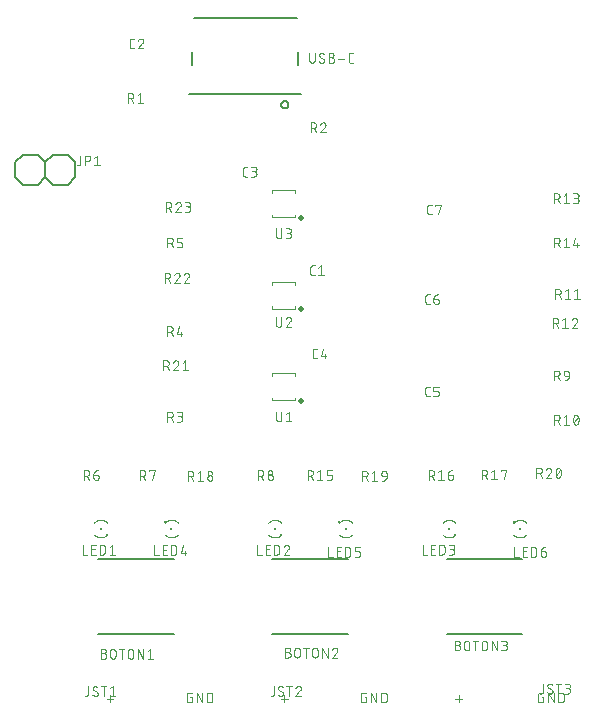
<source format=gto>
G04 EAGLE Gerber RS-274X export*
G75*
%MOMM*%
%FSLAX34Y34*%
%LPD*%
%INSilkscreen Top*%
%IPPOS*%
%AMOC8*
5,1,8,0,0,1.08239X$1,22.5*%
G01*
%ADD10C,0.076200*%
%ADD11C,0.152400*%
%ADD12C,0.101600*%
%ADD13R,0.200000X0.200000*%
%ADD14R,0.150000X0.250000*%
%ADD15C,0.127000*%
%ADD16C,0.500000*%
%ADD17C,0.120000*%


D10*
X160381Y11085D02*
X165873Y11085D01*
X163127Y8339D02*
X163127Y13831D01*
X307881Y11085D02*
X313373Y11085D01*
X310627Y8339D02*
X310627Y13831D01*
X455381Y11085D02*
X460873Y11085D01*
X458127Y8339D02*
X458127Y13831D01*
X528585Y12458D02*
X529958Y12458D01*
X529958Y7881D01*
X527212Y7881D01*
X527127Y7883D01*
X527043Y7889D01*
X526959Y7899D01*
X526876Y7912D01*
X526793Y7930D01*
X526711Y7951D01*
X526630Y7976D01*
X526551Y8005D01*
X526472Y8037D01*
X526396Y8073D01*
X526321Y8112D01*
X526248Y8155D01*
X526177Y8201D01*
X526109Y8251D01*
X526042Y8303D01*
X525978Y8359D01*
X525917Y8417D01*
X525859Y8478D01*
X525803Y8542D01*
X525751Y8609D01*
X525701Y8677D01*
X525655Y8748D01*
X525612Y8821D01*
X525573Y8896D01*
X525537Y8972D01*
X525505Y9051D01*
X525476Y9130D01*
X525451Y9211D01*
X525430Y9293D01*
X525412Y9376D01*
X525399Y9459D01*
X525389Y9543D01*
X525383Y9627D01*
X525381Y9712D01*
X525381Y14288D01*
X525383Y14373D01*
X525389Y14457D01*
X525399Y14541D01*
X525412Y14624D01*
X525430Y14707D01*
X525451Y14789D01*
X525476Y14870D01*
X525505Y14949D01*
X525537Y15028D01*
X525573Y15104D01*
X525612Y15179D01*
X525655Y15252D01*
X525701Y15323D01*
X525751Y15391D01*
X525803Y15458D01*
X525859Y15522D01*
X525917Y15583D01*
X525978Y15641D01*
X526042Y15697D01*
X526109Y15749D01*
X526177Y15799D01*
X526248Y15845D01*
X526321Y15888D01*
X526396Y15927D01*
X526472Y15963D01*
X526551Y15995D01*
X526630Y16024D01*
X526711Y16049D01*
X526793Y16070D01*
X526876Y16088D01*
X526959Y16101D01*
X527043Y16111D01*
X527127Y16117D01*
X527212Y16119D01*
X529958Y16119D01*
X534021Y16119D02*
X534021Y7881D01*
X538598Y7881D02*
X534021Y16119D01*
X538598Y16119D02*
X538598Y7881D01*
X542661Y7881D02*
X542661Y16119D01*
X544949Y16119D01*
X545044Y16117D01*
X545138Y16111D01*
X545232Y16101D01*
X545326Y16088D01*
X545419Y16070D01*
X545511Y16049D01*
X545602Y16024D01*
X545692Y15995D01*
X545781Y15962D01*
X545868Y15926D01*
X545954Y15887D01*
X546038Y15843D01*
X546120Y15797D01*
X546200Y15746D01*
X546279Y15693D01*
X546354Y15637D01*
X546428Y15577D01*
X546499Y15514D01*
X546567Y15449D01*
X546632Y15381D01*
X546695Y15310D01*
X546755Y15236D01*
X546811Y15161D01*
X546864Y15082D01*
X546915Y15002D01*
X546961Y14920D01*
X547005Y14836D01*
X547044Y14750D01*
X547080Y14663D01*
X547113Y14574D01*
X547142Y14484D01*
X547167Y14393D01*
X547188Y14301D01*
X547206Y14208D01*
X547219Y14114D01*
X547229Y14020D01*
X547235Y13926D01*
X547237Y13831D01*
X547238Y13831D02*
X547238Y10169D01*
X547237Y10169D02*
X547235Y10074D01*
X547229Y9980D01*
X547219Y9886D01*
X547206Y9792D01*
X547188Y9699D01*
X547167Y9607D01*
X547142Y9516D01*
X547113Y9426D01*
X547080Y9337D01*
X547044Y9250D01*
X547005Y9164D01*
X546961Y9080D01*
X546915Y8998D01*
X546864Y8918D01*
X546811Y8839D01*
X546755Y8764D01*
X546695Y8690D01*
X546632Y8619D01*
X546567Y8551D01*
X546499Y8486D01*
X546428Y8423D01*
X546354Y8363D01*
X546279Y8307D01*
X546200Y8254D01*
X546120Y8203D01*
X546038Y8157D01*
X545954Y8113D01*
X545868Y8074D01*
X545781Y8038D01*
X545692Y8005D01*
X545602Y7976D01*
X545511Y7951D01*
X545419Y7930D01*
X545326Y7912D01*
X545232Y7899D01*
X545138Y7889D01*
X545044Y7883D01*
X544949Y7881D01*
X542661Y7881D01*
X232458Y12458D02*
X231085Y12458D01*
X232458Y12458D02*
X232458Y7881D01*
X229712Y7881D01*
X229627Y7883D01*
X229543Y7889D01*
X229459Y7899D01*
X229376Y7912D01*
X229293Y7930D01*
X229211Y7951D01*
X229130Y7976D01*
X229051Y8005D01*
X228972Y8037D01*
X228896Y8073D01*
X228821Y8112D01*
X228748Y8155D01*
X228677Y8201D01*
X228609Y8251D01*
X228542Y8303D01*
X228478Y8359D01*
X228417Y8417D01*
X228359Y8478D01*
X228303Y8542D01*
X228251Y8609D01*
X228201Y8677D01*
X228155Y8748D01*
X228112Y8821D01*
X228073Y8896D01*
X228037Y8972D01*
X228005Y9051D01*
X227976Y9130D01*
X227951Y9211D01*
X227930Y9293D01*
X227912Y9376D01*
X227899Y9459D01*
X227889Y9543D01*
X227883Y9627D01*
X227881Y9712D01*
X227881Y14288D01*
X227883Y14373D01*
X227889Y14457D01*
X227899Y14541D01*
X227912Y14624D01*
X227930Y14707D01*
X227951Y14789D01*
X227976Y14870D01*
X228005Y14949D01*
X228037Y15028D01*
X228073Y15104D01*
X228112Y15179D01*
X228155Y15252D01*
X228201Y15323D01*
X228251Y15391D01*
X228303Y15458D01*
X228359Y15522D01*
X228417Y15583D01*
X228478Y15641D01*
X228542Y15697D01*
X228609Y15749D01*
X228677Y15799D01*
X228748Y15845D01*
X228821Y15888D01*
X228896Y15927D01*
X228972Y15963D01*
X229051Y15995D01*
X229130Y16024D01*
X229211Y16049D01*
X229293Y16070D01*
X229376Y16088D01*
X229459Y16101D01*
X229543Y16111D01*
X229627Y16117D01*
X229712Y16119D01*
X232458Y16119D01*
X236521Y16119D02*
X236521Y7881D01*
X241098Y7881D02*
X236521Y16119D01*
X241098Y16119D02*
X241098Y7881D01*
X245161Y7881D02*
X245161Y16119D01*
X247449Y16119D01*
X247544Y16117D01*
X247638Y16111D01*
X247732Y16101D01*
X247826Y16088D01*
X247919Y16070D01*
X248011Y16049D01*
X248102Y16024D01*
X248192Y15995D01*
X248281Y15962D01*
X248368Y15926D01*
X248454Y15887D01*
X248538Y15843D01*
X248620Y15797D01*
X248700Y15746D01*
X248779Y15693D01*
X248854Y15637D01*
X248928Y15577D01*
X248999Y15514D01*
X249067Y15449D01*
X249132Y15381D01*
X249195Y15310D01*
X249255Y15236D01*
X249311Y15161D01*
X249364Y15082D01*
X249415Y15002D01*
X249461Y14920D01*
X249505Y14836D01*
X249544Y14750D01*
X249580Y14663D01*
X249613Y14574D01*
X249642Y14484D01*
X249667Y14393D01*
X249688Y14301D01*
X249706Y14208D01*
X249719Y14114D01*
X249729Y14020D01*
X249735Y13926D01*
X249737Y13831D01*
X249738Y13831D02*
X249738Y10169D01*
X249737Y10169D02*
X249735Y10074D01*
X249729Y9980D01*
X249719Y9886D01*
X249706Y9792D01*
X249688Y9699D01*
X249667Y9607D01*
X249642Y9516D01*
X249613Y9426D01*
X249580Y9337D01*
X249544Y9250D01*
X249505Y9164D01*
X249461Y9080D01*
X249415Y8998D01*
X249364Y8918D01*
X249311Y8839D01*
X249255Y8764D01*
X249195Y8690D01*
X249132Y8619D01*
X249067Y8551D01*
X248999Y8486D01*
X248928Y8423D01*
X248854Y8363D01*
X248779Y8307D01*
X248700Y8254D01*
X248620Y8203D01*
X248538Y8157D01*
X248454Y8113D01*
X248368Y8074D01*
X248281Y8038D01*
X248192Y8005D01*
X248102Y7976D01*
X248011Y7951D01*
X247919Y7930D01*
X247826Y7912D01*
X247732Y7899D01*
X247638Y7889D01*
X247544Y7883D01*
X247449Y7881D01*
X245161Y7881D01*
X378585Y12458D02*
X379958Y12458D01*
X379958Y7881D01*
X377212Y7881D01*
X377127Y7883D01*
X377043Y7889D01*
X376959Y7899D01*
X376876Y7912D01*
X376793Y7930D01*
X376711Y7951D01*
X376630Y7976D01*
X376551Y8005D01*
X376472Y8037D01*
X376396Y8073D01*
X376321Y8112D01*
X376248Y8155D01*
X376177Y8201D01*
X376109Y8251D01*
X376042Y8303D01*
X375978Y8359D01*
X375917Y8417D01*
X375859Y8478D01*
X375803Y8542D01*
X375751Y8609D01*
X375701Y8677D01*
X375655Y8748D01*
X375612Y8821D01*
X375573Y8896D01*
X375537Y8972D01*
X375505Y9051D01*
X375476Y9130D01*
X375451Y9211D01*
X375430Y9293D01*
X375412Y9376D01*
X375399Y9459D01*
X375389Y9543D01*
X375383Y9627D01*
X375381Y9712D01*
X375381Y14288D01*
X375383Y14373D01*
X375389Y14457D01*
X375399Y14541D01*
X375412Y14624D01*
X375430Y14707D01*
X375451Y14789D01*
X375476Y14870D01*
X375505Y14949D01*
X375537Y15028D01*
X375573Y15104D01*
X375612Y15179D01*
X375655Y15252D01*
X375701Y15323D01*
X375751Y15391D01*
X375803Y15458D01*
X375859Y15522D01*
X375917Y15583D01*
X375978Y15641D01*
X376042Y15697D01*
X376109Y15749D01*
X376177Y15799D01*
X376248Y15845D01*
X376321Y15888D01*
X376396Y15927D01*
X376472Y15963D01*
X376551Y15995D01*
X376630Y16024D01*
X376711Y16049D01*
X376793Y16070D01*
X376876Y16088D01*
X376959Y16101D01*
X377043Y16111D01*
X377127Y16117D01*
X377212Y16119D01*
X379958Y16119D01*
X384021Y16119D02*
X384021Y7881D01*
X388598Y7881D02*
X384021Y16119D01*
X388598Y16119D02*
X388598Y7881D01*
X392661Y7881D02*
X392661Y16119D01*
X394949Y16119D01*
X395044Y16117D01*
X395138Y16111D01*
X395232Y16101D01*
X395326Y16088D01*
X395419Y16070D01*
X395511Y16049D01*
X395602Y16024D01*
X395692Y15995D01*
X395781Y15962D01*
X395868Y15926D01*
X395954Y15887D01*
X396038Y15843D01*
X396120Y15797D01*
X396200Y15746D01*
X396279Y15693D01*
X396354Y15637D01*
X396428Y15577D01*
X396499Y15514D01*
X396567Y15449D01*
X396632Y15381D01*
X396695Y15310D01*
X396755Y15236D01*
X396811Y15161D01*
X396864Y15082D01*
X396915Y15002D01*
X396961Y14920D01*
X397005Y14836D01*
X397044Y14750D01*
X397080Y14663D01*
X397113Y14574D01*
X397142Y14484D01*
X397167Y14393D01*
X397188Y14301D01*
X397206Y14208D01*
X397219Y14114D01*
X397229Y14020D01*
X397235Y13926D01*
X397237Y13831D01*
X397238Y13831D02*
X397238Y10169D01*
X397237Y10169D02*
X397235Y10074D01*
X397229Y9980D01*
X397219Y9886D01*
X397206Y9792D01*
X397188Y9699D01*
X397167Y9607D01*
X397142Y9516D01*
X397113Y9426D01*
X397080Y9337D01*
X397044Y9250D01*
X397005Y9164D01*
X396961Y9080D01*
X396915Y8998D01*
X396864Y8918D01*
X396811Y8839D01*
X396755Y8764D01*
X396695Y8690D01*
X396632Y8619D01*
X396567Y8551D01*
X396499Y8486D01*
X396428Y8423D01*
X396354Y8363D01*
X396279Y8307D01*
X396200Y8254D01*
X396120Y8203D01*
X396038Y8157D01*
X395954Y8113D01*
X395868Y8074D01*
X395781Y8038D01*
X395692Y8005D01*
X395602Y7976D01*
X395511Y7951D01*
X395419Y7930D01*
X395326Y7912D01*
X395232Y7899D01*
X395138Y7889D01*
X395044Y7883D01*
X394949Y7881D01*
X392661Y7881D01*
X336342Y369581D02*
X334512Y369581D01*
X334427Y369583D01*
X334343Y369589D01*
X334259Y369599D01*
X334176Y369612D01*
X334093Y369630D01*
X334011Y369651D01*
X333930Y369676D01*
X333851Y369705D01*
X333772Y369737D01*
X333696Y369773D01*
X333621Y369812D01*
X333548Y369855D01*
X333477Y369901D01*
X333409Y369951D01*
X333342Y370003D01*
X333278Y370059D01*
X333217Y370117D01*
X333159Y370178D01*
X333103Y370242D01*
X333051Y370309D01*
X333001Y370377D01*
X332955Y370448D01*
X332912Y370521D01*
X332873Y370596D01*
X332837Y370672D01*
X332805Y370751D01*
X332776Y370830D01*
X332751Y370911D01*
X332730Y370993D01*
X332712Y371076D01*
X332699Y371159D01*
X332689Y371243D01*
X332683Y371327D01*
X332681Y371412D01*
X332681Y375988D01*
X332683Y376073D01*
X332689Y376157D01*
X332699Y376241D01*
X332712Y376324D01*
X332730Y376407D01*
X332751Y376489D01*
X332776Y376570D01*
X332805Y376649D01*
X332837Y376728D01*
X332873Y376804D01*
X332912Y376879D01*
X332955Y376952D01*
X333001Y377023D01*
X333051Y377091D01*
X333103Y377158D01*
X333159Y377222D01*
X333217Y377283D01*
X333278Y377341D01*
X333342Y377397D01*
X333409Y377449D01*
X333477Y377499D01*
X333548Y377545D01*
X333621Y377588D01*
X333696Y377627D01*
X333772Y377663D01*
X333851Y377695D01*
X333930Y377724D01*
X334011Y377749D01*
X334093Y377770D01*
X334176Y377788D01*
X334259Y377801D01*
X334343Y377811D01*
X334427Y377817D01*
X334512Y377819D01*
X336342Y377819D01*
X339455Y375988D02*
X341744Y377819D01*
X341744Y369581D01*
X344032Y369581D02*
X339455Y369581D01*
X301627Y21619D02*
X301627Y15212D01*
X301625Y15127D01*
X301619Y15043D01*
X301609Y14959D01*
X301596Y14876D01*
X301578Y14793D01*
X301557Y14711D01*
X301532Y14630D01*
X301503Y14551D01*
X301471Y14472D01*
X301435Y14396D01*
X301396Y14321D01*
X301353Y14248D01*
X301307Y14177D01*
X301257Y14109D01*
X301205Y14042D01*
X301149Y13978D01*
X301091Y13917D01*
X301030Y13859D01*
X300966Y13803D01*
X300899Y13751D01*
X300831Y13701D01*
X300760Y13655D01*
X300687Y13612D01*
X300612Y13573D01*
X300536Y13537D01*
X300457Y13505D01*
X300378Y13476D01*
X300297Y13451D01*
X300215Y13430D01*
X300132Y13412D01*
X300049Y13399D01*
X299965Y13389D01*
X299881Y13383D01*
X299796Y13381D01*
X298881Y13381D01*
X307862Y13381D02*
X307947Y13383D01*
X308031Y13389D01*
X308115Y13399D01*
X308198Y13412D01*
X308281Y13430D01*
X308363Y13451D01*
X308444Y13476D01*
X308523Y13505D01*
X308602Y13537D01*
X308678Y13573D01*
X308753Y13612D01*
X308826Y13655D01*
X308897Y13701D01*
X308965Y13751D01*
X309032Y13803D01*
X309096Y13859D01*
X309157Y13917D01*
X309215Y13978D01*
X309271Y14042D01*
X309323Y14109D01*
X309373Y14177D01*
X309419Y14248D01*
X309462Y14321D01*
X309501Y14396D01*
X309537Y14472D01*
X309569Y14551D01*
X309598Y14630D01*
X309623Y14711D01*
X309644Y14793D01*
X309662Y14876D01*
X309675Y14959D01*
X309685Y15043D01*
X309691Y15127D01*
X309693Y15212D01*
X307862Y13381D02*
X307740Y13383D01*
X307618Y13389D01*
X307496Y13398D01*
X307375Y13412D01*
X307254Y13429D01*
X307134Y13450D01*
X307014Y13475D01*
X306895Y13504D01*
X306778Y13536D01*
X306661Y13572D01*
X306545Y13612D01*
X306431Y13655D01*
X306319Y13702D01*
X306207Y13753D01*
X306098Y13807D01*
X305990Y13864D01*
X305884Y13925D01*
X305780Y13989D01*
X305678Y14057D01*
X305579Y14127D01*
X305481Y14201D01*
X305386Y14278D01*
X305294Y14357D01*
X305204Y14440D01*
X305116Y14525D01*
X305345Y19788D02*
X305347Y19873D01*
X305353Y19957D01*
X305363Y20041D01*
X305376Y20124D01*
X305394Y20207D01*
X305415Y20289D01*
X305440Y20370D01*
X305469Y20449D01*
X305501Y20528D01*
X305537Y20604D01*
X305576Y20679D01*
X305619Y20752D01*
X305665Y20823D01*
X305715Y20891D01*
X305767Y20958D01*
X305823Y21022D01*
X305881Y21083D01*
X305942Y21141D01*
X306006Y21197D01*
X306073Y21249D01*
X306141Y21299D01*
X306212Y21345D01*
X306285Y21388D01*
X306360Y21427D01*
X306436Y21463D01*
X306515Y21495D01*
X306594Y21524D01*
X306675Y21549D01*
X306757Y21570D01*
X306840Y21588D01*
X306923Y21601D01*
X307007Y21611D01*
X307091Y21617D01*
X307176Y21619D01*
X307176Y21620D02*
X307292Y21618D01*
X307408Y21612D01*
X307524Y21602D01*
X307640Y21589D01*
X307755Y21571D01*
X307869Y21549D01*
X307982Y21524D01*
X308095Y21495D01*
X308206Y21462D01*
X308317Y21425D01*
X308426Y21384D01*
X308533Y21340D01*
X308639Y21293D01*
X308743Y21241D01*
X308846Y21186D01*
X308947Y21128D01*
X309045Y21067D01*
X309142Y21002D01*
X309236Y20933D01*
X306260Y18186D02*
X306189Y18231D01*
X306120Y18278D01*
X306053Y18328D01*
X305988Y18382D01*
X305926Y18438D01*
X305866Y18497D01*
X305809Y18559D01*
X305755Y18623D01*
X305704Y18690D01*
X305656Y18759D01*
X305611Y18829D01*
X305570Y18902D01*
X305531Y18977D01*
X305496Y19053D01*
X305465Y19131D01*
X305437Y19210D01*
X305413Y19291D01*
X305392Y19372D01*
X305375Y19454D01*
X305362Y19537D01*
X305353Y19620D01*
X305347Y19704D01*
X305345Y19788D01*
X308778Y16814D02*
X308849Y16769D01*
X308918Y16722D01*
X308985Y16672D01*
X309050Y16618D01*
X309112Y16562D01*
X309172Y16503D01*
X309229Y16441D01*
X309283Y16377D01*
X309334Y16310D01*
X309382Y16241D01*
X309427Y16171D01*
X309468Y16098D01*
X309507Y16023D01*
X309542Y15947D01*
X309573Y15869D01*
X309601Y15790D01*
X309625Y15709D01*
X309646Y15628D01*
X309663Y15546D01*
X309676Y15463D01*
X309685Y15380D01*
X309691Y15296D01*
X309693Y15212D01*
X308778Y16814D02*
X306261Y18187D01*
X314695Y21619D02*
X314695Y13381D01*
X316983Y21619D02*
X312406Y21619D01*
X322484Y21620D02*
X322574Y21618D01*
X322664Y21612D01*
X322753Y21602D01*
X322842Y21589D01*
X322930Y21571D01*
X323017Y21550D01*
X323103Y21525D01*
X323189Y21496D01*
X323272Y21463D01*
X323355Y21427D01*
X323435Y21387D01*
X323514Y21344D01*
X323591Y21297D01*
X323666Y21247D01*
X323738Y21194D01*
X323808Y21138D01*
X323876Y21079D01*
X323941Y21017D01*
X324003Y20952D01*
X324062Y20884D01*
X324118Y20814D01*
X324171Y20742D01*
X324221Y20667D01*
X324268Y20590D01*
X324311Y20511D01*
X324351Y20431D01*
X324387Y20348D01*
X324420Y20265D01*
X324449Y20179D01*
X324474Y20093D01*
X324495Y20006D01*
X324513Y19918D01*
X324526Y19829D01*
X324536Y19740D01*
X324542Y19650D01*
X324544Y19560D01*
X322484Y21619D02*
X322383Y21617D01*
X322283Y21611D01*
X322182Y21602D01*
X322082Y21588D01*
X321983Y21571D01*
X321884Y21550D01*
X321786Y21525D01*
X321690Y21497D01*
X321594Y21465D01*
X321500Y21429D01*
X321407Y21390D01*
X321316Y21347D01*
X321226Y21301D01*
X321138Y21251D01*
X321052Y21198D01*
X320969Y21142D01*
X320887Y21083D01*
X320808Y21020D01*
X320731Y20955D01*
X320657Y20887D01*
X320585Y20816D01*
X320516Y20742D01*
X320451Y20666D01*
X320387Y20587D01*
X320328Y20506D01*
X320271Y20423D01*
X320217Y20338D01*
X320167Y20250D01*
X320120Y20161D01*
X320076Y20070D01*
X320036Y19978D01*
X320000Y19884D01*
X319967Y19788D01*
X323857Y17958D02*
X323920Y18021D01*
X323981Y18087D01*
X324039Y18155D01*
X324095Y18225D01*
X324147Y18298D01*
X324197Y18372D01*
X324244Y18449D01*
X324287Y18527D01*
X324327Y18607D01*
X324364Y18689D01*
X324398Y18772D01*
X324428Y18856D01*
X324455Y18941D01*
X324478Y19028D01*
X324498Y19115D01*
X324514Y19203D01*
X324527Y19292D01*
X324536Y19381D01*
X324541Y19470D01*
X324543Y19560D01*
X323857Y17958D02*
X319966Y13381D01*
X324543Y13381D01*
X183342Y561681D02*
X181512Y561681D01*
X181427Y561683D01*
X181343Y561689D01*
X181259Y561699D01*
X181176Y561712D01*
X181093Y561730D01*
X181011Y561751D01*
X180930Y561776D01*
X180851Y561805D01*
X180772Y561837D01*
X180696Y561873D01*
X180621Y561912D01*
X180548Y561955D01*
X180477Y562001D01*
X180409Y562051D01*
X180342Y562103D01*
X180278Y562159D01*
X180217Y562217D01*
X180159Y562278D01*
X180103Y562342D01*
X180051Y562409D01*
X180001Y562477D01*
X179955Y562548D01*
X179912Y562621D01*
X179873Y562696D01*
X179837Y562772D01*
X179805Y562851D01*
X179776Y562930D01*
X179751Y563011D01*
X179730Y563093D01*
X179712Y563176D01*
X179699Y563259D01*
X179689Y563343D01*
X179683Y563427D01*
X179681Y563512D01*
X179681Y568088D01*
X179683Y568173D01*
X179689Y568257D01*
X179699Y568341D01*
X179712Y568424D01*
X179730Y568507D01*
X179751Y568589D01*
X179776Y568670D01*
X179805Y568749D01*
X179837Y568828D01*
X179873Y568904D01*
X179912Y568979D01*
X179955Y569052D01*
X180001Y569123D01*
X180051Y569191D01*
X180103Y569258D01*
X180159Y569322D01*
X180217Y569383D01*
X180278Y569441D01*
X180342Y569497D01*
X180409Y569549D01*
X180477Y569599D01*
X180548Y569645D01*
X180621Y569688D01*
X180696Y569727D01*
X180772Y569763D01*
X180851Y569795D01*
X180930Y569824D01*
X181011Y569849D01*
X181093Y569870D01*
X181176Y569888D01*
X181259Y569901D01*
X181343Y569911D01*
X181427Y569917D01*
X181512Y569919D01*
X183342Y569919D01*
X188972Y569920D02*
X189062Y569918D01*
X189152Y569912D01*
X189241Y569902D01*
X189330Y569889D01*
X189418Y569871D01*
X189505Y569850D01*
X189591Y569825D01*
X189677Y569796D01*
X189760Y569763D01*
X189843Y569727D01*
X189923Y569687D01*
X190002Y569644D01*
X190079Y569597D01*
X190154Y569547D01*
X190226Y569494D01*
X190296Y569438D01*
X190364Y569379D01*
X190429Y569317D01*
X190491Y569252D01*
X190550Y569184D01*
X190606Y569114D01*
X190659Y569042D01*
X190709Y568967D01*
X190756Y568890D01*
X190799Y568811D01*
X190839Y568731D01*
X190875Y568648D01*
X190908Y568565D01*
X190937Y568479D01*
X190962Y568393D01*
X190983Y568306D01*
X191001Y568218D01*
X191014Y568129D01*
X191024Y568040D01*
X191030Y567950D01*
X191032Y567860D01*
X188972Y569919D02*
X188871Y569917D01*
X188771Y569911D01*
X188670Y569902D01*
X188570Y569888D01*
X188471Y569871D01*
X188372Y569850D01*
X188274Y569825D01*
X188178Y569797D01*
X188082Y569765D01*
X187988Y569729D01*
X187895Y569690D01*
X187804Y569647D01*
X187714Y569601D01*
X187626Y569551D01*
X187540Y569498D01*
X187457Y569442D01*
X187375Y569383D01*
X187296Y569320D01*
X187219Y569255D01*
X187145Y569187D01*
X187073Y569116D01*
X187004Y569042D01*
X186939Y568966D01*
X186875Y568887D01*
X186816Y568806D01*
X186759Y568723D01*
X186705Y568638D01*
X186655Y568550D01*
X186608Y568461D01*
X186564Y568370D01*
X186524Y568278D01*
X186488Y568184D01*
X186455Y568088D01*
X190346Y566258D02*
X190409Y566321D01*
X190470Y566387D01*
X190528Y566455D01*
X190584Y566525D01*
X190636Y566598D01*
X190686Y566672D01*
X190733Y566749D01*
X190776Y566827D01*
X190816Y566907D01*
X190853Y566989D01*
X190887Y567072D01*
X190917Y567156D01*
X190944Y567241D01*
X190967Y567328D01*
X190987Y567415D01*
X191003Y567503D01*
X191016Y567592D01*
X191025Y567681D01*
X191030Y567770D01*
X191032Y567860D01*
X190345Y566258D02*
X186455Y561681D01*
X191032Y561681D01*
X277512Y453081D02*
X279342Y453081D01*
X277512Y453081D02*
X277427Y453083D01*
X277343Y453089D01*
X277259Y453099D01*
X277176Y453112D01*
X277093Y453130D01*
X277011Y453151D01*
X276930Y453176D01*
X276851Y453205D01*
X276772Y453237D01*
X276696Y453273D01*
X276621Y453312D01*
X276548Y453355D01*
X276477Y453401D01*
X276409Y453451D01*
X276342Y453503D01*
X276278Y453559D01*
X276217Y453617D01*
X276159Y453678D01*
X276103Y453742D01*
X276051Y453809D01*
X276001Y453877D01*
X275955Y453948D01*
X275912Y454021D01*
X275873Y454096D01*
X275837Y454172D01*
X275805Y454251D01*
X275776Y454330D01*
X275751Y454411D01*
X275730Y454493D01*
X275712Y454576D01*
X275699Y454659D01*
X275689Y454743D01*
X275683Y454827D01*
X275681Y454912D01*
X275681Y459488D01*
X275683Y459573D01*
X275689Y459657D01*
X275699Y459741D01*
X275712Y459824D01*
X275730Y459907D01*
X275751Y459989D01*
X275776Y460070D01*
X275805Y460149D01*
X275837Y460228D01*
X275873Y460304D01*
X275912Y460379D01*
X275955Y460452D01*
X276001Y460523D01*
X276051Y460591D01*
X276103Y460658D01*
X276159Y460722D01*
X276217Y460783D01*
X276278Y460841D01*
X276342Y460897D01*
X276409Y460949D01*
X276477Y460999D01*
X276548Y461045D01*
X276621Y461088D01*
X276696Y461127D01*
X276772Y461163D01*
X276851Y461195D01*
X276930Y461224D01*
X277011Y461249D01*
X277093Y461270D01*
X277176Y461288D01*
X277259Y461301D01*
X277343Y461311D01*
X277427Y461317D01*
X277512Y461319D01*
X279342Y461319D01*
X282455Y453081D02*
X284744Y453081D01*
X284839Y453083D01*
X284933Y453089D01*
X285027Y453099D01*
X285121Y453112D01*
X285214Y453130D01*
X285306Y453151D01*
X285397Y453176D01*
X285487Y453205D01*
X285576Y453238D01*
X285663Y453274D01*
X285749Y453313D01*
X285833Y453357D01*
X285915Y453403D01*
X285995Y453454D01*
X286074Y453507D01*
X286149Y453563D01*
X286223Y453623D01*
X286294Y453686D01*
X286362Y453751D01*
X286427Y453819D01*
X286490Y453890D01*
X286550Y453964D01*
X286606Y454039D01*
X286659Y454118D01*
X286710Y454198D01*
X286756Y454280D01*
X286800Y454364D01*
X286839Y454450D01*
X286875Y454537D01*
X286908Y454626D01*
X286937Y454716D01*
X286962Y454807D01*
X286983Y454899D01*
X287001Y454992D01*
X287014Y455086D01*
X287024Y455180D01*
X287030Y455274D01*
X287032Y455369D01*
X287030Y455464D01*
X287024Y455558D01*
X287014Y455652D01*
X287001Y455746D01*
X286983Y455839D01*
X286962Y455931D01*
X286937Y456022D01*
X286908Y456112D01*
X286875Y456201D01*
X286839Y456288D01*
X286800Y456374D01*
X286756Y456458D01*
X286710Y456540D01*
X286659Y456620D01*
X286606Y456699D01*
X286550Y456774D01*
X286490Y456848D01*
X286427Y456919D01*
X286362Y456987D01*
X286294Y457052D01*
X286223Y457115D01*
X286149Y457175D01*
X286074Y457231D01*
X285995Y457284D01*
X285915Y457335D01*
X285833Y457381D01*
X285749Y457425D01*
X285663Y457464D01*
X285576Y457500D01*
X285487Y457533D01*
X285397Y457562D01*
X285306Y457587D01*
X285214Y457608D01*
X285121Y457626D01*
X285027Y457639D01*
X284933Y457649D01*
X284839Y457655D01*
X284744Y457657D01*
X285201Y461319D02*
X282455Y461319D01*
X285201Y461319D02*
X285286Y461317D01*
X285370Y461311D01*
X285454Y461301D01*
X285537Y461288D01*
X285620Y461270D01*
X285702Y461249D01*
X285783Y461224D01*
X285862Y461195D01*
X285941Y461163D01*
X286017Y461127D01*
X286092Y461088D01*
X286165Y461045D01*
X286236Y460999D01*
X286304Y460949D01*
X286371Y460897D01*
X286435Y460841D01*
X286496Y460783D01*
X286554Y460722D01*
X286610Y460658D01*
X286662Y460591D01*
X286712Y460523D01*
X286758Y460452D01*
X286801Y460379D01*
X286840Y460304D01*
X286876Y460228D01*
X286908Y460149D01*
X286937Y460070D01*
X286962Y459989D01*
X286983Y459907D01*
X287001Y459824D01*
X287014Y459741D01*
X287024Y459657D01*
X287030Y459573D01*
X287032Y459488D01*
X287030Y459403D01*
X287024Y459319D01*
X287014Y459235D01*
X287001Y459152D01*
X286983Y459069D01*
X286962Y458987D01*
X286937Y458906D01*
X286908Y458827D01*
X286876Y458748D01*
X286840Y458672D01*
X286801Y458597D01*
X286758Y458524D01*
X286712Y458453D01*
X286662Y458385D01*
X286610Y458318D01*
X286554Y458254D01*
X286496Y458193D01*
X286435Y458135D01*
X286371Y458079D01*
X286304Y458027D01*
X286236Y457977D01*
X286165Y457931D01*
X286092Y457888D01*
X286017Y457849D01*
X285941Y457813D01*
X285862Y457781D01*
X285783Y457752D01*
X285702Y457727D01*
X285620Y457706D01*
X285537Y457688D01*
X285454Y457675D01*
X285370Y457665D01*
X285286Y457659D01*
X285201Y457657D01*
X285201Y457658D02*
X283371Y457658D01*
X336512Y299081D02*
X338342Y299081D01*
X336512Y299081D02*
X336427Y299083D01*
X336343Y299089D01*
X336259Y299099D01*
X336176Y299112D01*
X336093Y299130D01*
X336011Y299151D01*
X335930Y299176D01*
X335851Y299205D01*
X335772Y299237D01*
X335696Y299273D01*
X335621Y299312D01*
X335548Y299355D01*
X335477Y299401D01*
X335409Y299451D01*
X335342Y299503D01*
X335278Y299559D01*
X335217Y299617D01*
X335159Y299678D01*
X335103Y299742D01*
X335051Y299809D01*
X335001Y299877D01*
X334955Y299948D01*
X334912Y300021D01*
X334873Y300096D01*
X334837Y300172D01*
X334805Y300251D01*
X334776Y300330D01*
X334751Y300411D01*
X334730Y300493D01*
X334712Y300576D01*
X334699Y300659D01*
X334689Y300743D01*
X334683Y300827D01*
X334681Y300912D01*
X334681Y305488D01*
X334683Y305573D01*
X334689Y305657D01*
X334699Y305741D01*
X334712Y305824D01*
X334730Y305907D01*
X334751Y305989D01*
X334776Y306070D01*
X334805Y306149D01*
X334837Y306228D01*
X334873Y306304D01*
X334912Y306379D01*
X334955Y306452D01*
X335001Y306523D01*
X335051Y306591D01*
X335103Y306658D01*
X335159Y306722D01*
X335217Y306783D01*
X335278Y306841D01*
X335342Y306897D01*
X335409Y306949D01*
X335477Y306999D01*
X335548Y307045D01*
X335621Y307088D01*
X335696Y307127D01*
X335772Y307163D01*
X335851Y307195D01*
X335930Y307224D01*
X336011Y307249D01*
X336093Y307270D01*
X336176Y307288D01*
X336259Y307301D01*
X336343Y307311D01*
X336427Y307317D01*
X336512Y307319D01*
X338342Y307319D01*
X343286Y307319D02*
X341455Y300912D01*
X346032Y300912D01*
X344659Y302742D02*
X344659Y299081D01*
X431912Y267081D02*
X433742Y267081D01*
X431912Y267081D02*
X431827Y267083D01*
X431743Y267089D01*
X431659Y267099D01*
X431576Y267112D01*
X431493Y267130D01*
X431411Y267151D01*
X431330Y267176D01*
X431251Y267205D01*
X431172Y267237D01*
X431096Y267273D01*
X431021Y267312D01*
X430948Y267355D01*
X430877Y267401D01*
X430809Y267451D01*
X430742Y267503D01*
X430678Y267559D01*
X430617Y267617D01*
X430559Y267678D01*
X430503Y267742D01*
X430451Y267809D01*
X430401Y267877D01*
X430355Y267948D01*
X430312Y268021D01*
X430273Y268096D01*
X430237Y268172D01*
X430205Y268251D01*
X430176Y268330D01*
X430151Y268411D01*
X430130Y268493D01*
X430112Y268576D01*
X430099Y268659D01*
X430089Y268743D01*
X430083Y268827D01*
X430081Y268912D01*
X430081Y273488D01*
X430083Y273573D01*
X430089Y273657D01*
X430099Y273741D01*
X430112Y273824D01*
X430130Y273907D01*
X430151Y273989D01*
X430176Y274070D01*
X430205Y274149D01*
X430237Y274228D01*
X430273Y274304D01*
X430312Y274379D01*
X430355Y274452D01*
X430401Y274523D01*
X430451Y274591D01*
X430503Y274658D01*
X430559Y274722D01*
X430617Y274783D01*
X430678Y274841D01*
X430742Y274897D01*
X430809Y274949D01*
X430877Y274999D01*
X430948Y275045D01*
X431021Y275088D01*
X431096Y275127D01*
X431172Y275163D01*
X431251Y275195D01*
X431330Y275224D01*
X431411Y275249D01*
X431493Y275270D01*
X431576Y275288D01*
X431659Y275301D01*
X431743Y275311D01*
X431827Y275317D01*
X431912Y275319D01*
X433742Y275319D01*
X436855Y267081D02*
X439601Y267081D01*
X439686Y267083D01*
X439770Y267089D01*
X439854Y267099D01*
X439937Y267112D01*
X440020Y267130D01*
X440102Y267151D01*
X440183Y267176D01*
X440262Y267205D01*
X440341Y267237D01*
X440417Y267273D01*
X440492Y267312D01*
X440565Y267355D01*
X440636Y267401D01*
X440704Y267451D01*
X440771Y267503D01*
X440835Y267559D01*
X440896Y267617D01*
X440954Y267678D01*
X441010Y267742D01*
X441062Y267809D01*
X441112Y267877D01*
X441158Y267948D01*
X441201Y268021D01*
X441240Y268096D01*
X441276Y268172D01*
X441308Y268251D01*
X441337Y268330D01*
X441362Y268411D01*
X441383Y268493D01*
X441401Y268576D01*
X441414Y268659D01*
X441424Y268743D01*
X441430Y268827D01*
X441432Y268912D01*
X441432Y269827D01*
X441430Y269912D01*
X441424Y269996D01*
X441414Y270080D01*
X441401Y270163D01*
X441383Y270246D01*
X441362Y270328D01*
X441337Y270409D01*
X441308Y270488D01*
X441276Y270567D01*
X441240Y270643D01*
X441201Y270718D01*
X441158Y270791D01*
X441112Y270862D01*
X441062Y270930D01*
X441010Y270997D01*
X440954Y271061D01*
X440896Y271122D01*
X440835Y271180D01*
X440771Y271236D01*
X440704Y271288D01*
X440636Y271338D01*
X440565Y271384D01*
X440492Y271427D01*
X440417Y271466D01*
X440341Y271502D01*
X440262Y271534D01*
X440183Y271563D01*
X440102Y271588D01*
X440020Y271609D01*
X439937Y271627D01*
X439854Y271640D01*
X439770Y271650D01*
X439686Y271656D01*
X439601Y271658D01*
X436855Y271658D01*
X436855Y275319D01*
X441432Y275319D01*
X433742Y345081D02*
X431912Y345081D01*
X431827Y345083D01*
X431743Y345089D01*
X431659Y345099D01*
X431576Y345112D01*
X431493Y345130D01*
X431411Y345151D01*
X431330Y345176D01*
X431251Y345205D01*
X431172Y345237D01*
X431096Y345273D01*
X431021Y345312D01*
X430948Y345355D01*
X430877Y345401D01*
X430809Y345451D01*
X430742Y345503D01*
X430678Y345559D01*
X430617Y345617D01*
X430559Y345678D01*
X430503Y345742D01*
X430451Y345809D01*
X430401Y345877D01*
X430355Y345948D01*
X430312Y346021D01*
X430273Y346096D01*
X430237Y346172D01*
X430205Y346251D01*
X430176Y346330D01*
X430151Y346411D01*
X430130Y346493D01*
X430112Y346576D01*
X430099Y346659D01*
X430089Y346743D01*
X430083Y346827D01*
X430081Y346912D01*
X430081Y351488D01*
X430083Y351573D01*
X430089Y351657D01*
X430099Y351741D01*
X430112Y351824D01*
X430130Y351907D01*
X430151Y351989D01*
X430176Y352070D01*
X430205Y352149D01*
X430237Y352228D01*
X430273Y352304D01*
X430312Y352379D01*
X430355Y352452D01*
X430401Y352523D01*
X430451Y352591D01*
X430503Y352658D01*
X430559Y352722D01*
X430617Y352783D01*
X430678Y352841D01*
X430742Y352897D01*
X430809Y352949D01*
X430877Y352999D01*
X430948Y353045D01*
X431021Y353088D01*
X431096Y353127D01*
X431172Y353163D01*
X431251Y353195D01*
X431330Y353224D01*
X431411Y353249D01*
X431493Y353270D01*
X431576Y353288D01*
X431659Y353301D01*
X431743Y353311D01*
X431827Y353317D01*
X431912Y353319D01*
X433742Y353319D01*
X436855Y349658D02*
X439601Y349658D01*
X439686Y349656D01*
X439770Y349650D01*
X439854Y349640D01*
X439937Y349627D01*
X440020Y349609D01*
X440102Y349588D01*
X440183Y349563D01*
X440262Y349534D01*
X440341Y349502D01*
X440417Y349466D01*
X440492Y349427D01*
X440565Y349384D01*
X440636Y349338D01*
X440704Y349288D01*
X440771Y349236D01*
X440835Y349180D01*
X440896Y349122D01*
X440954Y349061D01*
X441010Y348997D01*
X441062Y348930D01*
X441112Y348862D01*
X441158Y348791D01*
X441201Y348718D01*
X441240Y348643D01*
X441276Y348567D01*
X441308Y348488D01*
X441337Y348409D01*
X441362Y348328D01*
X441383Y348246D01*
X441401Y348163D01*
X441414Y348080D01*
X441424Y347996D01*
X441430Y347912D01*
X441432Y347827D01*
X441432Y347369D01*
X441430Y347274D01*
X441424Y347180D01*
X441414Y347086D01*
X441401Y346992D01*
X441383Y346899D01*
X441362Y346807D01*
X441337Y346716D01*
X441308Y346626D01*
X441275Y346537D01*
X441239Y346450D01*
X441200Y346364D01*
X441156Y346280D01*
X441110Y346198D01*
X441059Y346118D01*
X441006Y346039D01*
X440950Y345964D01*
X440890Y345890D01*
X440827Y345819D01*
X440762Y345751D01*
X440694Y345686D01*
X440623Y345623D01*
X440549Y345563D01*
X440474Y345507D01*
X440395Y345454D01*
X440315Y345403D01*
X440233Y345357D01*
X440149Y345313D01*
X440063Y345274D01*
X439976Y345238D01*
X439887Y345205D01*
X439797Y345176D01*
X439706Y345151D01*
X439614Y345130D01*
X439521Y345112D01*
X439427Y345099D01*
X439333Y345089D01*
X439239Y345083D01*
X439144Y345081D01*
X439049Y345083D01*
X438955Y345089D01*
X438861Y345099D01*
X438767Y345112D01*
X438674Y345130D01*
X438582Y345151D01*
X438491Y345176D01*
X438401Y345205D01*
X438312Y345238D01*
X438225Y345274D01*
X438139Y345313D01*
X438055Y345357D01*
X437973Y345403D01*
X437893Y345454D01*
X437814Y345507D01*
X437739Y345563D01*
X437665Y345623D01*
X437594Y345686D01*
X437526Y345751D01*
X437461Y345819D01*
X437398Y345890D01*
X437338Y345964D01*
X437282Y346039D01*
X437229Y346118D01*
X437178Y346198D01*
X437132Y346280D01*
X437088Y346364D01*
X437049Y346450D01*
X437013Y346537D01*
X436980Y346626D01*
X436951Y346716D01*
X436926Y346807D01*
X436905Y346899D01*
X436887Y346992D01*
X436874Y347086D01*
X436864Y347180D01*
X436858Y347274D01*
X436856Y347369D01*
X436855Y347369D02*
X436855Y349658D01*
X436856Y349658D02*
X436858Y349778D01*
X436864Y349897D01*
X436874Y350017D01*
X436887Y350136D01*
X436905Y350254D01*
X436926Y350372D01*
X436952Y350489D01*
X436981Y350606D01*
X437014Y350721D01*
X437050Y350835D01*
X437091Y350948D01*
X437135Y351059D01*
X437182Y351169D01*
X437234Y351277D01*
X437288Y351384D01*
X437346Y351488D01*
X437408Y351591D01*
X437473Y351692D01*
X437541Y351790D01*
X437613Y351887D01*
X437687Y351981D01*
X437765Y352072D01*
X437845Y352161D01*
X437928Y352247D01*
X438014Y352330D01*
X438103Y352410D01*
X438194Y352488D01*
X438288Y352562D01*
X438385Y352634D01*
X438483Y352702D01*
X438584Y352767D01*
X438686Y352829D01*
X438791Y352887D01*
X438898Y352941D01*
X439006Y352993D01*
X439116Y353040D01*
X439227Y353084D01*
X439340Y353125D01*
X439454Y353161D01*
X439569Y353194D01*
X439686Y353223D01*
X439803Y353249D01*
X439921Y353270D01*
X440039Y353288D01*
X440158Y353301D01*
X440278Y353311D01*
X440397Y353317D01*
X440517Y353319D01*
X435242Y421081D02*
X433412Y421081D01*
X433327Y421083D01*
X433243Y421089D01*
X433159Y421099D01*
X433076Y421112D01*
X432993Y421130D01*
X432911Y421151D01*
X432830Y421176D01*
X432751Y421205D01*
X432672Y421237D01*
X432596Y421273D01*
X432521Y421312D01*
X432448Y421355D01*
X432377Y421401D01*
X432309Y421451D01*
X432242Y421503D01*
X432178Y421559D01*
X432117Y421617D01*
X432059Y421678D01*
X432003Y421742D01*
X431951Y421809D01*
X431901Y421877D01*
X431855Y421948D01*
X431812Y422021D01*
X431773Y422096D01*
X431737Y422172D01*
X431705Y422251D01*
X431676Y422330D01*
X431651Y422411D01*
X431630Y422493D01*
X431612Y422576D01*
X431599Y422659D01*
X431589Y422743D01*
X431583Y422827D01*
X431581Y422912D01*
X431581Y427488D01*
X431583Y427573D01*
X431589Y427657D01*
X431599Y427741D01*
X431612Y427824D01*
X431630Y427907D01*
X431651Y427989D01*
X431676Y428070D01*
X431705Y428149D01*
X431737Y428228D01*
X431773Y428304D01*
X431812Y428379D01*
X431855Y428452D01*
X431901Y428523D01*
X431951Y428591D01*
X432003Y428658D01*
X432059Y428722D01*
X432117Y428783D01*
X432178Y428841D01*
X432242Y428897D01*
X432309Y428949D01*
X432377Y428999D01*
X432448Y429045D01*
X432521Y429088D01*
X432596Y429127D01*
X432672Y429163D01*
X432751Y429195D01*
X432830Y429224D01*
X432911Y429249D01*
X432993Y429270D01*
X433076Y429288D01*
X433159Y429301D01*
X433243Y429311D01*
X433327Y429317D01*
X433412Y429319D01*
X435242Y429319D01*
X438355Y429319D02*
X438355Y428404D01*
X438355Y429319D02*
X442932Y429319D01*
X440644Y421081D01*
X144627Y21619D02*
X144627Y15212D01*
X144625Y15127D01*
X144619Y15043D01*
X144609Y14959D01*
X144596Y14876D01*
X144578Y14793D01*
X144557Y14711D01*
X144532Y14630D01*
X144503Y14551D01*
X144471Y14472D01*
X144435Y14396D01*
X144396Y14321D01*
X144353Y14248D01*
X144307Y14177D01*
X144257Y14109D01*
X144205Y14042D01*
X144149Y13978D01*
X144091Y13917D01*
X144030Y13859D01*
X143966Y13803D01*
X143899Y13751D01*
X143831Y13701D01*
X143760Y13655D01*
X143687Y13612D01*
X143612Y13573D01*
X143536Y13537D01*
X143457Y13505D01*
X143378Y13476D01*
X143297Y13451D01*
X143215Y13430D01*
X143132Y13412D01*
X143049Y13399D01*
X142965Y13389D01*
X142881Y13383D01*
X142796Y13381D01*
X141881Y13381D01*
X150862Y13381D02*
X150947Y13383D01*
X151031Y13389D01*
X151115Y13399D01*
X151198Y13412D01*
X151281Y13430D01*
X151363Y13451D01*
X151444Y13476D01*
X151523Y13505D01*
X151602Y13537D01*
X151678Y13573D01*
X151753Y13612D01*
X151826Y13655D01*
X151897Y13701D01*
X151965Y13751D01*
X152032Y13803D01*
X152096Y13859D01*
X152157Y13917D01*
X152215Y13978D01*
X152271Y14042D01*
X152323Y14109D01*
X152373Y14177D01*
X152419Y14248D01*
X152462Y14321D01*
X152501Y14396D01*
X152537Y14472D01*
X152569Y14551D01*
X152598Y14630D01*
X152623Y14711D01*
X152644Y14793D01*
X152662Y14876D01*
X152675Y14959D01*
X152685Y15043D01*
X152691Y15127D01*
X152693Y15212D01*
X150862Y13381D02*
X150740Y13383D01*
X150618Y13389D01*
X150496Y13398D01*
X150375Y13412D01*
X150254Y13429D01*
X150134Y13450D01*
X150014Y13475D01*
X149895Y13504D01*
X149778Y13536D01*
X149661Y13572D01*
X149545Y13612D01*
X149431Y13655D01*
X149319Y13702D01*
X149207Y13753D01*
X149098Y13807D01*
X148990Y13864D01*
X148884Y13925D01*
X148780Y13989D01*
X148678Y14057D01*
X148579Y14127D01*
X148481Y14201D01*
X148386Y14278D01*
X148294Y14357D01*
X148204Y14440D01*
X148116Y14525D01*
X148345Y19788D02*
X148347Y19873D01*
X148353Y19957D01*
X148363Y20041D01*
X148376Y20124D01*
X148394Y20207D01*
X148415Y20289D01*
X148440Y20370D01*
X148469Y20449D01*
X148501Y20528D01*
X148537Y20604D01*
X148576Y20679D01*
X148619Y20752D01*
X148665Y20823D01*
X148715Y20891D01*
X148767Y20958D01*
X148823Y21022D01*
X148881Y21083D01*
X148942Y21141D01*
X149006Y21197D01*
X149073Y21249D01*
X149141Y21299D01*
X149212Y21345D01*
X149285Y21388D01*
X149360Y21427D01*
X149436Y21463D01*
X149515Y21495D01*
X149594Y21524D01*
X149675Y21549D01*
X149757Y21570D01*
X149840Y21588D01*
X149923Y21601D01*
X150007Y21611D01*
X150091Y21617D01*
X150176Y21619D01*
X150176Y21620D02*
X150292Y21618D01*
X150408Y21612D01*
X150524Y21602D01*
X150640Y21589D01*
X150755Y21571D01*
X150869Y21549D01*
X150982Y21524D01*
X151095Y21495D01*
X151206Y21462D01*
X151317Y21425D01*
X151426Y21384D01*
X151533Y21340D01*
X151639Y21293D01*
X151743Y21241D01*
X151846Y21186D01*
X151947Y21128D01*
X152045Y21067D01*
X152142Y21002D01*
X152236Y20933D01*
X149260Y18186D02*
X149189Y18231D01*
X149120Y18278D01*
X149053Y18328D01*
X148988Y18382D01*
X148926Y18438D01*
X148866Y18497D01*
X148809Y18559D01*
X148755Y18623D01*
X148704Y18690D01*
X148656Y18759D01*
X148611Y18829D01*
X148570Y18902D01*
X148531Y18977D01*
X148496Y19053D01*
X148465Y19131D01*
X148437Y19210D01*
X148413Y19291D01*
X148392Y19372D01*
X148375Y19454D01*
X148362Y19537D01*
X148353Y19620D01*
X148347Y19704D01*
X148345Y19788D01*
X151778Y16814D02*
X151849Y16769D01*
X151918Y16722D01*
X151985Y16672D01*
X152050Y16618D01*
X152112Y16562D01*
X152172Y16503D01*
X152229Y16441D01*
X152283Y16377D01*
X152334Y16310D01*
X152382Y16241D01*
X152427Y16171D01*
X152468Y16098D01*
X152507Y16023D01*
X152542Y15947D01*
X152573Y15869D01*
X152601Y15790D01*
X152625Y15709D01*
X152646Y15628D01*
X152663Y15546D01*
X152676Y15463D01*
X152685Y15380D01*
X152691Y15296D01*
X152693Y15212D01*
X151778Y16814D02*
X149261Y18187D01*
X157695Y21619D02*
X157695Y13381D01*
X159983Y21619D02*
X155406Y21619D01*
X162966Y19788D02*
X165255Y21619D01*
X165255Y13381D01*
X167543Y13381D02*
X162966Y13381D01*
X529627Y17212D02*
X529627Y23619D01*
X529627Y17212D02*
X529625Y17127D01*
X529619Y17043D01*
X529609Y16959D01*
X529596Y16876D01*
X529578Y16793D01*
X529557Y16711D01*
X529532Y16630D01*
X529503Y16551D01*
X529471Y16472D01*
X529435Y16396D01*
X529396Y16321D01*
X529353Y16248D01*
X529307Y16177D01*
X529257Y16109D01*
X529205Y16042D01*
X529149Y15978D01*
X529091Y15917D01*
X529030Y15859D01*
X528966Y15803D01*
X528899Y15751D01*
X528831Y15701D01*
X528760Y15655D01*
X528687Y15612D01*
X528612Y15573D01*
X528536Y15537D01*
X528457Y15505D01*
X528378Y15476D01*
X528297Y15451D01*
X528215Y15430D01*
X528132Y15412D01*
X528049Y15399D01*
X527965Y15389D01*
X527881Y15383D01*
X527796Y15381D01*
X526881Y15381D01*
X535862Y15381D02*
X535947Y15383D01*
X536031Y15389D01*
X536115Y15399D01*
X536198Y15412D01*
X536281Y15430D01*
X536363Y15451D01*
X536444Y15476D01*
X536523Y15505D01*
X536602Y15537D01*
X536678Y15573D01*
X536753Y15612D01*
X536826Y15655D01*
X536897Y15701D01*
X536965Y15751D01*
X537032Y15803D01*
X537096Y15859D01*
X537157Y15917D01*
X537215Y15978D01*
X537271Y16042D01*
X537323Y16109D01*
X537373Y16177D01*
X537419Y16248D01*
X537462Y16321D01*
X537501Y16396D01*
X537537Y16472D01*
X537569Y16551D01*
X537598Y16630D01*
X537623Y16711D01*
X537644Y16793D01*
X537662Y16876D01*
X537675Y16959D01*
X537685Y17043D01*
X537691Y17127D01*
X537693Y17212D01*
X535862Y15381D02*
X535740Y15383D01*
X535618Y15389D01*
X535496Y15398D01*
X535375Y15412D01*
X535254Y15429D01*
X535134Y15450D01*
X535014Y15475D01*
X534895Y15504D01*
X534778Y15536D01*
X534661Y15572D01*
X534545Y15612D01*
X534431Y15655D01*
X534319Y15702D01*
X534207Y15753D01*
X534098Y15807D01*
X533990Y15864D01*
X533884Y15925D01*
X533780Y15989D01*
X533678Y16057D01*
X533579Y16127D01*
X533481Y16201D01*
X533386Y16278D01*
X533294Y16357D01*
X533204Y16440D01*
X533116Y16525D01*
X533345Y21788D02*
X533347Y21873D01*
X533353Y21957D01*
X533363Y22041D01*
X533376Y22124D01*
X533394Y22207D01*
X533415Y22289D01*
X533440Y22370D01*
X533469Y22449D01*
X533501Y22528D01*
X533537Y22604D01*
X533576Y22679D01*
X533619Y22752D01*
X533665Y22823D01*
X533715Y22891D01*
X533767Y22958D01*
X533823Y23022D01*
X533881Y23083D01*
X533942Y23141D01*
X534006Y23197D01*
X534073Y23249D01*
X534141Y23299D01*
X534212Y23345D01*
X534285Y23388D01*
X534360Y23427D01*
X534436Y23463D01*
X534515Y23495D01*
X534594Y23524D01*
X534675Y23549D01*
X534757Y23570D01*
X534840Y23588D01*
X534923Y23601D01*
X535007Y23611D01*
X535091Y23617D01*
X535176Y23619D01*
X535176Y23620D02*
X535292Y23618D01*
X535408Y23612D01*
X535524Y23602D01*
X535640Y23589D01*
X535755Y23571D01*
X535869Y23549D01*
X535982Y23524D01*
X536095Y23495D01*
X536206Y23462D01*
X536317Y23425D01*
X536426Y23384D01*
X536533Y23340D01*
X536639Y23293D01*
X536743Y23241D01*
X536846Y23186D01*
X536947Y23128D01*
X537045Y23067D01*
X537142Y23002D01*
X537236Y22933D01*
X534260Y20186D02*
X534189Y20231D01*
X534120Y20278D01*
X534053Y20328D01*
X533988Y20382D01*
X533926Y20438D01*
X533866Y20497D01*
X533809Y20559D01*
X533755Y20623D01*
X533704Y20690D01*
X533656Y20759D01*
X533611Y20829D01*
X533570Y20902D01*
X533531Y20977D01*
X533496Y21053D01*
X533465Y21131D01*
X533437Y21210D01*
X533413Y21291D01*
X533392Y21372D01*
X533375Y21454D01*
X533362Y21537D01*
X533353Y21620D01*
X533347Y21704D01*
X533345Y21788D01*
X536778Y18814D02*
X536849Y18769D01*
X536918Y18722D01*
X536985Y18672D01*
X537050Y18618D01*
X537112Y18562D01*
X537172Y18503D01*
X537229Y18441D01*
X537283Y18377D01*
X537334Y18310D01*
X537382Y18241D01*
X537427Y18171D01*
X537468Y18098D01*
X537507Y18023D01*
X537542Y17947D01*
X537573Y17869D01*
X537601Y17790D01*
X537625Y17709D01*
X537646Y17628D01*
X537663Y17546D01*
X537676Y17463D01*
X537685Y17380D01*
X537691Y17296D01*
X537693Y17212D01*
X536778Y18814D02*
X534261Y20187D01*
X542695Y23619D02*
X542695Y15381D01*
X544983Y23619D02*
X540406Y23619D01*
X547966Y15381D02*
X550255Y15381D01*
X550350Y15383D01*
X550444Y15389D01*
X550538Y15399D01*
X550632Y15412D01*
X550725Y15430D01*
X550817Y15451D01*
X550908Y15476D01*
X550998Y15505D01*
X551087Y15538D01*
X551174Y15574D01*
X551260Y15613D01*
X551344Y15657D01*
X551426Y15703D01*
X551506Y15754D01*
X551585Y15807D01*
X551660Y15863D01*
X551734Y15923D01*
X551805Y15986D01*
X551873Y16051D01*
X551938Y16119D01*
X552001Y16190D01*
X552061Y16264D01*
X552117Y16339D01*
X552170Y16418D01*
X552221Y16498D01*
X552267Y16580D01*
X552311Y16664D01*
X552350Y16750D01*
X552386Y16837D01*
X552419Y16926D01*
X552448Y17016D01*
X552473Y17107D01*
X552494Y17199D01*
X552512Y17292D01*
X552525Y17386D01*
X552535Y17480D01*
X552541Y17574D01*
X552543Y17669D01*
X552541Y17764D01*
X552535Y17858D01*
X552525Y17952D01*
X552512Y18046D01*
X552494Y18139D01*
X552473Y18231D01*
X552448Y18322D01*
X552419Y18412D01*
X552386Y18501D01*
X552350Y18588D01*
X552311Y18674D01*
X552267Y18758D01*
X552221Y18840D01*
X552170Y18920D01*
X552117Y18999D01*
X552061Y19074D01*
X552001Y19148D01*
X551938Y19219D01*
X551873Y19287D01*
X551805Y19352D01*
X551734Y19415D01*
X551660Y19475D01*
X551585Y19531D01*
X551506Y19584D01*
X551426Y19635D01*
X551344Y19681D01*
X551260Y19725D01*
X551174Y19764D01*
X551087Y19800D01*
X550998Y19833D01*
X550908Y19862D01*
X550817Y19887D01*
X550725Y19908D01*
X550632Y19926D01*
X550538Y19939D01*
X550444Y19949D01*
X550350Y19955D01*
X550255Y19957D01*
X550712Y23619D02*
X547966Y23619D01*
X550712Y23619D02*
X550797Y23617D01*
X550881Y23611D01*
X550965Y23601D01*
X551048Y23588D01*
X551131Y23570D01*
X551213Y23549D01*
X551294Y23524D01*
X551373Y23495D01*
X551452Y23463D01*
X551528Y23427D01*
X551603Y23388D01*
X551676Y23345D01*
X551747Y23299D01*
X551815Y23249D01*
X551882Y23197D01*
X551946Y23141D01*
X552007Y23083D01*
X552065Y23022D01*
X552121Y22958D01*
X552173Y22891D01*
X552223Y22823D01*
X552269Y22752D01*
X552312Y22679D01*
X552351Y22604D01*
X552387Y22528D01*
X552419Y22449D01*
X552448Y22370D01*
X552473Y22289D01*
X552494Y22207D01*
X552512Y22124D01*
X552525Y22041D01*
X552535Y21957D01*
X552541Y21873D01*
X552543Y21788D01*
X552541Y21703D01*
X552535Y21619D01*
X552525Y21535D01*
X552512Y21452D01*
X552494Y21369D01*
X552473Y21287D01*
X552448Y21206D01*
X552419Y21127D01*
X552387Y21048D01*
X552351Y20972D01*
X552312Y20897D01*
X552269Y20824D01*
X552223Y20753D01*
X552173Y20685D01*
X552121Y20618D01*
X552065Y20554D01*
X552007Y20493D01*
X551946Y20435D01*
X551882Y20379D01*
X551815Y20327D01*
X551747Y20277D01*
X551676Y20231D01*
X551603Y20188D01*
X551528Y20149D01*
X551452Y20113D01*
X551373Y20081D01*
X551294Y20052D01*
X551213Y20027D01*
X551131Y20006D01*
X551048Y19988D01*
X550965Y19975D01*
X550881Y19965D01*
X550797Y19959D01*
X550712Y19957D01*
X550712Y19958D02*
X548882Y19958D01*
D11*
X127050Y446300D02*
X114350Y446300D01*
X108000Y452650D01*
X108000Y465350D01*
X114350Y471700D01*
X133400Y465350D02*
X133400Y452650D01*
X127050Y446300D01*
X133400Y465350D02*
X127050Y471700D01*
X114350Y471700D01*
X108000Y452650D02*
X101650Y446300D01*
X88950Y446300D01*
X82600Y452650D01*
X82600Y465350D01*
X88950Y471700D01*
X101650Y471700D01*
X108000Y465350D01*
D12*
X137724Y464494D02*
X137724Y470704D01*
X137724Y464494D02*
X137722Y464412D01*
X137716Y464330D01*
X137707Y464249D01*
X137694Y464168D01*
X137677Y464088D01*
X137656Y464009D01*
X137632Y463930D01*
X137604Y463853D01*
X137573Y463777D01*
X137538Y463703D01*
X137500Y463631D01*
X137458Y463560D01*
X137414Y463491D01*
X137366Y463425D01*
X137315Y463361D01*
X137261Y463299D01*
X137204Y463240D01*
X137145Y463183D01*
X137083Y463129D01*
X137019Y463078D01*
X136953Y463030D01*
X136884Y462986D01*
X136813Y462944D01*
X136741Y462906D01*
X136667Y462871D01*
X136591Y462840D01*
X136514Y462812D01*
X136436Y462788D01*
X136356Y462767D01*
X136276Y462750D01*
X136195Y462737D01*
X136114Y462728D01*
X136032Y462722D01*
X135950Y462720D01*
X135062Y462720D01*
X142033Y462720D02*
X142033Y470704D01*
X144251Y470704D01*
X144344Y470702D01*
X144437Y470696D01*
X144529Y470687D01*
X144621Y470673D01*
X144712Y470656D01*
X144803Y470634D01*
X144892Y470609D01*
X144980Y470581D01*
X145068Y470548D01*
X145153Y470512D01*
X145237Y470473D01*
X145320Y470430D01*
X145400Y470383D01*
X145478Y470333D01*
X145555Y470280D01*
X145629Y470224D01*
X145700Y470165D01*
X145769Y470103D01*
X145836Y470038D01*
X145899Y469970D01*
X145960Y469900D01*
X146018Y469827D01*
X146072Y469752D01*
X146124Y469674D01*
X146172Y469595D01*
X146217Y469514D01*
X146258Y469430D01*
X146296Y469346D01*
X146330Y469259D01*
X146360Y469171D01*
X146387Y469082D01*
X146410Y468992D01*
X146430Y468902D01*
X146445Y468810D01*
X146457Y468718D01*
X146465Y468625D01*
X146469Y468532D01*
X146469Y468440D01*
X146465Y468347D01*
X146457Y468254D01*
X146445Y468162D01*
X146430Y468070D01*
X146410Y467980D01*
X146387Y467890D01*
X146360Y467801D01*
X146330Y467713D01*
X146296Y467626D01*
X146258Y467542D01*
X146217Y467458D01*
X146172Y467377D01*
X146124Y467298D01*
X146072Y467220D01*
X146018Y467145D01*
X145960Y467072D01*
X145899Y467002D01*
X145836Y466934D01*
X145769Y466869D01*
X145700Y466807D01*
X145629Y466748D01*
X145555Y466692D01*
X145478Y466639D01*
X145400Y466589D01*
X145320Y466542D01*
X145237Y466499D01*
X145153Y466460D01*
X145068Y466424D01*
X144980Y466391D01*
X144892Y466363D01*
X144803Y466338D01*
X144712Y466316D01*
X144621Y466299D01*
X144529Y466285D01*
X144437Y466276D01*
X144344Y466270D01*
X144251Y466268D01*
X142033Y466268D01*
X149718Y468930D02*
X151936Y470704D01*
X151936Y462720D01*
X149718Y462720D02*
X154154Y462720D01*
X149500Y150000D02*
X149624Y149867D01*
X149752Y149737D01*
X149882Y149610D01*
X150016Y149486D01*
X150152Y149365D01*
X150292Y149248D01*
X150434Y149135D01*
X150579Y149025D01*
X150727Y148918D01*
X150877Y148815D01*
X151030Y148716D01*
X151185Y148621D01*
X151342Y148529D01*
X151502Y148442D01*
X151664Y148358D01*
X151827Y148278D01*
X151993Y148202D01*
X152160Y148131D01*
X152330Y148063D01*
X152500Y148000D01*
X152672Y147941D01*
X152846Y147886D01*
X153021Y147835D01*
X153197Y147789D01*
X153374Y147747D01*
X153552Y147709D01*
X153732Y147676D01*
X153911Y147647D01*
X154092Y147623D01*
X154273Y147603D01*
X154454Y147587D01*
X154636Y147576D01*
X154818Y147569D01*
X155000Y147567D01*
X155182Y147569D01*
X155364Y147576D01*
X155546Y147587D01*
X155727Y147603D01*
X155908Y147623D01*
X156089Y147647D01*
X156268Y147676D01*
X156448Y147709D01*
X156626Y147747D01*
X156803Y147789D01*
X156979Y147835D01*
X157154Y147886D01*
X157328Y147941D01*
X157500Y148000D01*
X157670Y148063D01*
X157840Y148131D01*
X158007Y148202D01*
X158173Y148278D01*
X158336Y148358D01*
X158498Y148442D01*
X158658Y148529D01*
X158815Y148621D01*
X158970Y148716D01*
X159123Y148815D01*
X159273Y148918D01*
X159421Y149025D01*
X159566Y149135D01*
X159708Y149248D01*
X159848Y149365D01*
X159984Y149486D01*
X160118Y149610D01*
X160248Y149737D01*
X160376Y149867D01*
X160500Y150000D01*
X160500Y160000D02*
X160376Y160133D01*
X160248Y160263D01*
X160118Y160390D01*
X159984Y160514D01*
X159848Y160635D01*
X159708Y160752D01*
X159566Y160865D01*
X159421Y160975D01*
X159273Y161082D01*
X159123Y161185D01*
X158970Y161284D01*
X158815Y161379D01*
X158658Y161471D01*
X158498Y161558D01*
X158336Y161642D01*
X158173Y161722D01*
X158007Y161798D01*
X157840Y161869D01*
X157670Y161937D01*
X157500Y162000D01*
X157328Y162059D01*
X157154Y162114D01*
X156979Y162165D01*
X156803Y162211D01*
X156626Y162253D01*
X156448Y162291D01*
X156268Y162324D01*
X156089Y162353D01*
X155908Y162377D01*
X155727Y162397D01*
X155546Y162413D01*
X155364Y162424D01*
X155182Y162431D01*
X155000Y162433D01*
X154818Y162431D01*
X154636Y162424D01*
X154454Y162413D01*
X154273Y162397D01*
X154092Y162377D01*
X153911Y162353D01*
X153732Y162324D01*
X153552Y162291D01*
X153374Y162253D01*
X153197Y162211D01*
X153021Y162165D01*
X152846Y162114D01*
X152672Y162059D01*
X152500Y162000D01*
X152330Y161937D01*
X152160Y161869D01*
X151993Y161798D01*
X151827Y161722D01*
X151664Y161642D01*
X151502Y161558D01*
X151342Y161471D01*
X151185Y161379D01*
X151030Y161284D01*
X150877Y161185D01*
X150727Y161082D01*
X150579Y160975D01*
X150434Y160865D01*
X150292Y160752D01*
X150152Y160635D01*
X150016Y160514D01*
X149882Y160390D01*
X149752Y160263D01*
X149624Y160133D01*
X149500Y160000D01*
D13*
X155000Y155000D03*
D14*
X160250Y149250D03*
D10*
X140181Y141319D02*
X140181Y133081D01*
X143842Y133081D01*
X147201Y133081D02*
X150862Y133081D01*
X147201Y133081D02*
X147201Y141319D01*
X150862Y141319D01*
X149947Y137658D02*
X147201Y137658D01*
X154204Y141319D02*
X154204Y133081D01*
X154204Y141319D02*
X156493Y141319D01*
X156588Y141317D01*
X156682Y141311D01*
X156776Y141301D01*
X156870Y141288D01*
X156963Y141270D01*
X157055Y141249D01*
X157146Y141224D01*
X157236Y141195D01*
X157325Y141162D01*
X157412Y141126D01*
X157498Y141087D01*
X157582Y141043D01*
X157664Y140997D01*
X157744Y140946D01*
X157823Y140893D01*
X157898Y140837D01*
X157972Y140777D01*
X158043Y140714D01*
X158111Y140649D01*
X158176Y140581D01*
X158239Y140510D01*
X158299Y140436D01*
X158355Y140361D01*
X158408Y140282D01*
X158459Y140202D01*
X158505Y140120D01*
X158549Y140036D01*
X158588Y139950D01*
X158624Y139863D01*
X158657Y139774D01*
X158686Y139684D01*
X158711Y139593D01*
X158732Y139501D01*
X158750Y139408D01*
X158763Y139314D01*
X158773Y139220D01*
X158779Y139126D01*
X158781Y139031D01*
X158781Y135369D01*
X158779Y135274D01*
X158773Y135180D01*
X158763Y135086D01*
X158750Y134992D01*
X158732Y134899D01*
X158711Y134807D01*
X158686Y134716D01*
X158657Y134626D01*
X158624Y134537D01*
X158588Y134450D01*
X158549Y134364D01*
X158505Y134280D01*
X158459Y134198D01*
X158408Y134118D01*
X158355Y134039D01*
X158299Y133964D01*
X158239Y133890D01*
X158176Y133819D01*
X158111Y133751D01*
X158043Y133686D01*
X157972Y133623D01*
X157898Y133563D01*
X157823Y133507D01*
X157744Y133454D01*
X157664Y133403D01*
X157582Y133357D01*
X157498Y133313D01*
X157412Y133274D01*
X157325Y133238D01*
X157236Y133205D01*
X157146Y133176D01*
X157055Y133151D01*
X156963Y133130D01*
X156870Y133112D01*
X156776Y133099D01*
X156682Y133089D01*
X156588Y133083D01*
X156493Y133081D01*
X154204Y133081D01*
X162574Y139488D02*
X164863Y141319D01*
X164863Y133081D01*
X167151Y133081D02*
X162574Y133081D01*
D12*
X297000Y150000D02*
X297124Y149867D01*
X297252Y149737D01*
X297382Y149610D01*
X297516Y149486D01*
X297652Y149365D01*
X297792Y149248D01*
X297934Y149135D01*
X298079Y149025D01*
X298227Y148918D01*
X298377Y148815D01*
X298530Y148716D01*
X298685Y148621D01*
X298842Y148529D01*
X299002Y148442D01*
X299164Y148358D01*
X299327Y148278D01*
X299493Y148202D01*
X299660Y148131D01*
X299830Y148063D01*
X300000Y148000D01*
X300172Y147941D01*
X300346Y147886D01*
X300521Y147835D01*
X300697Y147789D01*
X300874Y147747D01*
X301052Y147709D01*
X301232Y147676D01*
X301411Y147647D01*
X301592Y147623D01*
X301773Y147603D01*
X301954Y147587D01*
X302136Y147576D01*
X302318Y147569D01*
X302500Y147567D01*
X302682Y147569D01*
X302864Y147576D01*
X303046Y147587D01*
X303227Y147603D01*
X303408Y147623D01*
X303589Y147647D01*
X303768Y147676D01*
X303948Y147709D01*
X304126Y147747D01*
X304303Y147789D01*
X304479Y147835D01*
X304654Y147886D01*
X304828Y147941D01*
X305000Y148000D01*
X305170Y148063D01*
X305340Y148131D01*
X305507Y148202D01*
X305673Y148278D01*
X305836Y148358D01*
X305998Y148442D01*
X306158Y148529D01*
X306315Y148621D01*
X306470Y148716D01*
X306623Y148815D01*
X306773Y148918D01*
X306921Y149025D01*
X307066Y149135D01*
X307208Y149248D01*
X307348Y149365D01*
X307484Y149486D01*
X307618Y149610D01*
X307748Y149737D01*
X307876Y149867D01*
X308000Y150000D01*
X308000Y160000D02*
X307876Y160133D01*
X307748Y160263D01*
X307618Y160390D01*
X307484Y160514D01*
X307348Y160635D01*
X307208Y160752D01*
X307066Y160865D01*
X306921Y160975D01*
X306773Y161082D01*
X306623Y161185D01*
X306470Y161284D01*
X306315Y161379D01*
X306158Y161471D01*
X305998Y161558D01*
X305836Y161642D01*
X305673Y161722D01*
X305507Y161798D01*
X305340Y161869D01*
X305170Y161937D01*
X305000Y162000D01*
X304828Y162059D01*
X304654Y162114D01*
X304479Y162165D01*
X304303Y162211D01*
X304126Y162253D01*
X303948Y162291D01*
X303768Y162324D01*
X303589Y162353D01*
X303408Y162377D01*
X303227Y162397D01*
X303046Y162413D01*
X302864Y162424D01*
X302682Y162431D01*
X302500Y162433D01*
X302318Y162431D01*
X302136Y162424D01*
X301954Y162413D01*
X301773Y162397D01*
X301592Y162377D01*
X301411Y162353D01*
X301232Y162324D01*
X301052Y162291D01*
X300874Y162253D01*
X300697Y162211D01*
X300521Y162165D01*
X300346Y162114D01*
X300172Y162059D01*
X300000Y162000D01*
X299830Y161937D01*
X299660Y161869D01*
X299493Y161798D01*
X299327Y161722D01*
X299164Y161642D01*
X299002Y161558D01*
X298842Y161471D01*
X298685Y161379D01*
X298530Y161284D01*
X298377Y161185D01*
X298227Y161082D01*
X298079Y160975D01*
X297934Y160865D01*
X297792Y160752D01*
X297652Y160635D01*
X297516Y160514D01*
X297382Y160390D01*
X297252Y160263D01*
X297124Y160133D01*
X297000Y160000D01*
D13*
X302500Y155000D03*
D14*
X307750Y149250D03*
D10*
X287681Y141319D02*
X287681Y133081D01*
X291342Y133081D01*
X294701Y133081D02*
X298362Y133081D01*
X294701Y133081D02*
X294701Y141319D01*
X298362Y141319D01*
X297447Y137658D02*
X294701Y137658D01*
X301704Y141319D02*
X301704Y133081D01*
X301704Y141319D02*
X303993Y141319D01*
X304088Y141317D01*
X304182Y141311D01*
X304276Y141301D01*
X304370Y141288D01*
X304463Y141270D01*
X304555Y141249D01*
X304646Y141224D01*
X304736Y141195D01*
X304825Y141162D01*
X304912Y141126D01*
X304998Y141087D01*
X305082Y141043D01*
X305164Y140997D01*
X305244Y140946D01*
X305323Y140893D01*
X305398Y140837D01*
X305472Y140777D01*
X305543Y140714D01*
X305611Y140649D01*
X305676Y140581D01*
X305739Y140510D01*
X305799Y140436D01*
X305855Y140361D01*
X305908Y140282D01*
X305959Y140202D01*
X306005Y140120D01*
X306049Y140036D01*
X306088Y139950D01*
X306124Y139863D01*
X306157Y139774D01*
X306186Y139684D01*
X306211Y139593D01*
X306232Y139501D01*
X306250Y139408D01*
X306263Y139314D01*
X306273Y139220D01*
X306279Y139126D01*
X306281Y139031D01*
X306281Y135369D01*
X306279Y135274D01*
X306273Y135180D01*
X306263Y135086D01*
X306250Y134992D01*
X306232Y134899D01*
X306211Y134807D01*
X306186Y134716D01*
X306157Y134626D01*
X306124Y134537D01*
X306088Y134450D01*
X306049Y134364D01*
X306005Y134280D01*
X305959Y134198D01*
X305908Y134118D01*
X305855Y134039D01*
X305799Y133964D01*
X305739Y133890D01*
X305676Y133819D01*
X305611Y133751D01*
X305543Y133686D01*
X305472Y133623D01*
X305398Y133563D01*
X305323Y133507D01*
X305244Y133454D01*
X305164Y133403D01*
X305082Y133357D01*
X304998Y133313D01*
X304912Y133274D01*
X304825Y133238D01*
X304736Y133205D01*
X304646Y133176D01*
X304555Y133151D01*
X304463Y133130D01*
X304370Y133112D01*
X304276Y133099D01*
X304182Y133089D01*
X304088Y133083D01*
X303993Y133081D01*
X301704Y133081D01*
X312592Y141320D02*
X312682Y141318D01*
X312772Y141312D01*
X312861Y141302D01*
X312950Y141289D01*
X313038Y141271D01*
X313125Y141250D01*
X313211Y141225D01*
X313297Y141196D01*
X313380Y141163D01*
X313463Y141127D01*
X313543Y141087D01*
X313622Y141044D01*
X313699Y140997D01*
X313774Y140947D01*
X313846Y140894D01*
X313916Y140838D01*
X313984Y140779D01*
X314049Y140717D01*
X314111Y140652D01*
X314170Y140584D01*
X314226Y140514D01*
X314279Y140442D01*
X314329Y140367D01*
X314376Y140290D01*
X314419Y140211D01*
X314459Y140131D01*
X314495Y140048D01*
X314528Y139965D01*
X314557Y139879D01*
X314582Y139793D01*
X314603Y139706D01*
X314621Y139618D01*
X314634Y139529D01*
X314644Y139440D01*
X314650Y139350D01*
X314652Y139260D01*
X312592Y141319D02*
X312491Y141317D01*
X312391Y141311D01*
X312290Y141302D01*
X312190Y141288D01*
X312091Y141271D01*
X311992Y141250D01*
X311894Y141225D01*
X311798Y141197D01*
X311702Y141165D01*
X311608Y141129D01*
X311515Y141090D01*
X311424Y141047D01*
X311334Y141001D01*
X311246Y140951D01*
X311160Y140898D01*
X311077Y140842D01*
X310995Y140783D01*
X310916Y140720D01*
X310839Y140655D01*
X310765Y140587D01*
X310693Y140516D01*
X310624Y140442D01*
X310559Y140366D01*
X310495Y140287D01*
X310436Y140206D01*
X310379Y140123D01*
X310325Y140038D01*
X310275Y139950D01*
X310228Y139861D01*
X310184Y139770D01*
X310144Y139678D01*
X310108Y139584D01*
X310075Y139488D01*
X313965Y137658D02*
X314028Y137721D01*
X314089Y137787D01*
X314147Y137855D01*
X314203Y137925D01*
X314255Y137998D01*
X314305Y138072D01*
X314352Y138149D01*
X314395Y138227D01*
X314435Y138307D01*
X314472Y138389D01*
X314506Y138472D01*
X314536Y138556D01*
X314563Y138641D01*
X314586Y138728D01*
X314606Y138815D01*
X314622Y138903D01*
X314635Y138992D01*
X314644Y139081D01*
X314649Y139170D01*
X314651Y139260D01*
X313965Y137658D02*
X310074Y133081D01*
X314651Y133081D01*
D12*
X444500Y150000D02*
X444624Y149867D01*
X444752Y149737D01*
X444882Y149610D01*
X445016Y149486D01*
X445152Y149365D01*
X445292Y149248D01*
X445434Y149135D01*
X445579Y149025D01*
X445727Y148918D01*
X445877Y148815D01*
X446030Y148716D01*
X446185Y148621D01*
X446342Y148529D01*
X446502Y148442D01*
X446664Y148358D01*
X446827Y148278D01*
X446993Y148202D01*
X447160Y148131D01*
X447330Y148063D01*
X447500Y148000D01*
X447672Y147941D01*
X447846Y147886D01*
X448021Y147835D01*
X448197Y147789D01*
X448374Y147747D01*
X448552Y147709D01*
X448732Y147676D01*
X448911Y147647D01*
X449092Y147623D01*
X449273Y147603D01*
X449454Y147587D01*
X449636Y147576D01*
X449818Y147569D01*
X450000Y147567D01*
X450182Y147569D01*
X450364Y147576D01*
X450546Y147587D01*
X450727Y147603D01*
X450908Y147623D01*
X451089Y147647D01*
X451268Y147676D01*
X451448Y147709D01*
X451626Y147747D01*
X451803Y147789D01*
X451979Y147835D01*
X452154Y147886D01*
X452328Y147941D01*
X452500Y148000D01*
X452670Y148063D01*
X452840Y148131D01*
X453007Y148202D01*
X453173Y148278D01*
X453336Y148358D01*
X453498Y148442D01*
X453658Y148529D01*
X453815Y148621D01*
X453970Y148716D01*
X454123Y148815D01*
X454273Y148918D01*
X454421Y149025D01*
X454566Y149135D01*
X454708Y149248D01*
X454848Y149365D01*
X454984Y149486D01*
X455118Y149610D01*
X455248Y149737D01*
X455376Y149867D01*
X455500Y150000D01*
X455500Y160000D02*
X455376Y160133D01*
X455248Y160263D01*
X455118Y160390D01*
X454984Y160514D01*
X454848Y160635D01*
X454708Y160752D01*
X454566Y160865D01*
X454421Y160975D01*
X454273Y161082D01*
X454123Y161185D01*
X453970Y161284D01*
X453815Y161379D01*
X453658Y161471D01*
X453498Y161558D01*
X453336Y161642D01*
X453173Y161722D01*
X453007Y161798D01*
X452840Y161869D01*
X452670Y161937D01*
X452500Y162000D01*
X452328Y162059D01*
X452154Y162114D01*
X451979Y162165D01*
X451803Y162211D01*
X451626Y162253D01*
X451448Y162291D01*
X451268Y162324D01*
X451089Y162353D01*
X450908Y162377D01*
X450727Y162397D01*
X450546Y162413D01*
X450364Y162424D01*
X450182Y162431D01*
X450000Y162433D01*
X449818Y162431D01*
X449636Y162424D01*
X449454Y162413D01*
X449273Y162397D01*
X449092Y162377D01*
X448911Y162353D01*
X448732Y162324D01*
X448552Y162291D01*
X448374Y162253D01*
X448197Y162211D01*
X448021Y162165D01*
X447846Y162114D01*
X447672Y162059D01*
X447500Y162000D01*
X447330Y161937D01*
X447160Y161869D01*
X446993Y161798D01*
X446827Y161722D01*
X446664Y161642D01*
X446502Y161558D01*
X446342Y161471D01*
X446185Y161379D01*
X446030Y161284D01*
X445877Y161185D01*
X445727Y161082D01*
X445579Y160975D01*
X445434Y160865D01*
X445292Y160752D01*
X445152Y160635D01*
X445016Y160514D01*
X444882Y160390D01*
X444752Y160263D01*
X444624Y160133D01*
X444500Y160000D01*
D13*
X450000Y155000D03*
D14*
X455250Y149250D03*
D10*
X427681Y141319D02*
X427681Y133081D01*
X431342Y133081D01*
X434701Y133081D02*
X438362Y133081D01*
X434701Y133081D02*
X434701Y141319D01*
X438362Y141319D01*
X437447Y137658D02*
X434701Y137658D01*
X441704Y141319D02*
X441704Y133081D01*
X441704Y141319D02*
X443993Y141319D01*
X444088Y141317D01*
X444182Y141311D01*
X444276Y141301D01*
X444370Y141288D01*
X444463Y141270D01*
X444555Y141249D01*
X444646Y141224D01*
X444736Y141195D01*
X444825Y141162D01*
X444912Y141126D01*
X444998Y141087D01*
X445082Y141043D01*
X445164Y140997D01*
X445244Y140946D01*
X445323Y140893D01*
X445398Y140837D01*
X445472Y140777D01*
X445543Y140714D01*
X445611Y140649D01*
X445676Y140581D01*
X445739Y140510D01*
X445799Y140436D01*
X445855Y140361D01*
X445908Y140282D01*
X445959Y140202D01*
X446005Y140120D01*
X446049Y140036D01*
X446088Y139950D01*
X446124Y139863D01*
X446157Y139774D01*
X446186Y139684D01*
X446211Y139593D01*
X446232Y139501D01*
X446250Y139408D01*
X446263Y139314D01*
X446273Y139220D01*
X446279Y139126D01*
X446281Y139031D01*
X446281Y135369D01*
X446279Y135274D01*
X446273Y135180D01*
X446263Y135086D01*
X446250Y134992D01*
X446232Y134899D01*
X446211Y134807D01*
X446186Y134716D01*
X446157Y134626D01*
X446124Y134537D01*
X446088Y134450D01*
X446049Y134364D01*
X446005Y134280D01*
X445959Y134198D01*
X445908Y134118D01*
X445855Y134039D01*
X445799Y133964D01*
X445739Y133890D01*
X445676Y133819D01*
X445611Y133751D01*
X445543Y133686D01*
X445472Y133623D01*
X445398Y133563D01*
X445323Y133507D01*
X445244Y133454D01*
X445164Y133403D01*
X445082Y133357D01*
X444998Y133313D01*
X444912Y133274D01*
X444825Y133238D01*
X444736Y133205D01*
X444646Y133176D01*
X444555Y133151D01*
X444463Y133130D01*
X444370Y133112D01*
X444276Y133099D01*
X444182Y133089D01*
X444088Y133083D01*
X443993Y133081D01*
X441704Y133081D01*
X450074Y133081D02*
X452363Y133081D01*
X452458Y133083D01*
X452552Y133089D01*
X452646Y133099D01*
X452740Y133112D01*
X452833Y133130D01*
X452925Y133151D01*
X453016Y133176D01*
X453106Y133205D01*
X453195Y133238D01*
X453282Y133274D01*
X453368Y133313D01*
X453452Y133357D01*
X453534Y133403D01*
X453614Y133454D01*
X453693Y133507D01*
X453768Y133563D01*
X453842Y133623D01*
X453913Y133686D01*
X453981Y133751D01*
X454046Y133819D01*
X454109Y133890D01*
X454169Y133964D01*
X454225Y134039D01*
X454278Y134118D01*
X454329Y134198D01*
X454375Y134280D01*
X454419Y134364D01*
X454458Y134450D01*
X454494Y134537D01*
X454527Y134626D01*
X454556Y134716D01*
X454581Y134807D01*
X454602Y134899D01*
X454620Y134992D01*
X454633Y135086D01*
X454643Y135180D01*
X454649Y135274D01*
X454651Y135369D01*
X454649Y135464D01*
X454643Y135558D01*
X454633Y135652D01*
X454620Y135746D01*
X454602Y135839D01*
X454581Y135931D01*
X454556Y136022D01*
X454527Y136112D01*
X454494Y136201D01*
X454458Y136288D01*
X454419Y136374D01*
X454375Y136458D01*
X454329Y136540D01*
X454278Y136620D01*
X454225Y136699D01*
X454169Y136774D01*
X454109Y136848D01*
X454046Y136919D01*
X453981Y136987D01*
X453913Y137052D01*
X453842Y137115D01*
X453768Y137175D01*
X453693Y137231D01*
X453614Y137284D01*
X453534Y137335D01*
X453452Y137381D01*
X453368Y137425D01*
X453282Y137464D01*
X453195Y137500D01*
X453106Y137533D01*
X453016Y137562D01*
X452925Y137587D01*
X452833Y137608D01*
X452740Y137626D01*
X452646Y137639D01*
X452552Y137649D01*
X452458Y137655D01*
X452363Y137657D01*
X452820Y141319D02*
X450074Y141319D01*
X452820Y141319D02*
X452905Y141317D01*
X452989Y141311D01*
X453073Y141301D01*
X453156Y141288D01*
X453239Y141270D01*
X453321Y141249D01*
X453402Y141224D01*
X453481Y141195D01*
X453560Y141163D01*
X453636Y141127D01*
X453711Y141088D01*
X453784Y141045D01*
X453855Y140999D01*
X453923Y140949D01*
X453990Y140897D01*
X454054Y140841D01*
X454115Y140783D01*
X454173Y140722D01*
X454229Y140658D01*
X454281Y140591D01*
X454331Y140523D01*
X454377Y140452D01*
X454420Y140379D01*
X454459Y140304D01*
X454495Y140228D01*
X454527Y140149D01*
X454556Y140070D01*
X454581Y139989D01*
X454602Y139907D01*
X454620Y139824D01*
X454633Y139741D01*
X454643Y139657D01*
X454649Y139573D01*
X454651Y139488D01*
X454649Y139403D01*
X454643Y139319D01*
X454633Y139235D01*
X454620Y139152D01*
X454602Y139069D01*
X454581Y138987D01*
X454556Y138906D01*
X454527Y138827D01*
X454495Y138748D01*
X454459Y138672D01*
X454420Y138597D01*
X454377Y138524D01*
X454331Y138453D01*
X454281Y138385D01*
X454229Y138318D01*
X454173Y138254D01*
X454115Y138193D01*
X454054Y138135D01*
X453990Y138079D01*
X453923Y138027D01*
X453855Y137977D01*
X453784Y137931D01*
X453711Y137888D01*
X453636Y137849D01*
X453560Y137813D01*
X453481Y137781D01*
X453402Y137752D01*
X453321Y137727D01*
X453239Y137706D01*
X453156Y137688D01*
X453073Y137675D01*
X452989Y137665D01*
X452905Y137659D01*
X452820Y137657D01*
X452820Y137658D02*
X450990Y137658D01*
D12*
X220500Y160000D02*
X220376Y160133D01*
X220248Y160263D01*
X220118Y160390D01*
X219984Y160514D01*
X219848Y160635D01*
X219708Y160752D01*
X219566Y160865D01*
X219421Y160975D01*
X219273Y161082D01*
X219123Y161185D01*
X218970Y161284D01*
X218815Y161379D01*
X218658Y161471D01*
X218498Y161558D01*
X218336Y161642D01*
X218173Y161722D01*
X218007Y161798D01*
X217840Y161869D01*
X217670Y161937D01*
X217500Y162000D01*
X217328Y162059D01*
X217154Y162114D01*
X216979Y162165D01*
X216803Y162211D01*
X216626Y162253D01*
X216448Y162291D01*
X216268Y162324D01*
X216089Y162353D01*
X215908Y162377D01*
X215727Y162397D01*
X215546Y162413D01*
X215364Y162424D01*
X215182Y162431D01*
X215000Y162433D01*
X214818Y162431D01*
X214636Y162424D01*
X214454Y162413D01*
X214273Y162397D01*
X214092Y162377D01*
X213911Y162353D01*
X213732Y162324D01*
X213552Y162291D01*
X213374Y162253D01*
X213197Y162211D01*
X213021Y162165D01*
X212846Y162114D01*
X212672Y162059D01*
X212500Y162000D01*
X212330Y161937D01*
X212160Y161869D01*
X211993Y161798D01*
X211827Y161722D01*
X211664Y161642D01*
X211502Y161558D01*
X211342Y161471D01*
X211185Y161379D01*
X211030Y161284D01*
X210877Y161185D01*
X210727Y161082D01*
X210579Y160975D01*
X210434Y160865D01*
X210292Y160752D01*
X210152Y160635D01*
X210016Y160514D01*
X209882Y160390D01*
X209752Y160263D01*
X209624Y160133D01*
X209500Y160000D01*
X209500Y150000D02*
X209624Y149867D01*
X209752Y149737D01*
X209882Y149610D01*
X210016Y149486D01*
X210152Y149365D01*
X210292Y149248D01*
X210434Y149135D01*
X210579Y149025D01*
X210727Y148918D01*
X210877Y148815D01*
X211030Y148716D01*
X211185Y148621D01*
X211342Y148529D01*
X211502Y148442D01*
X211664Y148358D01*
X211827Y148278D01*
X211993Y148202D01*
X212160Y148131D01*
X212330Y148063D01*
X212500Y148000D01*
X212672Y147941D01*
X212846Y147886D01*
X213021Y147835D01*
X213197Y147789D01*
X213374Y147747D01*
X213552Y147709D01*
X213732Y147676D01*
X213911Y147647D01*
X214092Y147623D01*
X214273Y147603D01*
X214454Y147587D01*
X214636Y147576D01*
X214818Y147569D01*
X215000Y147567D01*
X215182Y147569D01*
X215364Y147576D01*
X215546Y147587D01*
X215727Y147603D01*
X215908Y147623D01*
X216089Y147647D01*
X216268Y147676D01*
X216448Y147709D01*
X216626Y147747D01*
X216803Y147789D01*
X216979Y147835D01*
X217154Y147886D01*
X217328Y147941D01*
X217500Y148000D01*
X217670Y148063D01*
X217840Y148131D01*
X218007Y148202D01*
X218173Y148278D01*
X218336Y148358D01*
X218498Y148442D01*
X218658Y148529D01*
X218815Y148621D01*
X218970Y148716D01*
X219123Y148815D01*
X219273Y148918D01*
X219421Y149025D01*
X219566Y149135D01*
X219708Y149248D01*
X219848Y149365D01*
X219984Y149486D01*
X220118Y149610D01*
X220248Y149737D01*
X220376Y149867D01*
X220500Y150000D01*
D13*
X215000Y155000D03*
D14*
X209750Y160750D03*
D10*
X200581Y140919D02*
X200581Y132681D01*
X204242Y132681D01*
X207601Y132681D02*
X211262Y132681D01*
X207601Y132681D02*
X207601Y140919D01*
X211262Y140919D01*
X210347Y137258D02*
X207601Y137258D01*
X214604Y140919D02*
X214604Y132681D01*
X214604Y140919D02*
X216893Y140919D01*
X216988Y140917D01*
X217082Y140911D01*
X217176Y140901D01*
X217270Y140888D01*
X217363Y140870D01*
X217455Y140849D01*
X217546Y140824D01*
X217636Y140795D01*
X217725Y140762D01*
X217812Y140726D01*
X217898Y140687D01*
X217982Y140643D01*
X218064Y140597D01*
X218144Y140546D01*
X218223Y140493D01*
X218298Y140437D01*
X218372Y140377D01*
X218443Y140314D01*
X218511Y140249D01*
X218576Y140181D01*
X218639Y140110D01*
X218699Y140036D01*
X218755Y139961D01*
X218808Y139882D01*
X218859Y139802D01*
X218905Y139720D01*
X218949Y139636D01*
X218988Y139550D01*
X219024Y139463D01*
X219057Y139374D01*
X219086Y139284D01*
X219111Y139193D01*
X219132Y139101D01*
X219150Y139008D01*
X219163Y138914D01*
X219173Y138820D01*
X219179Y138726D01*
X219181Y138631D01*
X219181Y134969D01*
X219179Y134874D01*
X219173Y134780D01*
X219163Y134686D01*
X219150Y134592D01*
X219132Y134499D01*
X219111Y134407D01*
X219086Y134316D01*
X219057Y134226D01*
X219024Y134137D01*
X218988Y134050D01*
X218949Y133964D01*
X218905Y133880D01*
X218859Y133798D01*
X218808Y133718D01*
X218755Y133639D01*
X218699Y133564D01*
X218639Y133490D01*
X218576Y133419D01*
X218511Y133351D01*
X218443Y133286D01*
X218372Y133223D01*
X218298Y133163D01*
X218223Y133107D01*
X218144Y133054D01*
X218064Y133003D01*
X217982Y132957D01*
X217898Y132913D01*
X217812Y132874D01*
X217725Y132838D01*
X217636Y132805D01*
X217546Y132776D01*
X217455Y132751D01*
X217363Y132730D01*
X217270Y132712D01*
X217176Y132699D01*
X217082Y132689D01*
X216988Y132683D01*
X216893Y132681D01*
X214604Y132681D01*
X222974Y134512D02*
X224805Y140919D01*
X222974Y134512D02*
X227551Y134512D01*
X226178Y136342D02*
X226178Y132681D01*
D12*
X357000Y160000D02*
X357124Y160133D01*
X357252Y160263D01*
X357382Y160390D01*
X357516Y160514D01*
X357652Y160635D01*
X357792Y160752D01*
X357934Y160865D01*
X358079Y160975D01*
X358227Y161082D01*
X358377Y161185D01*
X358530Y161284D01*
X358685Y161379D01*
X358842Y161471D01*
X359002Y161558D01*
X359164Y161642D01*
X359327Y161722D01*
X359493Y161798D01*
X359660Y161869D01*
X359830Y161937D01*
X360000Y162000D01*
X360172Y162059D01*
X360346Y162114D01*
X360521Y162165D01*
X360697Y162211D01*
X360874Y162253D01*
X361052Y162291D01*
X361232Y162324D01*
X361411Y162353D01*
X361592Y162377D01*
X361773Y162397D01*
X361954Y162413D01*
X362136Y162424D01*
X362318Y162431D01*
X362500Y162433D01*
X362682Y162431D01*
X362864Y162424D01*
X363046Y162413D01*
X363227Y162397D01*
X363408Y162377D01*
X363589Y162353D01*
X363768Y162324D01*
X363948Y162291D01*
X364126Y162253D01*
X364303Y162211D01*
X364479Y162165D01*
X364654Y162114D01*
X364828Y162059D01*
X365000Y162000D01*
X365170Y161937D01*
X365340Y161869D01*
X365507Y161798D01*
X365673Y161722D01*
X365836Y161642D01*
X365998Y161558D01*
X366158Y161471D01*
X366315Y161379D01*
X366470Y161284D01*
X366623Y161185D01*
X366773Y161082D01*
X366921Y160975D01*
X367066Y160865D01*
X367208Y160752D01*
X367348Y160635D01*
X367484Y160514D01*
X367618Y160390D01*
X367748Y160263D01*
X367876Y160133D01*
X368000Y160000D01*
X368000Y150000D02*
X367876Y149867D01*
X367748Y149737D01*
X367618Y149610D01*
X367484Y149486D01*
X367348Y149365D01*
X367208Y149248D01*
X367066Y149135D01*
X366921Y149025D01*
X366773Y148918D01*
X366623Y148815D01*
X366470Y148716D01*
X366315Y148621D01*
X366158Y148529D01*
X365998Y148442D01*
X365836Y148358D01*
X365673Y148278D01*
X365507Y148202D01*
X365340Y148131D01*
X365170Y148063D01*
X365000Y148000D01*
X364828Y147941D01*
X364654Y147886D01*
X364479Y147835D01*
X364303Y147789D01*
X364126Y147747D01*
X363948Y147709D01*
X363768Y147676D01*
X363589Y147647D01*
X363408Y147623D01*
X363227Y147603D01*
X363046Y147587D01*
X362864Y147576D01*
X362682Y147569D01*
X362500Y147567D01*
X362318Y147569D01*
X362136Y147576D01*
X361954Y147587D01*
X361773Y147603D01*
X361592Y147623D01*
X361411Y147647D01*
X361232Y147676D01*
X361052Y147709D01*
X360874Y147747D01*
X360697Y147789D01*
X360521Y147835D01*
X360346Y147886D01*
X360172Y147941D01*
X360000Y148000D01*
X359830Y148063D01*
X359660Y148131D01*
X359493Y148202D01*
X359327Y148278D01*
X359164Y148358D01*
X359002Y148442D01*
X358842Y148529D01*
X358685Y148621D01*
X358530Y148716D01*
X358377Y148815D01*
X358227Y148918D01*
X358079Y149025D01*
X357934Y149135D01*
X357792Y149248D01*
X357652Y149365D01*
X357516Y149486D01*
X357382Y149610D01*
X357252Y149737D01*
X357124Y149867D01*
X357000Y150000D01*
D13*
X362500Y155000D03*
D14*
X357250Y160750D03*
D10*
X347849Y139419D02*
X347849Y131181D01*
X351510Y131181D01*
X354869Y131181D02*
X358530Y131181D01*
X354869Y131181D02*
X354869Y139419D01*
X358530Y139419D01*
X357615Y135758D02*
X354869Y135758D01*
X361872Y139419D02*
X361872Y131181D01*
X361872Y139419D02*
X364161Y139419D01*
X364256Y139417D01*
X364350Y139411D01*
X364444Y139401D01*
X364538Y139388D01*
X364631Y139370D01*
X364723Y139349D01*
X364814Y139324D01*
X364904Y139295D01*
X364993Y139262D01*
X365080Y139226D01*
X365166Y139187D01*
X365250Y139143D01*
X365332Y139097D01*
X365412Y139046D01*
X365491Y138993D01*
X365566Y138937D01*
X365640Y138877D01*
X365711Y138814D01*
X365779Y138749D01*
X365844Y138681D01*
X365907Y138610D01*
X365967Y138536D01*
X366023Y138461D01*
X366076Y138382D01*
X366127Y138302D01*
X366173Y138220D01*
X366217Y138136D01*
X366256Y138050D01*
X366292Y137963D01*
X366325Y137874D01*
X366354Y137784D01*
X366379Y137693D01*
X366400Y137601D01*
X366418Y137508D01*
X366431Y137414D01*
X366441Y137320D01*
X366447Y137226D01*
X366449Y137131D01*
X366449Y133469D01*
X366447Y133374D01*
X366441Y133280D01*
X366431Y133186D01*
X366418Y133092D01*
X366400Y132999D01*
X366379Y132907D01*
X366354Y132816D01*
X366325Y132726D01*
X366292Y132637D01*
X366256Y132550D01*
X366217Y132464D01*
X366173Y132380D01*
X366127Y132298D01*
X366076Y132218D01*
X366023Y132139D01*
X365967Y132064D01*
X365907Y131990D01*
X365844Y131919D01*
X365779Y131851D01*
X365711Y131786D01*
X365640Y131723D01*
X365566Y131663D01*
X365491Y131607D01*
X365412Y131554D01*
X365332Y131503D01*
X365250Y131457D01*
X365166Y131413D01*
X365080Y131374D01*
X364993Y131338D01*
X364904Y131305D01*
X364814Y131276D01*
X364723Y131251D01*
X364631Y131230D01*
X364538Y131212D01*
X364444Y131199D01*
X364350Y131189D01*
X364256Y131183D01*
X364161Y131181D01*
X361872Y131181D01*
X370242Y131181D02*
X372988Y131181D01*
X373073Y131183D01*
X373157Y131189D01*
X373241Y131199D01*
X373324Y131212D01*
X373407Y131230D01*
X373489Y131251D01*
X373570Y131276D01*
X373649Y131305D01*
X373728Y131337D01*
X373804Y131373D01*
X373879Y131412D01*
X373952Y131455D01*
X374023Y131501D01*
X374091Y131551D01*
X374158Y131603D01*
X374222Y131659D01*
X374283Y131717D01*
X374341Y131778D01*
X374397Y131842D01*
X374449Y131909D01*
X374499Y131977D01*
X374545Y132048D01*
X374588Y132121D01*
X374627Y132196D01*
X374663Y132272D01*
X374695Y132351D01*
X374724Y132430D01*
X374749Y132511D01*
X374770Y132593D01*
X374788Y132676D01*
X374801Y132759D01*
X374811Y132843D01*
X374817Y132927D01*
X374819Y133012D01*
X374819Y133927D01*
X374817Y134012D01*
X374811Y134096D01*
X374801Y134180D01*
X374788Y134263D01*
X374770Y134346D01*
X374749Y134428D01*
X374724Y134509D01*
X374695Y134588D01*
X374663Y134667D01*
X374627Y134743D01*
X374588Y134818D01*
X374545Y134891D01*
X374499Y134962D01*
X374449Y135030D01*
X374397Y135097D01*
X374341Y135161D01*
X374283Y135222D01*
X374222Y135280D01*
X374158Y135336D01*
X374091Y135388D01*
X374023Y135438D01*
X373952Y135484D01*
X373879Y135527D01*
X373804Y135566D01*
X373728Y135602D01*
X373649Y135634D01*
X373570Y135663D01*
X373489Y135688D01*
X373407Y135709D01*
X373324Y135727D01*
X373241Y135740D01*
X373157Y135750D01*
X373073Y135756D01*
X372988Y135758D01*
X370242Y135758D01*
X370242Y139419D01*
X374819Y139419D01*
D12*
X504500Y160000D02*
X504624Y160133D01*
X504752Y160263D01*
X504882Y160390D01*
X505016Y160514D01*
X505152Y160635D01*
X505292Y160752D01*
X505434Y160865D01*
X505579Y160975D01*
X505727Y161082D01*
X505877Y161185D01*
X506030Y161284D01*
X506185Y161379D01*
X506342Y161471D01*
X506502Y161558D01*
X506664Y161642D01*
X506827Y161722D01*
X506993Y161798D01*
X507160Y161869D01*
X507330Y161937D01*
X507500Y162000D01*
X507672Y162059D01*
X507846Y162114D01*
X508021Y162165D01*
X508197Y162211D01*
X508374Y162253D01*
X508552Y162291D01*
X508732Y162324D01*
X508911Y162353D01*
X509092Y162377D01*
X509273Y162397D01*
X509454Y162413D01*
X509636Y162424D01*
X509818Y162431D01*
X510000Y162433D01*
X510182Y162431D01*
X510364Y162424D01*
X510546Y162413D01*
X510727Y162397D01*
X510908Y162377D01*
X511089Y162353D01*
X511268Y162324D01*
X511448Y162291D01*
X511626Y162253D01*
X511803Y162211D01*
X511979Y162165D01*
X512154Y162114D01*
X512328Y162059D01*
X512500Y162000D01*
X512670Y161937D01*
X512840Y161869D01*
X513007Y161798D01*
X513173Y161722D01*
X513336Y161642D01*
X513498Y161558D01*
X513658Y161471D01*
X513815Y161379D01*
X513970Y161284D01*
X514123Y161185D01*
X514273Y161082D01*
X514421Y160975D01*
X514566Y160865D01*
X514708Y160752D01*
X514848Y160635D01*
X514984Y160514D01*
X515118Y160390D01*
X515248Y160263D01*
X515376Y160133D01*
X515500Y160000D01*
X515500Y150000D02*
X515376Y149867D01*
X515248Y149737D01*
X515118Y149610D01*
X514984Y149486D01*
X514848Y149365D01*
X514708Y149248D01*
X514566Y149135D01*
X514421Y149025D01*
X514273Y148918D01*
X514123Y148815D01*
X513970Y148716D01*
X513815Y148621D01*
X513658Y148529D01*
X513498Y148442D01*
X513336Y148358D01*
X513173Y148278D01*
X513007Y148202D01*
X512840Y148131D01*
X512670Y148063D01*
X512500Y148000D01*
X512328Y147941D01*
X512154Y147886D01*
X511979Y147835D01*
X511803Y147789D01*
X511626Y147747D01*
X511448Y147709D01*
X511268Y147676D01*
X511089Y147647D01*
X510908Y147623D01*
X510727Y147603D01*
X510546Y147587D01*
X510364Y147576D01*
X510182Y147569D01*
X510000Y147567D01*
X509818Y147569D01*
X509636Y147576D01*
X509454Y147587D01*
X509273Y147603D01*
X509092Y147623D01*
X508911Y147647D01*
X508732Y147676D01*
X508552Y147709D01*
X508374Y147747D01*
X508197Y147789D01*
X508021Y147835D01*
X507846Y147886D01*
X507672Y147941D01*
X507500Y148000D01*
X507330Y148063D01*
X507160Y148131D01*
X506993Y148202D01*
X506827Y148278D01*
X506664Y148358D01*
X506502Y148442D01*
X506342Y148529D01*
X506185Y148621D01*
X506030Y148716D01*
X505877Y148815D01*
X505727Y148918D01*
X505579Y149025D01*
X505434Y149135D01*
X505292Y149248D01*
X505152Y149365D01*
X505016Y149486D01*
X504882Y149610D01*
X504752Y149737D01*
X504624Y149867D01*
X504500Y150000D01*
D13*
X510000Y155000D03*
D14*
X504750Y160750D03*
D10*
X505349Y139419D02*
X505349Y131181D01*
X509010Y131181D01*
X512369Y131181D02*
X516030Y131181D01*
X512369Y131181D02*
X512369Y139419D01*
X516030Y139419D01*
X515115Y135758D02*
X512369Y135758D01*
X519372Y139419D02*
X519372Y131181D01*
X519372Y139419D02*
X521661Y139419D01*
X521756Y139417D01*
X521850Y139411D01*
X521944Y139401D01*
X522038Y139388D01*
X522131Y139370D01*
X522223Y139349D01*
X522314Y139324D01*
X522404Y139295D01*
X522493Y139262D01*
X522580Y139226D01*
X522666Y139187D01*
X522750Y139143D01*
X522832Y139097D01*
X522912Y139046D01*
X522991Y138993D01*
X523066Y138937D01*
X523140Y138877D01*
X523211Y138814D01*
X523279Y138749D01*
X523344Y138681D01*
X523407Y138610D01*
X523467Y138536D01*
X523523Y138461D01*
X523576Y138382D01*
X523627Y138302D01*
X523673Y138220D01*
X523717Y138136D01*
X523756Y138050D01*
X523792Y137963D01*
X523825Y137874D01*
X523854Y137784D01*
X523879Y137693D01*
X523900Y137601D01*
X523918Y137508D01*
X523931Y137414D01*
X523941Y137320D01*
X523947Y137226D01*
X523949Y137131D01*
X523949Y133469D01*
X523947Y133374D01*
X523941Y133280D01*
X523931Y133186D01*
X523918Y133092D01*
X523900Y132999D01*
X523879Y132907D01*
X523854Y132816D01*
X523825Y132726D01*
X523792Y132637D01*
X523756Y132550D01*
X523717Y132464D01*
X523673Y132380D01*
X523627Y132298D01*
X523576Y132218D01*
X523523Y132139D01*
X523467Y132064D01*
X523407Y131990D01*
X523344Y131919D01*
X523279Y131851D01*
X523211Y131786D01*
X523140Y131723D01*
X523066Y131663D01*
X522991Y131607D01*
X522912Y131554D01*
X522832Y131503D01*
X522750Y131457D01*
X522666Y131413D01*
X522580Y131374D01*
X522493Y131338D01*
X522404Y131305D01*
X522314Y131276D01*
X522223Y131251D01*
X522131Y131230D01*
X522038Y131212D01*
X521944Y131199D01*
X521850Y131189D01*
X521756Y131183D01*
X521661Y131181D01*
X519372Y131181D01*
X527742Y135758D02*
X530488Y135758D01*
X530573Y135756D01*
X530657Y135750D01*
X530741Y135740D01*
X530824Y135727D01*
X530907Y135709D01*
X530989Y135688D01*
X531070Y135663D01*
X531149Y135634D01*
X531228Y135602D01*
X531304Y135566D01*
X531379Y135527D01*
X531452Y135484D01*
X531523Y135438D01*
X531591Y135388D01*
X531658Y135336D01*
X531722Y135280D01*
X531783Y135222D01*
X531841Y135161D01*
X531897Y135097D01*
X531949Y135030D01*
X531999Y134962D01*
X532045Y134891D01*
X532088Y134818D01*
X532127Y134743D01*
X532163Y134667D01*
X532195Y134588D01*
X532224Y134509D01*
X532249Y134428D01*
X532270Y134346D01*
X532288Y134263D01*
X532301Y134180D01*
X532311Y134096D01*
X532317Y134012D01*
X532319Y133927D01*
X532319Y133469D01*
X532317Y133374D01*
X532311Y133280D01*
X532301Y133186D01*
X532288Y133092D01*
X532270Y132999D01*
X532249Y132907D01*
X532224Y132816D01*
X532195Y132726D01*
X532162Y132637D01*
X532126Y132550D01*
X532087Y132464D01*
X532043Y132380D01*
X531997Y132298D01*
X531946Y132218D01*
X531893Y132139D01*
X531837Y132064D01*
X531777Y131990D01*
X531714Y131919D01*
X531649Y131851D01*
X531581Y131786D01*
X531510Y131723D01*
X531436Y131663D01*
X531361Y131607D01*
X531282Y131554D01*
X531202Y131503D01*
X531120Y131457D01*
X531036Y131413D01*
X530950Y131374D01*
X530863Y131338D01*
X530774Y131305D01*
X530684Y131276D01*
X530593Y131251D01*
X530501Y131230D01*
X530408Y131212D01*
X530314Y131199D01*
X530220Y131189D01*
X530126Y131183D01*
X530031Y131181D01*
X529936Y131183D01*
X529842Y131189D01*
X529748Y131199D01*
X529654Y131212D01*
X529561Y131230D01*
X529469Y131251D01*
X529378Y131276D01*
X529288Y131305D01*
X529199Y131338D01*
X529112Y131374D01*
X529026Y131413D01*
X528942Y131457D01*
X528860Y131503D01*
X528780Y131554D01*
X528701Y131607D01*
X528626Y131663D01*
X528552Y131723D01*
X528481Y131786D01*
X528413Y131851D01*
X528348Y131919D01*
X528285Y131990D01*
X528225Y132064D01*
X528169Y132139D01*
X528116Y132218D01*
X528065Y132298D01*
X528019Y132380D01*
X527975Y132464D01*
X527936Y132550D01*
X527900Y132637D01*
X527867Y132726D01*
X527838Y132816D01*
X527813Y132907D01*
X527792Y132999D01*
X527774Y133092D01*
X527761Y133186D01*
X527751Y133280D01*
X527745Y133374D01*
X527743Y133469D01*
X527742Y133469D02*
X527742Y135758D01*
X527743Y135758D02*
X527745Y135878D01*
X527751Y135997D01*
X527761Y136117D01*
X527774Y136236D01*
X527792Y136354D01*
X527813Y136472D01*
X527839Y136589D01*
X527868Y136706D01*
X527901Y136821D01*
X527937Y136935D01*
X527978Y137048D01*
X528022Y137159D01*
X528069Y137269D01*
X528121Y137377D01*
X528175Y137484D01*
X528233Y137588D01*
X528295Y137691D01*
X528360Y137792D01*
X528428Y137890D01*
X528500Y137987D01*
X528574Y138081D01*
X528652Y138172D01*
X528732Y138261D01*
X528815Y138347D01*
X528901Y138430D01*
X528990Y138510D01*
X529081Y138588D01*
X529175Y138662D01*
X529272Y138734D01*
X529370Y138802D01*
X529471Y138867D01*
X529573Y138929D01*
X529678Y138987D01*
X529785Y139041D01*
X529893Y139093D01*
X530003Y139140D01*
X530114Y139184D01*
X530227Y139225D01*
X530341Y139261D01*
X530456Y139294D01*
X530573Y139323D01*
X530690Y139349D01*
X530808Y139370D01*
X530926Y139388D01*
X531045Y139401D01*
X531165Y139411D01*
X531284Y139417D01*
X531404Y139419D01*
X178296Y515531D02*
X178296Y523769D01*
X180584Y523769D01*
X180679Y523767D01*
X180773Y523761D01*
X180867Y523751D01*
X180961Y523738D01*
X181054Y523720D01*
X181146Y523699D01*
X181237Y523674D01*
X181327Y523645D01*
X181416Y523612D01*
X181503Y523576D01*
X181589Y523537D01*
X181673Y523493D01*
X181755Y523447D01*
X181835Y523396D01*
X181914Y523343D01*
X181989Y523287D01*
X182063Y523227D01*
X182134Y523164D01*
X182202Y523099D01*
X182267Y523031D01*
X182330Y522960D01*
X182390Y522886D01*
X182446Y522811D01*
X182499Y522732D01*
X182550Y522652D01*
X182596Y522570D01*
X182640Y522486D01*
X182679Y522400D01*
X182715Y522313D01*
X182748Y522224D01*
X182777Y522134D01*
X182802Y522043D01*
X182823Y521951D01*
X182841Y521858D01*
X182854Y521764D01*
X182864Y521670D01*
X182870Y521576D01*
X182872Y521481D01*
X182870Y521386D01*
X182864Y521292D01*
X182854Y521198D01*
X182841Y521104D01*
X182823Y521011D01*
X182802Y520919D01*
X182777Y520828D01*
X182748Y520738D01*
X182715Y520649D01*
X182679Y520562D01*
X182640Y520476D01*
X182596Y520392D01*
X182550Y520310D01*
X182499Y520230D01*
X182446Y520151D01*
X182390Y520076D01*
X182330Y520002D01*
X182267Y519931D01*
X182202Y519863D01*
X182134Y519798D01*
X182063Y519735D01*
X181989Y519675D01*
X181914Y519619D01*
X181835Y519566D01*
X181755Y519515D01*
X181673Y519469D01*
X181589Y519425D01*
X181503Y519386D01*
X181416Y519350D01*
X181327Y519317D01*
X181237Y519288D01*
X181146Y519263D01*
X181054Y519242D01*
X180961Y519224D01*
X180867Y519211D01*
X180773Y519201D01*
X180679Y519195D01*
X180584Y519193D01*
X180584Y519192D02*
X178296Y519192D01*
X181042Y519192D02*
X182873Y515531D01*
X186342Y521938D02*
X188631Y523769D01*
X188631Y515531D01*
X190919Y515531D02*
X186342Y515531D01*
X539031Y251319D02*
X539031Y243081D01*
X539031Y251319D02*
X541319Y251319D01*
X541414Y251317D01*
X541508Y251311D01*
X541602Y251301D01*
X541696Y251288D01*
X541789Y251270D01*
X541881Y251249D01*
X541972Y251224D01*
X542062Y251195D01*
X542151Y251162D01*
X542238Y251126D01*
X542324Y251087D01*
X542408Y251043D01*
X542490Y250997D01*
X542570Y250946D01*
X542649Y250893D01*
X542724Y250837D01*
X542798Y250777D01*
X542869Y250714D01*
X542937Y250649D01*
X543002Y250581D01*
X543065Y250510D01*
X543125Y250436D01*
X543181Y250361D01*
X543234Y250282D01*
X543285Y250202D01*
X543331Y250120D01*
X543375Y250036D01*
X543414Y249950D01*
X543450Y249863D01*
X543483Y249774D01*
X543512Y249684D01*
X543537Y249593D01*
X543558Y249501D01*
X543576Y249408D01*
X543589Y249314D01*
X543599Y249220D01*
X543605Y249126D01*
X543607Y249031D01*
X543605Y248936D01*
X543599Y248842D01*
X543589Y248748D01*
X543576Y248654D01*
X543558Y248561D01*
X543537Y248469D01*
X543512Y248378D01*
X543483Y248288D01*
X543450Y248199D01*
X543414Y248112D01*
X543375Y248026D01*
X543331Y247942D01*
X543285Y247860D01*
X543234Y247780D01*
X543181Y247701D01*
X543125Y247626D01*
X543065Y247552D01*
X543002Y247481D01*
X542937Y247413D01*
X542869Y247348D01*
X542798Y247285D01*
X542724Y247225D01*
X542649Y247169D01*
X542570Y247116D01*
X542490Y247065D01*
X542408Y247019D01*
X542324Y246975D01*
X542238Y246936D01*
X542151Y246900D01*
X542062Y246867D01*
X541972Y246838D01*
X541881Y246813D01*
X541789Y246792D01*
X541696Y246774D01*
X541602Y246761D01*
X541508Y246751D01*
X541414Y246745D01*
X541319Y246743D01*
X541319Y246742D02*
X539031Y246742D01*
X541777Y246742D02*
X543608Y243081D01*
X547077Y249488D02*
X549366Y251319D01*
X549366Y243081D01*
X551654Y243081D02*
X547077Y243081D01*
X555177Y247200D02*
X555179Y247362D01*
X555185Y247524D01*
X555194Y247686D01*
X555208Y247847D01*
X555225Y248008D01*
X555247Y248169D01*
X555272Y248329D01*
X555300Y248489D01*
X555333Y248648D01*
X555370Y248805D01*
X555410Y248962D01*
X555454Y249118D01*
X555501Y249273D01*
X555553Y249427D01*
X555608Y249580D01*
X555666Y249731D01*
X555728Y249880D01*
X555794Y250028D01*
X555864Y250175D01*
X555893Y250251D01*
X555924Y250325D01*
X555959Y250398D01*
X555998Y250469D01*
X556040Y250538D01*
X556085Y250605D01*
X556133Y250670D01*
X556184Y250732D01*
X556238Y250792D01*
X556295Y250849D01*
X556355Y250904D01*
X556417Y250955D01*
X556482Y251004D01*
X556549Y251049D01*
X556618Y251091D01*
X556689Y251130D01*
X556761Y251165D01*
X556835Y251197D01*
X556911Y251225D01*
X556988Y251250D01*
X557066Y251271D01*
X557145Y251288D01*
X557224Y251302D01*
X557305Y251311D01*
X557385Y251317D01*
X557466Y251319D01*
X557547Y251317D01*
X557627Y251311D01*
X557708Y251302D01*
X557787Y251288D01*
X557866Y251271D01*
X557944Y251250D01*
X558021Y251225D01*
X558097Y251197D01*
X558171Y251165D01*
X558243Y251130D01*
X558314Y251091D01*
X558383Y251049D01*
X558450Y251004D01*
X558515Y250955D01*
X558577Y250904D01*
X558637Y250849D01*
X558694Y250792D01*
X558748Y250732D01*
X558799Y250670D01*
X558847Y250605D01*
X558892Y250538D01*
X558934Y250469D01*
X558973Y250398D01*
X559008Y250325D01*
X559039Y250251D01*
X559068Y250175D01*
X559067Y250175D02*
X559137Y250028D01*
X559203Y249880D01*
X559265Y249731D01*
X559323Y249580D01*
X559378Y249427D01*
X559430Y249273D01*
X559477Y249118D01*
X559521Y248962D01*
X559561Y248805D01*
X559598Y248648D01*
X559631Y248489D01*
X559659Y248329D01*
X559684Y248169D01*
X559706Y248008D01*
X559723Y247847D01*
X559737Y247686D01*
X559746Y247524D01*
X559752Y247362D01*
X559754Y247200D01*
X555177Y247200D02*
X555179Y247038D01*
X555185Y246876D01*
X555194Y246714D01*
X555208Y246553D01*
X555225Y246392D01*
X555247Y246231D01*
X555272Y246071D01*
X555300Y245911D01*
X555333Y245753D01*
X555370Y245595D01*
X555410Y245438D01*
X555454Y245282D01*
X555501Y245127D01*
X555553Y244973D01*
X555608Y244820D01*
X555666Y244669D01*
X555728Y244520D01*
X555794Y244372D01*
X555864Y244225D01*
X555865Y244225D02*
X555893Y244149D01*
X555924Y244075D01*
X555959Y244002D01*
X555998Y243931D01*
X556040Y243862D01*
X556085Y243795D01*
X556133Y243730D01*
X556184Y243668D01*
X556238Y243608D01*
X556295Y243551D01*
X556355Y243496D01*
X556417Y243445D01*
X556482Y243396D01*
X556549Y243351D01*
X556618Y243309D01*
X556689Y243270D01*
X556761Y243235D01*
X556835Y243203D01*
X556911Y243175D01*
X556988Y243150D01*
X557066Y243129D01*
X557145Y243112D01*
X557224Y243098D01*
X557305Y243089D01*
X557385Y243083D01*
X557466Y243081D01*
X559067Y244225D02*
X559137Y244372D01*
X559203Y244520D01*
X559265Y244669D01*
X559323Y244820D01*
X559378Y244973D01*
X559430Y245127D01*
X559477Y245282D01*
X559521Y245438D01*
X559561Y245595D01*
X559598Y245753D01*
X559631Y245911D01*
X559659Y246071D01*
X559684Y246231D01*
X559706Y246392D01*
X559723Y246553D01*
X559737Y246714D01*
X559746Y246876D01*
X559752Y247038D01*
X559754Y247200D01*
X559067Y244225D02*
X559039Y244149D01*
X559008Y244075D01*
X558973Y244002D01*
X558934Y243931D01*
X558892Y243862D01*
X558847Y243795D01*
X558799Y243730D01*
X558748Y243668D01*
X558694Y243608D01*
X558636Y243551D01*
X558577Y243496D01*
X558515Y243445D01*
X558450Y243396D01*
X558383Y243351D01*
X558314Y243309D01*
X558243Y243270D01*
X558171Y243235D01*
X558097Y243203D01*
X558021Y243175D01*
X557944Y243150D01*
X557866Y243129D01*
X557787Y243112D01*
X557708Y243098D01*
X557627Y243089D01*
X557547Y243083D01*
X557466Y243081D01*
X555635Y244912D02*
X559296Y249488D01*
X540031Y349581D02*
X540031Y357819D01*
X542319Y357819D01*
X542414Y357817D01*
X542508Y357811D01*
X542602Y357801D01*
X542696Y357788D01*
X542789Y357770D01*
X542881Y357749D01*
X542972Y357724D01*
X543062Y357695D01*
X543151Y357662D01*
X543238Y357626D01*
X543324Y357587D01*
X543408Y357543D01*
X543490Y357497D01*
X543570Y357446D01*
X543649Y357393D01*
X543724Y357337D01*
X543798Y357277D01*
X543869Y357214D01*
X543937Y357149D01*
X544002Y357081D01*
X544065Y357010D01*
X544125Y356936D01*
X544181Y356861D01*
X544234Y356782D01*
X544285Y356702D01*
X544331Y356620D01*
X544375Y356536D01*
X544414Y356450D01*
X544450Y356363D01*
X544483Y356274D01*
X544512Y356184D01*
X544537Y356093D01*
X544558Y356001D01*
X544576Y355908D01*
X544589Y355814D01*
X544599Y355720D01*
X544605Y355626D01*
X544607Y355531D01*
X544605Y355436D01*
X544599Y355342D01*
X544589Y355248D01*
X544576Y355154D01*
X544558Y355061D01*
X544537Y354969D01*
X544512Y354878D01*
X544483Y354788D01*
X544450Y354699D01*
X544414Y354612D01*
X544375Y354526D01*
X544331Y354442D01*
X544285Y354360D01*
X544234Y354280D01*
X544181Y354201D01*
X544125Y354126D01*
X544065Y354052D01*
X544002Y353981D01*
X543937Y353913D01*
X543869Y353848D01*
X543798Y353785D01*
X543724Y353725D01*
X543649Y353669D01*
X543570Y353616D01*
X543490Y353565D01*
X543408Y353519D01*
X543324Y353475D01*
X543238Y353436D01*
X543151Y353400D01*
X543062Y353367D01*
X542972Y353338D01*
X542881Y353313D01*
X542789Y353292D01*
X542696Y353274D01*
X542602Y353261D01*
X542508Y353251D01*
X542414Y353245D01*
X542319Y353243D01*
X542319Y353242D02*
X540031Y353242D01*
X542777Y353242D02*
X544608Y349581D01*
X548077Y355988D02*
X550366Y357819D01*
X550366Y349581D01*
X552654Y349581D02*
X548077Y349581D01*
X556177Y355988D02*
X558466Y357819D01*
X558466Y349581D01*
X560754Y349581D02*
X556177Y349581D01*
X538031Y333319D02*
X538031Y325081D01*
X538031Y333319D02*
X540319Y333319D01*
X540414Y333317D01*
X540508Y333311D01*
X540602Y333301D01*
X540696Y333288D01*
X540789Y333270D01*
X540881Y333249D01*
X540972Y333224D01*
X541062Y333195D01*
X541151Y333162D01*
X541238Y333126D01*
X541324Y333087D01*
X541408Y333043D01*
X541490Y332997D01*
X541570Y332946D01*
X541649Y332893D01*
X541724Y332837D01*
X541798Y332777D01*
X541869Y332714D01*
X541937Y332649D01*
X542002Y332581D01*
X542065Y332510D01*
X542125Y332436D01*
X542181Y332361D01*
X542234Y332282D01*
X542285Y332202D01*
X542331Y332120D01*
X542375Y332036D01*
X542414Y331950D01*
X542450Y331863D01*
X542483Y331774D01*
X542512Y331684D01*
X542537Y331593D01*
X542558Y331501D01*
X542576Y331408D01*
X542589Y331314D01*
X542599Y331220D01*
X542605Y331126D01*
X542607Y331031D01*
X542605Y330936D01*
X542599Y330842D01*
X542589Y330748D01*
X542576Y330654D01*
X542558Y330561D01*
X542537Y330469D01*
X542512Y330378D01*
X542483Y330288D01*
X542450Y330199D01*
X542414Y330112D01*
X542375Y330026D01*
X542331Y329942D01*
X542285Y329860D01*
X542234Y329780D01*
X542181Y329701D01*
X542125Y329626D01*
X542065Y329552D01*
X542002Y329481D01*
X541937Y329413D01*
X541869Y329348D01*
X541798Y329285D01*
X541724Y329225D01*
X541649Y329169D01*
X541570Y329116D01*
X541490Y329065D01*
X541408Y329019D01*
X541324Y328975D01*
X541238Y328936D01*
X541151Y328900D01*
X541062Y328867D01*
X540972Y328838D01*
X540881Y328813D01*
X540789Y328792D01*
X540696Y328774D01*
X540602Y328761D01*
X540508Y328751D01*
X540414Y328745D01*
X540319Y328743D01*
X540319Y328742D02*
X538031Y328742D01*
X540777Y328742D02*
X542608Y325081D01*
X546077Y331488D02*
X548366Y333319D01*
X548366Y325081D01*
X550654Y325081D02*
X546077Y325081D01*
X556694Y333320D02*
X556784Y333318D01*
X556874Y333312D01*
X556963Y333302D01*
X557052Y333289D01*
X557140Y333271D01*
X557227Y333250D01*
X557313Y333225D01*
X557399Y333196D01*
X557482Y333163D01*
X557565Y333127D01*
X557645Y333087D01*
X557724Y333044D01*
X557801Y332997D01*
X557876Y332947D01*
X557948Y332894D01*
X558018Y332838D01*
X558086Y332779D01*
X558151Y332717D01*
X558213Y332652D01*
X558272Y332584D01*
X558328Y332514D01*
X558381Y332442D01*
X558431Y332367D01*
X558478Y332290D01*
X558521Y332211D01*
X558561Y332131D01*
X558597Y332048D01*
X558630Y331965D01*
X558659Y331879D01*
X558684Y331793D01*
X558705Y331706D01*
X558723Y331618D01*
X558736Y331529D01*
X558746Y331440D01*
X558752Y331350D01*
X558754Y331260D01*
X556694Y333319D02*
X556593Y333317D01*
X556493Y333311D01*
X556392Y333302D01*
X556292Y333288D01*
X556193Y333271D01*
X556094Y333250D01*
X555996Y333225D01*
X555900Y333197D01*
X555804Y333165D01*
X555710Y333129D01*
X555617Y333090D01*
X555526Y333047D01*
X555436Y333001D01*
X555348Y332951D01*
X555262Y332898D01*
X555179Y332842D01*
X555097Y332783D01*
X555018Y332720D01*
X554941Y332655D01*
X554867Y332587D01*
X554795Y332516D01*
X554726Y332442D01*
X554661Y332366D01*
X554597Y332287D01*
X554538Y332206D01*
X554481Y332123D01*
X554427Y332038D01*
X554377Y331950D01*
X554330Y331861D01*
X554286Y331770D01*
X554246Y331678D01*
X554210Y331584D01*
X554177Y331488D01*
X558068Y329658D02*
X558131Y329721D01*
X558192Y329787D01*
X558250Y329855D01*
X558306Y329925D01*
X558358Y329998D01*
X558408Y330072D01*
X558455Y330149D01*
X558498Y330227D01*
X558538Y330307D01*
X558575Y330389D01*
X558609Y330472D01*
X558639Y330556D01*
X558666Y330641D01*
X558689Y330728D01*
X558709Y330815D01*
X558725Y330903D01*
X558738Y330992D01*
X558747Y331081D01*
X558752Y331170D01*
X558754Y331260D01*
X558067Y329658D02*
X554177Y325081D01*
X558754Y325081D01*
X539031Y430581D02*
X539031Y438819D01*
X541319Y438819D01*
X541414Y438817D01*
X541508Y438811D01*
X541602Y438801D01*
X541696Y438788D01*
X541789Y438770D01*
X541881Y438749D01*
X541972Y438724D01*
X542062Y438695D01*
X542151Y438662D01*
X542238Y438626D01*
X542324Y438587D01*
X542408Y438543D01*
X542490Y438497D01*
X542570Y438446D01*
X542649Y438393D01*
X542724Y438337D01*
X542798Y438277D01*
X542869Y438214D01*
X542937Y438149D01*
X543002Y438081D01*
X543065Y438010D01*
X543125Y437936D01*
X543181Y437861D01*
X543234Y437782D01*
X543285Y437702D01*
X543331Y437620D01*
X543375Y437536D01*
X543414Y437450D01*
X543450Y437363D01*
X543483Y437274D01*
X543512Y437184D01*
X543537Y437093D01*
X543558Y437001D01*
X543576Y436908D01*
X543589Y436814D01*
X543599Y436720D01*
X543605Y436626D01*
X543607Y436531D01*
X543605Y436436D01*
X543599Y436342D01*
X543589Y436248D01*
X543576Y436154D01*
X543558Y436061D01*
X543537Y435969D01*
X543512Y435878D01*
X543483Y435788D01*
X543450Y435699D01*
X543414Y435612D01*
X543375Y435526D01*
X543331Y435442D01*
X543285Y435360D01*
X543234Y435280D01*
X543181Y435201D01*
X543125Y435126D01*
X543065Y435052D01*
X543002Y434981D01*
X542937Y434913D01*
X542869Y434848D01*
X542798Y434785D01*
X542724Y434725D01*
X542649Y434669D01*
X542570Y434616D01*
X542490Y434565D01*
X542408Y434519D01*
X542324Y434475D01*
X542238Y434436D01*
X542151Y434400D01*
X542062Y434367D01*
X541972Y434338D01*
X541881Y434313D01*
X541789Y434292D01*
X541696Y434274D01*
X541602Y434261D01*
X541508Y434251D01*
X541414Y434245D01*
X541319Y434243D01*
X541319Y434242D02*
X539031Y434242D01*
X541777Y434242D02*
X543608Y430581D01*
X547077Y436988D02*
X549366Y438819D01*
X549366Y430581D01*
X551654Y430581D02*
X547077Y430581D01*
X555177Y430581D02*
X557466Y430581D01*
X557561Y430583D01*
X557655Y430589D01*
X557749Y430599D01*
X557843Y430612D01*
X557936Y430630D01*
X558028Y430651D01*
X558119Y430676D01*
X558209Y430705D01*
X558298Y430738D01*
X558385Y430774D01*
X558471Y430813D01*
X558555Y430857D01*
X558637Y430903D01*
X558717Y430954D01*
X558796Y431007D01*
X558871Y431063D01*
X558945Y431123D01*
X559016Y431186D01*
X559084Y431251D01*
X559149Y431319D01*
X559212Y431390D01*
X559272Y431464D01*
X559328Y431539D01*
X559381Y431618D01*
X559432Y431698D01*
X559478Y431780D01*
X559522Y431864D01*
X559561Y431950D01*
X559597Y432037D01*
X559630Y432126D01*
X559659Y432216D01*
X559684Y432307D01*
X559705Y432399D01*
X559723Y432492D01*
X559736Y432586D01*
X559746Y432680D01*
X559752Y432774D01*
X559754Y432869D01*
X559752Y432964D01*
X559746Y433058D01*
X559736Y433152D01*
X559723Y433246D01*
X559705Y433339D01*
X559684Y433431D01*
X559659Y433522D01*
X559630Y433612D01*
X559597Y433701D01*
X559561Y433788D01*
X559522Y433874D01*
X559478Y433958D01*
X559432Y434040D01*
X559381Y434120D01*
X559328Y434199D01*
X559272Y434274D01*
X559212Y434348D01*
X559149Y434419D01*
X559084Y434487D01*
X559016Y434552D01*
X558945Y434615D01*
X558871Y434675D01*
X558796Y434731D01*
X558717Y434784D01*
X558637Y434835D01*
X558555Y434881D01*
X558471Y434925D01*
X558385Y434964D01*
X558298Y435000D01*
X558209Y435033D01*
X558119Y435062D01*
X558028Y435087D01*
X557936Y435108D01*
X557843Y435126D01*
X557749Y435139D01*
X557655Y435149D01*
X557561Y435155D01*
X557466Y435157D01*
X557923Y438819D02*
X555177Y438819D01*
X557923Y438819D02*
X558008Y438817D01*
X558092Y438811D01*
X558176Y438801D01*
X558259Y438788D01*
X558342Y438770D01*
X558424Y438749D01*
X558505Y438724D01*
X558584Y438695D01*
X558663Y438663D01*
X558739Y438627D01*
X558814Y438588D01*
X558887Y438545D01*
X558958Y438499D01*
X559026Y438449D01*
X559093Y438397D01*
X559157Y438341D01*
X559218Y438283D01*
X559276Y438222D01*
X559332Y438158D01*
X559384Y438091D01*
X559434Y438023D01*
X559480Y437952D01*
X559523Y437879D01*
X559562Y437804D01*
X559598Y437728D01*
X559630Y437649D01*
X559659Y437570D01*
X559684Y437489D01*
X559705Y437407D01*
X559723Y437324D01*
X559736Y437241D01*
X559746Y437157D01*
X559752Y437073D01*
X559754Y436988D01*
X559752Y436903D01*
X559746Y436819D01*
X559736Y436735D01*
X559723Y436652D01*
X559705Y436569D01*
X559684Y436487D01*
X559659Y436406D01*
X559630Y436327D01*
X559598Y436248D01*
X559562Y436172D01*
X559523Y436097D01*
X559480Y436024D01*
X559434Y435953D01*
X559384Y435885D01*
X559332Y435818D01*
X559276Y435754D01*
X559218Y435693D01*
X559157Y435635D01*
X559093Y435579D01*
X559026Y435527D01*
X558958Y435477D01*
X558887Y435431D01*
X558814Y435388D01*
X558739Y435349D01*
X558663Y435313D01*
X558584Y435281D01*
X558505Y435252D01*
X558424Y435227D01*
X558342Y435206D01*
X558259Y435188D01*
X558176Y435175D01*
X558092Y435165D01*
X558008Y435159D01*
X557923Y435157D01*
X557923Y435158D02*
X556093Y435158D01*
X539031Y401319D02*
X539031Y393081D01*
X539031Y401319D02*
X541319Y401319D01*
X541414Y401317D01*
X541508Y401311D01*
X541602Y401301D01*
X541696Y401288D01*
X541789Y401270D01*
X541881Y401249D01*
X541972Y401224D01*
X542062Y401195D01*
X542151Y401162D01*
X542238Y401126D01*
X542324Y401087D01*
X542408Y401043D01*
X542490Y400997D01*
X542570Y400946D01*
X542649Y400893D01*
X542724Y400837D01*
X542798Y400777D01*
X542869Y400714D01*
X542937Y400649D01*
X543002Y400581D01*
X543065Y400510D01*
X543125Y400436D01*
X543181Y400361D01*
X543234Y400282D01*
X543285Y400202D01*
X543331Y400120D01*
X543375Y400036D01*
X543414Y399950D01*
X543450Y399863D01*
X543483Y399774D01*
X543512Y399684D01*
X543537Y399593D01*
X543558Y399501D01*
X543576Y399408D01*
X543589Y399314D01*
X543599Y399220D01*
X543605Y399126D01*
X543607Y399031D01*
X543605Y398936D01*
X543599Y398842D01*
X543589Y398748D01*
X543576Y398654D01*
X543558Y398561D01*
X543537Y398469D01*
X543512Y398378D01*
X543483Y398288D01*
X543450Y398199D01*
X543414Y398112D01*
X543375Y398026D01*
X543331Y397942D01*
X543285Y397860D01*
X543234Y397780D01*
X543181Y397701D01*
X543125Y397626D01*
X543065Y397552D01*
X543002Y397481D01*
X542937Y397413D01*
X542869Y397348D01*
X542798Y397285D01*
X542724Y397225D01*
X542649Y397169D01*
X542570Y397116D01*
X542490Y397065D01*
X542408Y397019D01*
X542324Y396975D01*
X542238Y396936D01*
X542151Y396900D01*
X542062Y396867D01*
X541972Y396838D01*
X541881Y396813D01*
X541789Y396792D01*
X541696Y396774D01*
X541602Y396761D01*
X541508Y396751D01*
X541414Y396745D01*
X541319Y396743D01*
X541319Y396742D02*
X539031Y396742D01*
X541777Y396742D02*
X543608Y393081D01*
X547077Y399488D02*
X549366Y401319D01*
X549366Y393081D01*
X551654Y393081D02*
X547077Y393081D01*
X555177Y394912D02*
X557008Y401319D01*
X555177Y394912D02*
X559754Y394912D01*
X558381Y396742D02*
X558381Y393081D01*
X330246Y204419D02*
X330246Y196181D01*
X330246Y204419D02*
X332534Y204419D01*
X332629Y204417D01*
X332723Y204411D01*
X332817Y204401D01*
X332911Y204388D01*
X333004Y204370D01*
X333096Y204349D01*
X333187Y204324D01*
X333277Y204295D01*
X333366Y204262D01*
X333453Y204226D01*
X333539Y204187D01*
X333623Y204143D01*
X333705Y204097D01*
X333785Y204046D01*
X333864Y203993D01*
X333939Y203937D01*
X334013Y203877D01*
X334084Y203814D01*
X334152Y203749D01*
X334217Y203681D01*
X334280Y203610D01*
X334340Y203536D01*
X334396Y203461D01*
X334449Y203382D01*
X334500Y203302D01*
X334546Y203220D01*
X334590Y203136D01*
X334629Y203050D01*
X334665Y202963D01*
X334698Y202874D01*
X334727Y202784D01*
X334752Y202693D01*
X334773Y202601D01*
X334791Y202508D01*
X334804Y202414D01*
X334814Y202320D01*
X334820Y202226D01*
X334822Y202131D01*
X334820Y202036D01*
X334814Y201942D01*
X334804Y201848D01*
X334791Y201754D01*
X334773Y201661D01*
X334752Y201569D01*
X334727Y201478D01*
X334698Y201388D01*
X334665Y201299D01*
X334629Y201212D01*
X334590Y201126D01*
X334546Y201042D01*
X334500Y200960D01*
X334449Y200880D01*
X334396Y200801D01*
X334340Y200726D01*
X334280Y200652D01*
X334217Y200581D01*
X334152Y200513D01*
X334084Y200448D01*
X334013Y200385D01*
X333939Y200325D01*
X333864Y200269D01*
X333785Y200216D01*
X333705Y200165D01*
X333623Y200119D01*
X333539Y200075D01*
X333453Y200036D01*
X333366Y200000D01*
X333277Y199967D01*
X333187Y199938D01*
X333096Y199913D01*
X333004Y199892D01*
X332911Y199874D01*
X332817Y199861D01*
X332723Y199851D01*
X332629Y199845D01*
X332534Y199843D01*
X332534Y199842D02*
X330246Y199842D01*
X332992Y199842D02*
X334823Y196181D01*
X338292Y202588D02*
X340581Y204419D01*
X340581Y196181D01*
X342869Y196181D02*
X338292Y196181D01*
X346392Y196181D02*
X349138Y196181D01*
X349223Y196183D01*
X349307Y196189D01*
X349391Y196199D01*
X349474Y196212D01*
X349557Y196230D01*
X349639Y196251D01*
X349720Y196276D01*
X349799Y196305D01*
X349878Y196337D01*
X349954Y196373D01*
X350029Y196412D01*
X350102Y196455D01*
X350173Y196501D01*
X350241Y196551D01*
X350308Y196603D01*
X350372Y196659D01*
X350433Y196717D01*
X350491Y196778D01*
X350547Y196842D01*
X350599Y196909D01*
X350649Y196977D01*
X350695Y197048D01*
X350738Y197121D01*
X350777Y197196D01*
X350813Y197272D01*
X350845Y197351D01*
X350874Y197430D01*
X350899Y197511D01*
X350920Y197593D01*
X350938Y197676D01*
X350951Y197759D01*
X350961Y197843D01*
X350967Y197927D01*
X350969Y198012D01*
X350969Y198927D01*
X350967Y199012D01*
X350961Y199096D01*
X350951Y199180D01*
X350938Y199263D01*
X350920Y199346D01*
X350899Y199428D01*
X350874Y199509D01*
X350845Y199588D01*
X350813Y199667D01*
X350777Y199743D01*
X350738Y199818D01*
X350695Y199891D01*
X350649Y199962D01*
X350599Y200030D01*
X350547Y200097D01*
X350491Y200161D01*
X350433Y200222D01*
X350372Y200280D01*
X350308Y200336D01*
X350241Y200388D01*
X350173Y200438D01*
X350102Y200484D01*
X350029Y200527D01*
X349954Y200566D01*
X349878Y200602D01*
X349799Y200634D01*
X349720Y200663D01*
X349639Y200688D01*
X349557Y200709D01*
X349474Y200727D01*
X349391Y200740D01*
X349307Y200750D01*
X349223Y200756D01*
X349138Y200758D01*
X346392Y200758D01*
X346392Y204419D01*
X350969Y204419D01*
X432746Y204419D02*
X432746Y196181D01*
X432746Y204419D02*
X435034Y204419D01*
X435129Y204417D01*
X435223Y204411D01*
X435317Y204401D01*
X435411Y204388D01*
X435504Y204370D01*
X435596Y204349D01*
X435687Y204324D01*
X435777Y204295D01*
X435866Y204262D01*
X435953Y204226D01*
X436039Y204187D01*
X436123Y204143D01*
X436205Y204097D01*
X436285Y204046D01*
X436364Y203993D01*
X436439Y203937D01*
X436513Y203877D01*
X436584Y203814D01*
X436652Y203749D01*
X436717Y203681D01*
X436780Y203610D01*
X436840Y203536D01*
X436896Y203461D01*
X436949Y203382D01*
X437000Y203302D01*
X437046Y203220D01*
X437090Y203136D01*
X437129Y203050D01*
X437165Y202963D01*
X437198Y202874D01*
X437227Y202784D01*
X437252Y202693D01*
X437273Y202601D01*
X437291Y202508D01*
X437304Y202414D01*
X437314Y202320D01*
X437320Y202226D01*
X437322Y202131D01*
X437320Y202036D01*
X437314Y201942D01*
X437304Y201848D01*
X437291Y201754D01*
X437273Y201661D01*
X437252Y201569D01*
X437227Y201478D01*
X437198Y201388D01*
X437165Y201299D01*
X437129Y201212D01*
X437090Y201126D01*
X437046Y201042D01*
X437000Y200960D01*
X436949Y200880D01*
X436896Y200801D01*
X436840Y200726D01*
X436780Y200652D01*
X436717Y200581D01*
X436652Y200513D01*
X436584Y200448D01*
X436513Y200385D01*
X436439Y200325D01*
X436364Y200269D01*
X436285Y200216D01*
X436205Y200165D01*
X436123Y200119D01*
X436039Y200075D01*
X435953Y200036D01*
X435866Y200000D01*
X435777Y199967D01*
X435687Y199938D01*
X435596Y199913D01*
X435504Y199892D01*
X435411Y199874D01*
X435317Y199861D01*
X435223Y199851D01*
X435129Y199845D01*
X435034Y199843D01*
X435034Y199842D02*
X432746Y199842D01*
X435492Y199842D02*
X437323Y196181D01*
X440792Y202588D02*
X443081Y204419D01*
X443081Y196181D01*
X445369Y196181D02*
X440792Y196181D01*
X448892Y200758D02*
X451638Y200758D01*
X451723Y200756D01*
X451807Y200750D01*
X451891Y200740D01*
X451974Y200727D01*
X452057Y200709D01*
X452139Y200688D01*
X452220Y200663D01*
X452299Y200634D01*
X452378Y200602D01*
X452454Y200566D01*
X452529Y200527D01*
X452602Y200484D01*
X452673Y200438D01*
X452741Y200388D01*
X452808Y200336D01*
X452872Y200280D01*
X452933Y200222D01*
X452991Y200161D01*
X453047Y200097D01*
X453099Y200030D01*
X453149Y199962D01*
X453195Y199891D01*
X453238Y199818D01*
X453277Y199743D01*
X453313Y199667D01*
X453345Y199588D01*
X453374Y199509D01*
X453399Y199428D01*
X453420Y199346D01*
X453438Y199263D01*
X453451Y199180D01*
X453461Y199096D01*
X453467Y199012D01*
X453469Y198927D01*
X453469Y198469D01*
X453467Y198374D01*
X453461Y198280D01*
X453451Y198186D01*
X453438Y198092D01*
X453420Y197999D01*
X453399Y197907D01*
X453374Y197816D01*
X453345Y197726D01*
X453312Y197637D01*
X453276Y197550D01*
X453237Y197464D01*
X453193Y197380D01*
X453147Y197298D01*
X453096Y197218D01*
X453043Y197139D01*
X452987Y197064D01*
X452927Y196990D01*
X452864Y196919D01*
X452799Y196851D01*
X452731Y196786D01*
X452660Y196723D01*
X452586Y196663D01*
X452511Y196607D01*
X452432Y196554D01*
X452352Y196503D01*
X452270Y196457D01*
X452186Y196413D01*
X452100Y196374D01*
X452013Y196338D01*
X451924Y196305D01*
X451834Y196276D01*
X451743Y196251D01*
X451651Y196230D01*
X451558Y196212D01*
X451464Y196199D01*
X451370Y196189D01*
X451276Y196183D01*
X451181Y196181D01*
X451086Y196183D01*
X450992Y196189D01*
X450898Y196199D01*
X450804Y196212D01*
X450711Y196230D01*
X450619Y196251D01*
X450528Y196276D01*
X450438Y196305D01*
X450349Y196338D01*
X450262Y196374D01*
X450176Y196413D01*
X450092Y196457D01*
X450010Y196503D01*
X449930Y196554D01*
X449851Y196607D01*
X449776Y196663D01*
X449702Y196723D01*
X449631Y196786D01*
X449563Y196851D01*
X449498Y196919D01*
X449435Y196990D01*
X449375Y197064D01*
X449319Y197139D01*
X449266Y197218D01*
X449215Y197298D01*
X449169Y197380D01*
X449125Y197464D01*
X449086Y197550D01*
X449050Y197637D01*
X449017Y197726D01*
X448988Y197816D01*
X448963Y197907D01*
X448942Y197999D01*
X448924Y198092D01*
X448911Y198186D01*
X448901Y198280D01*
X448895Y198374D01*
X448893Y198469D01*
X448892Y198469D02*
X448892Y200758D01*
X448893Y200758D02*
X448895Y200878D01*
X448901Y200997D01*
X448911Y201117D01*
X448924Y201236D01*
X448942Y201354D01*
X448963Y201472D01*
X448989Y201589D01*
X449018Y201706D01*
X449051Y201821D01*
X449087Y201935D01*
X449128Y202048D01*
X449172Y202159D01*
X449219Y202269D01*
X449271Y202377D01*
X449325Y202484D01*
X449383Y202588D01*
X449445Y202691D01*
X449510Y202792D01*
X449578Y202890D01*
X449650Y202987D01*
X449724Y203081D01*
X449802Y203172D01*
X449882Y203261D01*
X449965Y203347D01*
X450051Y203430D01*
X450140Y203510D01*
X450231Y203588D01*
X450325Y203662D01*
X450422Y203734D01*
X450520Y203802D01*
X450621Y203867D01*
X450723Y203929D01*
X450828Y203987D01*
X450935Y204041D01*
X451043Y204093D01*
X451153Y204140D01*
X451264Y204184D01*
X451377Y204225D01*
X451491Y204261D01*
X451606Y204294D01*
X451723Y204323D01*
X451840Y204349D01*
X451958Y204370D01*
X452076Y204388D01*
X452195Y204401D01*
X452315Y204411D01*
X452434Y204417D01*
X452554Y204419D01*
X477746Y204919D02*
X477746Y196681D01*
X477746Y204919D02*
X480034Y204919D01*
X480129Y204917D01*
X480223Y204911D01*
X480317Y204901D01*
X480411Y204888D01*
X480504Y204870D01*
X480596Y204849D01*
X480687Y204824D01*
X480777Y204795D01*
X480866Y204762D01*
X480953Y204726D01*
X481039Y204687D01*
X481123Y204643D01*
X481205Y204597D01*
X481285Y204546D01*
X481364Y204493D01*
X481439Y204437D01*
X481513Y204377D01*
X481584Y204314D01*
X481652Y204249D01*
X481717Y204181D01*
X481780Y204110D01*
X481840Y204036D01*
X481896Y203961D01*
X481949Y203882D01*
X482000Y203802D01*
X482046Y203720D01*
X482090Y203636D01*
X482129Y203550D01*
X482165Y203463D01*
X482198Y203374D01*
X482227Y203284D01*
X482252Y203193D01*
X482273Y203101D01*
X482291Y203008D01*
X482304Y202914D01*
X482314Y202820D01*
X482320Y202726D01*
X482322Y202631D01*
X482320Y202536D01*
X482314Y202442D01*
X482304Y202348D01*
X482291Y202254D01*
X482273Y202161D01*
X482252Y202069D01*
X482227Y201978D01*
X482198Y201888D01*
X482165Y201799D01*
X482129Y201712D01*
X482090Y201626D01*
X482046Y201542D01*
X482000Y201460D01*
X481949Y201380D01*
X481896Y201301D01*
X481840Y201226D01*
X481780Y201152D01*
X481717Y201081D01*
X481652Y201013D01*
X481584Y200948D01*
X481513Y200885D01*
X481439Y200825D01*
X481364Y200769D01*
X481285Y200716D01*
X481205Y200665D01*
X481123Y200619D01*
X481039Y200575D01*
X480953Y200536D01*
X480866Y200500D01*
X480777Y200467D01*
X480687Y200438D01*
X480596Y200413D01*
X480504Y200392D01*
X480411Y200374D01*
X480317Y200361D01*
X480223Y200351D01*
X480129Y200345D01*
X480034Y200343D01*
X480034Y200342D02*
X477746Y200342D01*
X480492Y200342D02*
X482323Y196681D01*
X485792Y203088D02*
X488081Y204919D01*
X488081Y196681D01*
X490369Y196681D02*
X485792Y196681D01*
X493892Y204004D02*
X493892Y204919D01*
X498469Y204919D01*
X496181Y196681D01*
X229031Y195581D02*
X229031Y203819D01*
X231319Y203819D01*
X231414Y203817D01*
X231508Y203811D01*
X231602Y203801D01*
X231696Y203788D01*
X231789Y203770D01*
X231881Y203749D01*
X231972Y203724D01*
X232062Y203695D01*
X232151Y203662D01*
X232238Y203626D01*
X232324Y203587D01*
X232408Y203543D01*
X232490Y203497D01*
X232570Y203446D01*
X232649Y203393D01*
X232724Y203337D01*
X232798Y203277D01*
X232869Y203214D01*
X232937Y203149D01*
X233002Y203081D01*
X233065Y203010D01*
X233125Y202936D01*
X233181Y202861D01*
X233234Y202782D01*
X233285Y202702D01*
X233331Y202620D01*
X233375Y202536D01*
X233414Y202450D01*
X233450Y202363D01*
X233483Y202274D01*
X233512Y202184D01*
X233537Y202093D01*
X233558Y202001D01*
X233576Y201908D01*
X233589Y201814D01*
X233599Y201720D01*
X233605Y201626D01*
X233607Y201531D01*
X233605Y201436D01*
X233599Y201342D01*
X233589Y201248D01*
X233576Y201154D01*
X233558Y201061D01*
X233537Y200969D01*
X233512Y200878D01*
X233483Y200788D01*
X233450Y200699D01*
X233414Y200612D01*
X233375Y200526D01*
X233331Y200442D01*
X233285Y200360D01*
X233234Y200280D01*
X233181Y200201D01*
X233125Y200126D01*
X233065Y200052D01*
X233002Y199981D01*
X232937Y199913D01*
X232869Y199848D01*
X232798Y199785D01*
X232724Y199725D01*
X232649Y199669D01*
X232570Y199616D01*
X232490Y199565D01*
X232408Y199519D01*
X232324Y199475D01*
X232238Y199436D01*
X232151Y199400D01*
X232062Y199367D01*
X231972Y199338D01*
X231881Y199313D01*
X231789Y199292D01*
X231696Y199274D01*
X231602Y199261D01*
X231508Y199251D01*
X231414Y199245D01*
X231319Y199243D01*
X231319Y199242D02*
X229031Y199242D01*
X231777Y199242D02*
X233608Y195581D01*
X237077Y201988D02*
X239366Y203819D01*
X239366Y195581D01*
X241654Y195581D02*
X237077Y195581D01*
X245178Y197869D02*
X245180Y197964D01*
X245186Y198058D01*
X245196Y198152D01*
X245209Y198246D01*
X245227Y198339D01*
X245248Y198431D01*
X245273Y198522D01*
X245302Y198612D01*
X245335Y198701D01*
X245371Y198788D01*
X245410Y198874D01*
X245454Y198958D01*
X245500Y199040D01*
X245551Y199120D01*
X245604Y199199D01*
X245660Y199274D01*
X245720Y199348D01*
X245783Y199419D01*
X245848Y199487D01*
X245916Y199552D01*
X245987Y199615D01*
X246061Y199675D01*
X246136Y199731D01*
X246215Y199784D01*
X246295Y199835D01*
X246377Y199881D01*
X246461Y199925D01*
X246547Y199964D01*
X246634Y200000D01*
X246723Y200033D01*
X246813Y200062D01*
X246904Y200087D01*
X246996Y200108D01*
X247089Y200126D01*
X247183Y200139D01*
X247277Y200149D01*
X247371Y200155D01*
X247466Y200157D01*
X247561Y200155D01*
X247655Y200149D01*
X247749Y200139D01*
X247843Y200126D01*
X247936Y200108D01*
X248028Y200087D01*
X248119Y200062D01*
X248209Y200033D01*
X248298Y200000D01*
X248385Y199964D01*
X248471Y199925D01*
X248555Y199881D01*
X248637Y199835D01*
X248717Y199784D01*
X248796Y199731D01*
X248871Y199675D01*
X248945Y199615D01*
X249016Y199552D01*
X249084Y199487D01*
X249149Y199419D01*
X249212Y199348D01*
X249272Y199274D01*
X249328Y199199D01*
X249381Y199120D01*
X249432Y199040D01*
X249478Y198958D01*
X249522Y198874D01*
X249561Y198788D01*
X249597Y198701D01*
X249630Y198612D01*
X249659Y198522D01*
X249684Y198431D01*
X249705Y198339D01*
X249723Y198246D01*
X249736Y198152D01*
X249746Y198058D01*
X249752Y197964D01*
X249754Y197869D01*
X249752Y197774D01*
X249746Y197680D01*
X249736Y197586D01*
X249723Y197492D01*
X249705Y197399D01*
X249684Y197307D01*
X249659Y197216D01*
X249630Y197126D01*
X249597Y197037D01*
X249561Y196950D01*
X249522Y196864D01*
X249478Y196780D01*
X249432Y196698D01*
X249381Y196618D01*
X249328Y196539D01*
X249272Y196464D01*
X249212Y196390D01*
X249149Y196319D01*
X249084Y196251D01*
X249016Y196186D01*
X248945Y196123D01*
X248871Y196063D01*
X248796Y196007D01*
X248717Y195954D01*
X248637Y195903D01*
X248555Y195857D01*
X248471Y195813D01*
X248385Y195774D01*
X248298Y195738D01*
X248209Y195705D01*
X248119Y195676D01*
X248028Y195651D01*
X247936Y195630D01*
X247843Y195612D01*
X247749Y195599D01*
X247655Y195589D01*
X247561Y195583D01*
X247466Y195581D01*
X247371Y195583D01*
X247277Y195589D01*
X247183Y195599D01*
X247089Y195612D01*
X246996Y195630D01*
X246904Y195651D01*
X246813Y195676D01*
X246723Y195705D01*
X246634Y195738D01*
X246547Y195774D01*
X246461Y195813D01*
X246377Y195857D01*
X246295Y195903D01*
X246215Y195954D01*
X246136Y196007D01*
X246061Y196063D01*
X245987Y196123D01*
X245916Y196186D01*
X245848Y196251D01*
X245783Y196319D01*
X245720Y196390D01*
X245660Y196464D01*
X245604Y196539D01*
X245551Y196618D01*
X245500Y196698D01*
X245454Y196780D01*
X245410Y196864D01*
X245371Y196950D01*
X245335Y197037D01*
X245302Y197126D01*
X245273Y197216D01*
X245248Y197307D01*
X245227Y197399D01*
X245209Y197492D01*
X245196Y197586D01*
X245186Y197680D01*
X245180Y197774D01*
X245178Y197869D01*
X245635Y201988D02*
X245637Y202073D01*
X245643Y202157D01*
X245653Y202241D01*
X245666Y202324D01*
X245684Y202407D01*
X245705Y202489D01*
X245730Y202570D01*
X245759Y202649D01*
X245791Y202728D01*
X245827Y202804D01*
X245866Y202879D01*
X245909Y202952D01*
X245955Y203023D01*
X246005Y203091D01*
X246057Y203158D01*
X246113Y203222D01*
X246171Y203283D01*
X246232Y203341D01*
X246296Y203397D01*
X246363Y203449D01*
X246431Y203499D01*
X246502Y203545D01*
X246575Y203588D01*
X246650Y203627D01*
X246726Y203663D01*
X246805Y203695D01*
X246884Y203724D01*
X246965Y203749D01*
X247047Y203770D01*
X247130Y203788D01*
X247213Y203801D01*
X247297Y203811D01*
X247381Y203817D01*
X247466Y203819D01*
X247551Y203817D01*
X247635Y203811D01*
X247719Y203801D01*
X247802Y203788D01*
X247885Y203770D01*
X247967Y203749D01*
X248048Y203724D01*
X248127Y203695D01*
X248206Y203663D01*
X248282Y203627D01*
X248357Y203588D01*
X248430Y203545D01*
X248501Y203499D01*
X248569Y203449D01*
X248636Y203397D01*
X248700Y203341D01*
X248761Y203283D01*
X248819Y203222D01*
X248875Y203158D01*
X248927Y203091D01*
X248977Y203023D01*
X249023Y202952D01*
X249066Y202879D01*
X249105Y202804D01*
X249141Y202728D01*
X249173Y202649D01*
X249202Y202570D01*
X249227Y202489D01*
X249248Y202407D01*
X249266Y202324D01*
X249279Y202241D01*
X249289Y202157D01*
X249295Y202073D01*
X249297Y201988D01*
X249295Y201903D01*
X249289Y201819D01*
X249279Y201735D01*
X249266Y201652D01*
X249248Y201569D01*
X249227Y201487D01*
X249202Y201406D01*
X249173Y201327D01*
X249141Y201248D01*
X249105Y201172D01*
X249066Y201097D01*
X249023Y201024D01*
X248977Y200953D01*
X248927Y200885D01*
X248875Y200818D01*
X248819Y200754D01*
X248761Y200693D01*
X248700Y200635D01*
X248636Y200579D01*
X248569Y200527D01*
X248501Y200477D01*
X248430Y200431D01*
X248357Y200388D01*
X248282Y200349D01*
X248206Y200313D01*
X248127Y200281D01*
X248048Y200252D01*
X247967Y200227D01*
X247885Y200206D01*
X247802Y200188D01*
X247719Y200175D01*
X247635Y200165D01*
X247551Y200159D01*
X247466Y200157D01*
X247381Y200159D01*
X247297Y200165D01*
X247213Y200175D01*
X247130Y200188D01*
X247047Y200206D01*
X246965Y200227D01*
X246884Y200252D01*
X246805Y200281D01*
X246726Y200313D01*
X246650Y200349D01*
X246575Y200388D01*
X246502Y200431D01*
X246431Y200477D01*
X246363Y200527D01*
X246296Y200579D01*
X246232Y200635D01*
X246171Y200693D01*
X246113Y200754D01*
X246057Y200818D01*
X246005Y200885D01*
X245955Y200953D01*
X245909Y201024D01*
X245866Y201097D01*
X245827Y201172D01*
X245791Y201248D01*
X245759Y201327D01*
X245730Y201406D01*
X245705Y201487D01*
X245684Y201569D01*
X245666Y201652D01*
X245653Y201735D01*
X245643Y201819D01*
X245637Y201903D01*
X245635Y201988D01*
X376531Y203819D02*
X376531Y195581D01*
X376531Y203819D02*
X378819Y203819D01*
X378914Y203817D01*
X379008Y203811D01*
X379102Y203801D01*
X379196Y203788D01*
X379289Y203770D01*
X379381Y203749D01*
X379472Y203724D01*
X379562Y203695D01*
X379651Y203662D01*
X379738Y203626D01*
X379824Y203587D01*
X379908Y203543D01*
X379990Y203497D01*
X380070Y203446D01*
X380149Y203393D01*
X380224Y203337D01*
X380298Y203277D01*
X380369Y203214D01*
X380437Y203149D01*
X380502Y203081D01*
X380565Y203010D01*
X380625Y202936D01*
X380681Y202861D01*
X380734Y202782D01*
X380785Y202702D01*
X380831Y202620D01*
X380875Y202536D01*
X380914Y202450D01*
X380950Y202363D01*
X380983Y202274D01*
X381012Y202184D01*
X381037Y202093D01*
X381058Y202001D01*
X381076Y201908D01*
X381089Y201814D01*
X381099Y201720D01*
X381105Y201626D01*
X381107Y201531D01*
X381105Y201436D01*
X381099Y201342D01*
X381089Y201248D01*
X381076Y201154D01*
X381058Y201061D01*
X381037Y200969D01*
X381012Y200878D01*
X380983Y200788D01*
X380950Y200699D01*
X380914Y200612D01*
X380875Y200526D01*
X380831Y200442D01*
X380785Y200360D01*
X380734Y200280D01*
X380681Y200201D01*
X380625Y200126D01*
X380565Y200052D01*
X380502Y199981D01*
X380437Y199913D01*
X380369Y199848D01*
X380298Y199785D01*
X380224Y199725D01*
X380149Y199669D01*
X380070Y199616D01*
X379990Y199565D01*
X379908Y199519D01*
X379824Y199475D01*
X379738Y199436D01*
X379651Y199400D01*
X379562Y199367D01*
X379472Y199338D01*
X379381Y199313D01*
X379289Y199292D01*
X379196Y199274D01*
X379102Y199261D01*
X379008Y199251D01*
X378914Y199245D01*
X378819Y199243D01*
X378819Y199242D02*
X376531Y199242D01*
X379277Y199242D02*
X381108Y195581D01*
X384577Y201988D02*
X386866Y203819D01*
X386866Y195581D01*
X389154Y195581D02*
X384577Y195581D01*
X394508Y199242D02*
X397254Y199242D01*
X394508Y199242D02*
X394423Y199244D01*
X394339Y199250D01*
X394255Y199260D01*
X394172Y199273D01*
X394089Y199291D01*
X394007Y199312D01*
X393926Y199337D01*
X393847Y199366D01*
X393768Y199398D01*
X393692Y199434D01*
X393617Y199473D01*
X393544Y199516D01*
X393473Y199562D01*
X393405Y199612D01*
X393338Y199664D01*
X393274Y199720D01*
X393213Y199778D01*
X393155Y199839D01*
X393099Y199903D01*
X393047Y199970D01*
X392997Y200038D01*
X392951Y200109D01*
X392908Y200182D01*
X392869Y200257D01*
X392833Y200333D01*
X392801Y200412D01*
X392772Y200491D01*
X392747Y200572D01*
X392726Y200654D01*
X392708Y200737D01*
X392695Y200820D01*
X392685Y200904D01*
X392679Y200988D01*
X392677Y201073D01*
X392677Y201531D01*
X392678Y201531D02*
X392680Y201626D01*
X392686Y201720D01*
X392696Y201814D01*
X392709Y201908D01*
X392727Y202001D01*
X392748Y202093D01*
X392773Y202184D01*
X392802Y202274D01*
X392835Y202363D01*
X392871Y202450D01*
X392910Y202536D01*
X392954Y202620D01*
X393000Y202702D01*
X393051Y202782D01*
X393104Y202861D01*
X393160Y202936D01*
X393220Y203010D01*
X393283Y203081D01*
X393348Y203149D01*
X393416Y203214D01*
X393487Y203277D01*
X393561Y203337D01*
X393636Y203393D01*
X393715Y203446D01*
X393795Y203497D01*
X393877Y203543D01*
X393961Y203587D01*
X394047Y203626D01*
X394134Y203662D01*
X394223Y203695D01*
X394313Y203724D01*
X394404Y203749D01*
X394496Y203770D01*
X394589Y203788D01*
X394683Y203801D01*
X394777Y203811D01*
X394871Y203817D01*
X394966Y203819D01*
X395061Y203817D01*
X395155Y203811D01*
X395249Y203801D01*
X395343Y203788D01*
X395436Y203770D01*
X395528Y203749D01*
X395619Y203724D01*
X395709Y203695D01*
X395798Y203662D01*
X395885Y203626D01*
X395971Y203587D01*
X396055Y203543D01*
X396137Y203497D01*
X396217Y203446D01*
X396296Y203393D01*
X396371Y203337D01*
X396445Y203277D01*
X396516Y203214D01*
X396584Y203149D01*
X396649Y203081D01*
X396712Y203010D01*
X396772Y202936D01*
X396828Y202861D01*
X396881Y202782D01*
X396932Y202702D01*
X396978Y202620D01*
X397022Y202536D01*
X397061Y202450D01*
X397097Y202363D01*
X397130Y202274D01*
X397159Y202184D01*
X397184Y202093D01*
X397205Y202001D01*
X397223Y201908D01*
X397236Y201814D01*
X397246Y201720D01*
X397252Y201626D01*
X397254Y201531D01*
X397254Y199242D01*
X397252Y199122D01*
X397246Y199003D01*
X397236Y198883D01*
X397223Y198764D01*
X397205Y198646D01*
X397184Y198528D01*
X397158Y198411D01*
X397129Y198294D01*
X397096Y198179D01*
X397060Y198065D01*
X397019Y197952D01*
X396975Y197841D01*
X396928Y197731D01*
X396876Y197623D01*
X396822Y197516D01*
X396764Y197412D01*
X396702Y197309D01*
X396637Y197208D01*
X396569Y197110D01*
X396497Y197013D01*
X396423Y196919D01*
X396345Y196828D01*
X396265Y196739D01*
X396182Y196653D01*
X396096Y196570D01*
X396007Y196490D01*
X395916Y196412D01*
X395822Y196338D01*
X395725Y196266D01*
X395627Y196198D01*
X395526Y196133D01*
X395424Y196071D01*
X395319Y196013D01*
X395212Y195959D01*
X395104Y195907D01*
X394994Y195860D01*
X394883Y195816D01*
X394770Y195775D01*
X394656Y195739D01*
X394541Y195706D01*
X394424Y195677D01*
X394307Y195651D01*
X394189Y195630D01*
X394071Y195612D01*
X393952Y195599D01*
X393832Y195589D01*
X393713Y195583D01*
X393593Y195581D01*
X332846Y490681D02*
X332846Y498919D01*
X335134Y498919D01*
X335229Y498917D01*
X335323Y498911D01*
X335417Y498901D01*
X335511Y498888D01*
X335604Y498870D01*
X335696Y498849D01*
X335787Y498824D01*
X335877Y498795D01*
X335966Y498762D01*
X336053Y498726D01*
X336139Y498687D01*
X336223Y498643D01*
X336305Y498597D01*
X336385Y498546D01*
X336464Y498493D01*
X336539Y498437D01*
X336613Y498377D01*
X336684Y498314D01*
X336752Y498249D01*
X336817Y498181D01*
X336880Y498110D01*
X336940Y498036D01*
X336996Y497961D01*
X337049Y497882D01*
X337100Y497802D01*
X337146Y497720D01*
X337190Y497636D01*
X337229Y497550D01*
X337265Y497463D01*
X337298Y497374D01*
X337327Y497284D01*
X337352Y497193D01*
X337373Y497101D01*
X337391Y497008D01*
X337404Y496914D01*
X337414Y496820D01*
X337420Y496726D01*
X337422Y496631D01*
X337420Y496536D01*
X337414Y496442D01*
X337404Y496348D01*
X337391Y496254D01*
X337373Y496161D01*
X337352Y496069D01*
X337327Y495978D01*
X337298Y495888D01*
X337265Y495799D01*
X337229Y495712D01*
X337190Y495626D01*
X337146Y495542D01*
X337100Y495460D01*
X337049Y495380D01*
X336996Y495301D01*
X336940Y495226D01*
X336880Y495152D01*
X336817Y495081D01*
X336752Y495013D01*
X336684Y494948D01*
X336613Y494885D01*
X336539Y494825D01*
X336464Y494769D01*
X336385Y494716D01*
X336305Y494665D01*
X336223Y494619D01*
X336139Y494575D01*
X336053Y494536D01*
X335966Y494500D01*
X335877Y494467D01*
X335787Y494438D01*
X335696Y494413D01*
X335604Y494392D01*
X335511Y494374D01*
X335417Y494361D01*
X335323Y494351D01*
X335229Y494345D01*
X335134Y494343D01*
X335134Y494342D02*
X332846Y494342D01*
X335592Y494342D02*
X337423Y490681D01*
X345470Y496860D02*
X345468Y496950D01*
X345462Y497040D01*
X345452Y497129D01*
X345439Y497218D01*
X345421Y497306D01*
X345400Y497393D01*
X345375Y497479D01*
X345346Y497565D01*
X345313Y497648D01*
X345277Y497731D01*
X345237Y497811D01*
X345194Y497890D01*
X345147Y497967D01*
X345097Y498042D01*
X345044Y498114D01*
X344988Y498184D01*
X344929Y498252D01*
X344867Y498317D01*
X344802Y498379D01*
X344734Y498438D01*
X344664Y498494D01*
X344592Y498547D01*
X344517Y498597D01*
X344440Y498644D01*
X344361Y498687D01*
X344281Y498727D01*
X344198Y498763D01*
X344115Y498796D01*
X344029Y498825D01*
X343943Y498850D01*
X343856Y498871D01*
X343768Y498889D01*
X343679Y498902D01*
X343590Y498912D01*
X343500Y498918D01*
X343410Y498920D01*
X343410Y498919D02*
X343309Y498917D01*
X343209Y498911D01*
X343108Y498902D01*
X343008Y498888D01*
X342909Y498871D01*
X342810Y498850D01*
X342712Y498825D01*
X342616Y498797D01*
X342520Y498765D01*
X342426Y498729D01*
X342333Y498690D01*
X342242Y498647D01*
X342152Y498601D01*
X342064Y498551D01*
X341978Y498498D01*
X341895Y498442D01*
X341813Y498383D01*
X341734Y498320D01*
X341657Y498255D01*
X341583Y498187D01*
X341511Y498116D01*
X341442Y498042D01*
X341377Y497966D01*
X341313Y497887D01*
X341254Y497806D01*
X341197Y497723D01*
X341143Y497638D01*
X341093Y497550D01*
X341046Y497461D01*
X341002Y497370D01*
X340962Y497278D01*
X340926Y497184D01*
X340893Y497088D01*
X344783Y495258D02*
X344846Y495321D01*
X344907Y495387D01*
X344965Y495455D01*
X345021Y495525D01*
X345073Y495598D01*
X345123Y495672D01*
X345170Y495749D01*
X345213Y495827D01*
X345253Y495907D01*
X345290Y495989D01*
X345324Y496072D01*
X345354Y496156D01*
X345381Y496241D01*
X345404Y496328D01*
X345424Y496415D01*
X345440Y496503D01*
X345453Y496592D01*
X345462Y496681D01*
X345467Y496770D01*
X345469Y496860D01*
X344783Y495258D02*
X340892Y490681D01*
X345469Y490681D01*
X524031Y206319D02*
X524031Y198081D01*
X524031Y206319D02*
X526319Y206319D01*
X526414Y206317D01*
X526508Y206311D01*
X526602Y206301D01*
X526696Y206288D01*
X526789Y206270D01*
X526881Y206249D01*
X526972Y206224D01*
X527062Y206195D01*
X527151Y206162D01*
X527238Y206126D01*
X527324Y206087D01*
X527408Y206043D01*
X527490Y205997D01*
X527570Y205946D01*
X527649Y205893D01*
X527724Y205837D01*
X527798Y205777D01*
X527869Y205714D01*
X527937Y205649D01*
X528002Y205581D01*
X528065Y205510D01*
X528125Y205436D01*
X528181Y205361D01*
X528234Y205282D01*
X528285Y205202D01*
X528331Y205120D01*
X528375Y205036D01*
X528414Y204950D01*
X528450Y204863D01*
X528483Y204774D01*
X528512Y204684D01*
X528537Y204593D01*
X528558Y204501D01*
X528576Y204408D01*
X528589Y204314D01*
X528599Y204220D01*
X528605Y204126D01*
X528607Y204031D01*
X528605Y203936D01*
X528599Y203842D01*
X528589Y203748D01*
X528576Y203654D01*
X528558Y203561D01*
X528537Y203469D01*
X528512Y203378D01*
X528483Y203288D01*
X528450Y203199D01*
X528414Y203112D01*
X528375Y203026D01*
X528331Y202942D01*
X528285Y202860D01*
X528234Y202780D01*
X528181Y202701D01*
X528125Y202626D01*
X528065Y202552D01*
X528002Y202481D01*
X527937Y202413D01*
X527869Y202348D01*
X527798Y202285D01*
X527724Y202225D01*
X527649Y202169D01*
X527570Y202116D01*
X527490Y202065D01*
X527408Y202019D01*
X527324Y201975D01*
X527238Y201936D01*
X527151Y201900D01*
X527062Y201867D01*
X526972Y201838D01*
X526881Y201813D01*
X526789Y201792D01*
X526696Y201774D01*
X526602Y201761D01*
X526508Y201751D01*
X526414Y201745D01*
X526319Y201743D01*
X526319Y201742D02*
X524031Y201742D01*
X526777Y201742D02*
X528608Y198081D01*
X536654Y204260D02*
X536652Y204350D01*
X536646Y204440D01*
X536636Y204529D01*
X536623Y204618D01*
X536605Y204706D01*
X536584Y204793D01*
X536559Y204879D01*
X536530Y204965D01*
X536497Y205048D01*
X536461Y205131D01*
X536421Y205211D01*
X536378Y205290D01*
X536331Y205367D01*
X536281Y205442D01*
X536228Y205514D01*
X536172Y205584D01*
X536113Y205652D01*
X536051Y205717D01*
X535986Y205779D01*
X535918Y205838D01*
X535848Y205894D01*
X535776Y205947D01*
X535701Y205997D01*
X535624Y206044D01*
X535545Y206087D01*
X535465Y206127D01*
X535382Y206163D01*
X535299Y206196D01*
X535213Y206225D01*
X535127Y206250D01*
X535040Y206271D01*
X534952Y206289D01*
X534863Y206302D01*
X534774Y206312D01*
X534684Y206318D01*
X534594Y206320D01*
X534594Y206319D02*
X534493Y206317D01*
X534393Y206311D01*
X534292Y206302D01*
X534192Y206288D01*
X534093Y206271D01*
X533994Y206250D01*
X533896Y206225D01*
X533800Y206197D01*
X533704Y206165D01*
X533610Y206129D01*
X533517Y206090D01*
X533426Y206047D01*
X533336Y206001D01*
X533248Y205951D01*
X533162Y205898D01*
X533079Y205842D01*
X532997Y205783D01*
X532918Y205720D01*
X532841Y205655D01*
X532767Y205587D01*
X532695Y205516D01*
X532626Y205442D01*
X532561Y205366D01*
X532497Y205287D01*
X532438Y205206D01*
X532381Y205123D01*
X532327Y205038D01*
X532277Y204950D01*
X532230Y204861D01*
X532186Y204770D01*
X532146Y204678D01*
X532110Y204584D01*
X532077Y204488D01*
X535968Y202658D02*
X536031Y202721D01*
X536092Y202787D01*
X536150Y202855D01*
X536206Y202925D01*
X536258Y202998D01*
X536308Y203072D01*
X536355Y203149D01*
X536398Y203227D01*
X536438Y203307D01*
X536475Y203389D01*
X536509Y203472D01*
X536539Y203556D01*
X536566Y203641D01*
X536589Y203728D01*
X536609Y203815D01*
X536625Y203903D01*
X536638Y203992D01*
X536647Y204081D01*
X536652Y204170D01*
X536654Y204260D01*
X535967Y202658D02*
X532077Y198081D01*
X536654Y198081D01*
X540177Y202200D02*
X540179Y202362D01*
X540185Y202524D01*
X540194Y202686D01*
X540208Y202847D01*
X540225Y203008D01*
X540247Y203169D01*
X540272Y203329D01*
X540300Y203489D01*
X540333Y203648D01*
X540370Y203805D01*
X540410Y203962D01*
X540454Y204118D01*
X540501Y204273D01*
X540553Y204427D01*
X540608Y204580D01*
X540666Y204731D01*
X540728Y204880D01*
X540794Y205028D01*
X540864Y205175D01*
X540893Y205251D01*
X540924Y205325D01*
X540959Y205398D01*
X540998Y205469D01*
X541040Y205538D01*
X541085Y205605D01*
X541133Y205670D01*
X541184Y205732D01*
X541238Y205792D01*
X541295Y205849D01*
X541355Y205904D01*
X541417Y205955D01*
X541482Y206004D01*
X541549Y206049D01*
X541618Y206091D01*
X541689Y206130D01*
X541761Y206165D01*
X541835Y206197D01*
X541911Y206225D01*
X541988Y206250D01*
X542066Y206271D01*
X542145Y206288D01*
X542224Y206302D01*
X542305Y206311D01*
X542385Y206317D01*
X542466Y206319D01*
X542547Y206317D01*
X542627Y206311D01*
X542708Y206302D01*
X542787Y206288D01*
X542866Y206271D01*
X542944Y206250D01*
X543021Y206225D01*
X543097Y206197D01*
X543171Y206165D01*
X543243Y206130D01*
X543314Y206091D01*
X543383Y206049D01*
X543450Y206004D01*
X543515Y205955D01*
X543577Y205904D01*
X543637Y205849D01*
X543694Y205792D01*
X543748Y205732D01*
X543799Y205670D01*
X543847Y205605D01*
X543892Y205538D01*
X543934Y205469D01*
X543973Y205398D01*
X544008Y205325D01*
X544039Y205251D01*
X544068Y205175D01*
X544067Y205175D02*
X544137Y205028D01*
X544203Y204880D01*
X544265Y204731D01*
X544323Y204580D01*
X544378Y204427D01*
X544430Y204273D01*
X544477Y204118D01*
X544521Y203962D01*
X544561Y203805D01*
X544598Y203648D01*
X544631Y203489D01*
X544659Y203329D01*
X544684Y203169D01*
X544706Y203008D01*
X544723Y202847D01*
X544737Y202686D01*
X544746Y202524D01*
X544752Y202362D01*
X544754Y202200D01*
X540177Y202200D02*
X540179Y202038D01*
X540185Y201876D01*
X540194Y201714D01*
X540208Y201553D01*
X540225Y201392D01*
X540247Y201231D01*
X540272Y201071D01*
X540300Y200911D01*
X540333Y200753D01*
X540370Y200595D01*
X540410Y200438D01*
X540454Y200282D01*
X540501Y200127D01*
X540553Y199973D01*
X540608Y199820D01*
X540666Y199669D01*
X540728Y199520D01*
X540794Y199372D01*
X540864Y199225D01*
X540865Y199225D02*
X540893Y199149D01*
X540924Y199075D01*
X540959Y199002D01*
X540998Y198931D01*
X541040Y198862D01*
X541085Y198795D01*
X541133Y198730D01*
X541184Y198668D01*
X541238Y198608D01*
X541295Y198551D01*
X541355Y198496D01*
X541417Y198445D01*
X541482Y198396D01*
X541549Y198351D01*
X541618Y198309D01*
X541689Y198270D01*
X541761Y198235D01*
X541835Y198203D01*
X541911Y198175D01*
X541988Y198150D01*
X542066Y198129D01*
X542145Y198112D01*
X542224Y198098D01*
X542305Y198089D01*
X542385Y198083D01*
X542466Y198081D01*
X544067Y199225D02*
X544137Y199372D01*
X544203Y199520D01*
X544265Y199669D01*
X544323Y199820D01*
X544378Y199973D01*
X544430Y200127D01*
X544477Y200282D01*
X544521Y200438D01*
X544561Y200595D01*
X544598Y200753D01*
X544631Y200911D01*
X544659Y201071D01*
X544684Y201231D01*
X544706Y201392D01*
X544723Y201553D01*
X544737Y201714D01*
X544746Y201876D01*
X544752Y202038D01*
X544754Y202200D01*
X544067Y199225D02*
X544039Y199149D01*
X544008Y199075D01*
X543973Y199002D01*
X543934Y198931D01*
X543892Y198862D01*
X543847Y198795D01*
X543799Y198730D01*
X543748Y198668D01*
X543694Y198608D01*
X543636Y198551D01*
X543577Y198496D01*
X543515Y198445D01*
X543450Y198396D01*
X543383Y198351D01*
X543314Y198309D01*
X543243Y198270D01*
X543171Y198235D01*
X543097Y198203D01*
X543021Y198175D01*
X542944Y198150D01*
X542866Y198129D01*
X542787Y198112D01*
X542708Y198098D01*
X542627Y198089D01*
X542547Y198083D01*
X542466Y198081D01*
X540635Y199912D02*
X544296Y204488D01*
X208246Y289181D02*
X208246Y297419D01*
X210534Y297419D01*
X210629Y297417D01*
X210723Y297411D01*
X210817Y297401D01*
X210911Y297388D01*
X211004Y297370D01*
X211096Y297349D01*
X211187Y297324D01*
X211277Y297295D01*
X211366Y297262D01*
X211453Y297226D01*
X211539Y297187D01*
X211623Y297143D01*
X211705Y297097D01*
X211785Y297046D01*
X211864Y296993D01*
X211939Y296937D01*
X212013Y296877D01*
X212084Y296814D01*
X212152Y296749D01*
X212217Y296681D01*
X212280Y296610D01*
X212340Y296536D01*
X212396Y296461D01*
X212449Y296382D01*
X212500Y296302D01*
X212546Y296220D01*
X212590Y296136D01*
X212629Y296050D01*
X212665Y295963D01*
X212698Y295874D01*
X212727Y295784D01*
X212752Y295693D01*
X212773Y295601D01*
X212791Y295508D01*
X212804Y295414D01*
X212814Y295320D01*
X212820Y295226D01*
X212822Y295131D01*
X212820Y295036D01*
X212814Y294942D01*
X212804Y294848D01*
X212791Y294754D01*
X212773Y294661D01*
X212752Y294569D01*
X212727Y294478D01*
X212698Y294388D01*
X212665Y294299D01*
X212629Y294212D01*
X212590Y294126D01*
X212546Y294042D01*
X212500Y293960D01*
X212449Y293880D01*
X212396Y293801D01*
X212340Y293726D01*
X212280Y293652D01*
X212217Y293581D01*
X212152Y293513D01*
X212084Y293448D01*
X212013Y293385D01*
X211939Y293325D01*
X211864Y293269D01*
X211785Y293216D01*
X211705Y293165D01*
X211623Y293119D01*
X211539Y293075D01*
X211453Y293036D01*
X211366Y293000D01*
X211277Y292967D01*
X211187Y292938D01*
X211096Y292913D01*
X211004Y292892D01*
X210911Y292874D01*
X210817Y292861D01*
X210723Y292851D01*
X210629Y292845D01*
X210534Y292843D01*
X210534Y292842D02*
X208246Y292842D01*
X210992Y292842D02*
X212823Y289181D01*
X220870Y295360D02*
X220868Y295450D01*
X220862Y295540D01*
X220852Y295629D01*
X220839Y295718D01*
X220821Y295806D01*
X220800Y295893D01*
X220775Y295979D01*
X220746Y296065D01*
X220713Y296148D01*
X220677Y296231D01*
X220637Y296311D01*
X220594Y296390D01*
X220547Y296467D01*
X220497Y296542D01*
X220444Y296614D01*
X220388Y296684D01*
X220329Y296752D01*
X220267Y296817D01*
X220202Y296879D01*
X220134Y296938D01*
X220064Y296994D01*
X219992Y297047D01*
X219917Y297097D01*
X219840Y297144D01*
X219761Y297187D01*
X219681Y297227D01*
X219598Y297263D01*
X219515Y297296D01*
X219429Y297325D01*
X219343Y297350D01*
X219256Y297371D01*
X219168Y297389D01*
X219079Y297402D01*
X218990Y297412D01*
X218900Y297418D01*
X218810Y297420D01*
X218810Y297419D02*
X218709Y297417D01*
X218609Y297411D01*
X218508Y297402D01*
X218408Y297388D01*
X218309Y297371D01*
X218210Y297350D01*
X218112Y297325D01*
X218016Y297297D01*
X217920Y297265D01*
X217826Y297229D01*
X217733Y297190D01*
X217642Y297147D01*
X217552Y297101D01*
X217464Y297051D01*
X217378Y296998D01*
X217295Y296942D01*
X217213Y296883D01*
X217134Y296820D01*
X217057Y296755D01*
X216983Y296687D01*
X216911Y296616D01*
X216842Y296542D01*
X216777Y296466D01*
X216713Y296387D01*
X216654Y296306D01*
X216597Y296223D01*
X216543Y296138D01*
X216493Y296050D01*
X216446Y295961D01*
X216402Y295870D01*
X216362Y295778D01*
X216326Y295684D01*
X216293Y295588D01*
X220183Y293758D02*
X220246Y293821D01*
X220307Y293887D01*
X220365Y293955D01*
X220421Y294025D01*
X220473Y294098D01*
X220523Y294172D01*
X220570Y294249D01*
X220613Y294327D01*
X220653Y294407D01*
X220690Y294489D01*
X220724Y294572D01*
X220754Y294656D01*
X220781Y294741D01*
X220804Y294828D01*
X220824Y294915D01*
X220840Y295003D01*
X220853Y295092D01*
X220862Y295181D01*
X220867Y295270D01*
X220869Y295360D01*
X220183Y293758D02*
X216292Y289181D01*
X220869Y289181D01*
X224392Y295588D02*
X226681Y297419D01*
X226681Y289181D01*
X228969Y289181D02*
X224392Y289181D01*
X209246Y363181D02*
X209246Y371419D01*
X211534Y371419D01*
X211629Y371417D01*
X211723Y371411D01*
X211817Y371401D01*
X211911Y371388D01*
X212004Y371370D01*
X212096Y371349D01*
X212187Y371324D01*
X212277Y371295D01*
X212366Y371262D01*
X212453Y371226D01*
X212539Y371187D01*
X212623Y371143D01*
X212705Y371097D01*
X212785Y371046D01*
X212864Y370993D01*
X212939Y370937D01*
X213013Y370877D01*
X213084Y370814D01*
X213152Y370749D01*
X213217Y370681D01*
X213280Y370610D01*
X213340Y370536D01*
X213396Y370461D01*
X213449Y370382D01*
X213500Y370302D01*
X213546Y370220D01*
X213590Y370136D01*
X213629Y370050D01*
X213665Y369963D01*
X213698Y369874D01*
X213727Y369784D01*
X213752Y369693D01*
X213773Y369601D01*
X213791Y369508D01*
X213804Y369414D01*
X213814Y369320D01*
X213820Y369226D01*
X213822Y369131D01*
X213820Y369036D01*
X213814Y368942D01*
X213804Y368848D01*
X213791Y368754D01*
X213773Y368661D01*
X213752Y368569D01*
X213727Y368478D01*
X213698Y368388D01*
X213665Y368299D01*
X213629Y368212D01*
X213590Y368126D01*
X213546Y368042D01*
X213500Y367960D01*
X213449Y367880D01*
X213396Y367801D01*
X213340Y367726D01*
X213280Y367652D01*
X213217Y367581D01*
X213152Y367513D01*
X213084Y367448D01*
X213013Y367385D01*
X212939Y367325D01*
X212864Y367269D01*
X212785Y367216D01*
X212705Y367165D01*
X212623Y367119D01*
X212539Y367075D01*
X212453Y367036D01*
X212366Y367000D01*
X212277Y366967D01*
X212187Y366938D01*
X212096Y366913D01*
X212004Y366892D01*
X211911Y366874D01*
X211817Y366861D01*
X211723Y366851D01*
X211629Y366845D01*
X211534Y366843D01*
X211534Y366842D02*
X209246Y366842D01*
X211992Y366842D02*
X213823Y363181D01*
X221870Y369360D02*
X221868Y369450D01*
X221862Y369540D01*
X221852Y369629D01*
X221839Y369718D01*
X221821Y369806D01*
X221800Y369893D01*
X221775Y369979D01*
X221746Y370065D01*
X221713Y370148D01*
X221677Y370231D01*
X221637Y370311D01*
X221594Y370390D01*
X221547Y370467D01*
X221497Y370542D01*
X221444Y370614D01*
X221388Y370684D01*
X221329Y370752D01*
X221267Y370817D01*
X221202Y370879D01*
X221134Y370938D01*
X221064Y370994D01*
X220992Y371047D01*
X220917Y371097D01*
X220840Y371144D01*
X220761Y371187D01*
X220681Y371227D01*
X220598Y371263D01*
X220515Y371296D01*
X220429Y371325D01*
X220343Y371350D01*
X220256Y371371D01*
X220168Y371389D01*
X220079Y371402D01*
X219990Y371412D01*
X219900Y371418D01*
X219810Y371420D01*
X219810Y371419D02*
X219709Y371417D01*
X219609Y371411D01*
X219508Y371402D01*
X219408Y371388D01*
X219309Y371371D01*
X219210Y371350D01*
X219112Y371325D01*
X219016Y371297D01*
X218920Y371265D01*
X218826Y371229D01*
X218733Y371190D01*
X218642Y371147D01*
X218552Y371101D01*
X218464Y371051D01*
X218378Y370998D01*
X218295Y370942D01*
X218213Y370883D01*
X218134Y370820D01*
X218057Y370755D01*
X217983Y370687D01*
X217911Y370616D01*
X217842Y370542D01*
X217777Y370466D01*
X217713Y370387D01*
X217654Y370306D01*
X217597Y370223D01*
X217543Y370138D01*
X217493Y370050D01*
X217446Y369961D01*
X217402Y369870D01*
X217362Y369778D01*
X217326Y369684D01*
X217293Y369588D01*
X221183Y367758D02*
X221246Y367821D01*
X221307Y367887D01*
X221365Y367955D01*
X221421Y368025D01*
X221473Y368098D01*
X221523Y368172D01*
X221570Y368249D01*
X221613Y368327D01*
X221653Y368407D01*
X221690Y368489D01*
X221724Y368572D01*
X221754Y368656D01*
X221781Y368741D01*
X221804Y368828D01*
X221824Y368915D01*
X221840Y369003D01*
X221853Y369092D01*
X221862Y369181D01*
X221867Y369270D01*
X221869Y369360D01*
X221183Y367758D02*
X217292Y363181D01*
X221869Y363181D01*
X229970Y369360D02*
X229968Y369450D01*
X229962Y369540D01*
X229952Y369629D01*
X229939Y369718D01*
X229921Y369806D01*
X229900Y369893D01*
X229875Y369979D01*
X229846Y370065D01*
X229813Y370148D01*
X229777Y370231D01*
X229737Y370311D01*
X229694Y370390D01*
X229647Y370467D01*
X229597Y370542D01*
X229544Y370614D01*
X229488Y370684D01*
X229429Y370752D01*
X229367Y370817D01*
X229302Y370879D01*
X229234Y370938D01*
X229164Y370994D01*
X229092Y371047D01*
X229017Y371097D01*
X228940Y371144D01*
X228861Y371187D01*
X228781Y371227D01*
X228698Y371263D01*
X228615Y371296D01*
X228529Y371325D01*
X228443Y371350D01*
X228356Y371371D01*
X228268Y371389D01*
X228179Y371402D01*
X228090Y371412D01*
X228000Y371418D01*
X227910Y371420D01*
X227910Y371419D02*
X227809Y371417D01*
X227709Y371411D01*
X227608Y371402D01*
X227508Y371388D01*
X227409Y371371D01*
X227310Y371350D01*
X227212Y371325D01*
X227116Y371297D01*
X227020Y371265D01*
X226926Y371229D01*
X226833Y371190D01*
X226742Y371147D01*
X226652Y371101D01*
X226564Y371051D01*
X226478Y370998D01*
X226395Y370942D01*
X226313Y370883D01*
X226234Y370820D01*
X226157Y370755D01*
X226083Y370687D01*
X226011Y370616D01*
X225942Y370542D01*
X225877Y370466D01*
X225813Y370387D01*
X225754Y370306D01*
X225697Y370223D01*
X225643Y370138D01*
X225593Y370050D01*
X225546Y369961D01*
X225502Y369870D01*
X225462Y369778D01*
X225426Y369684D01*
X225393Y369588D01*
X229283Y367758D02*
X229346Y367821D01*
X229407Y367887D01*
X229465Y367955D01*
X229521Y368025D01*
X229573Y368098D01*
X229623Y368172D01*
X229670Y368249D01*
X229713Y368327D01*
X229753Y368407D01*
X229790Y368489D01*
X229824Y368572D01*
X229854Y368656D01*
X229881Y368741D01*
X229904Y368828D01*
X229924Y368915D01*
X229940Y369003D01*
X229953Y369092D01*
X229962Y369181D01*
X229967Y369270D01*
X229969Y369360D01*
X229283Y367758D02*
X225392Y363181D01*
X229969Y363181D01*
X210246Y423181D02*
X210246Y431419D01*
X212534Y431419D01*
X212629Y431417D01*
X212723Y431411D01*
X212817Y431401D01*
X212911Y431388D01*
X213004Y431370D01*
X213096Y431349D01*
X213187Y431324D01*
X213277Y431295D01*
X213366Y431262D01*
X213453Y431226D01*
X213539Y431187D01*
X213623Y431143D01*
X213705Y431097D01*
X213785Y431046D01*
X213864Y430993D01*
X213939Y430937D01*
X214013Y430877D01*
X214084Y430814D01*
X214152Y430749D01*
X214217Y430681D01*
X214280Y430610D01*
X214340Y430536D01*
X214396Y430461D01*
X214449Y430382D01*
X214500Y430302D01*
X214546Y430220D01*
X214590Y430136D01*
X214629Y430050D01*
X214665Y429963D01*
X214698Y429874D01*
X214727Y429784D01*
X214752Y429693D01*
X214773Y429601D01*
X214791Y429508D01*
X214804Y429414D01*
X214814Y429320D01*
X214820Y429226D01*
X214822Y429131D01*
X214820Y429036D01*
X214814Y428942D01*
X214804Y428848D01*
X214791Y428754D01*
X214773Y428661D01*
X214752Y428569D01*
X214727Y428478D01*
X214698Y428388D01*
X214665Y428299D01*
X214629Y428212D01*
X214590Y428126D01*
X214546Y428042D01*
X214500Y427960D01*
X214449Y427880D01*
X214396Y427801D01*
X214340Y427726D01*
X214280Y427652D01*
X214217Y427581D01*
X214152Y427513D01*
X214084Y427448D01*
X214013Y427385D01*
X213939Y427325D01*
X213864Y427269D01*
X213785Y427216D01*
X213705Y427165D01*
X213623Y427119D01*
X213539Y427075D01*
X213453Y427036D01*
X213366Y427000D01*
X213277Y426967D01*
X213187Y426938D01*
X213096Y426913D01*
X213004Y426892D01*
X212911Y426874D01*
X212817Y426861D01*
X212723Y426851D01*
X212629Y426845D01*
X212534Y426843D01*
X212534Y426842D02*
X210246Y426842D01*
X212992Y426842D02*
X214823Y423181D01*
X222870Y429360D02*
X222868Y429450D01*
X222862Y429540D01*
X222852Y429629D01*
X222839Y429718D01*
X222821Y429806D01*
X222800Y429893D01*
X222775Y429979D01*
X222746Y430065D01*
X222713Y430148D01*
X222677Y430231D01*
X222637Y430311D01*
X222594Y430390D01*
X222547Y430467D01*
X222497Y430542D01*
X222444Y430614D01*
X222388Y430684D01*
X222329Y430752D01*
X222267Y430817D01*
X222202Y430879D01*
X222134Y430938D01*
X222064Y430994D01*
X221992Y431047D01*
X221917Y431097D01*
X221840Y431144D01*
X221761Y431187D01*
X221681Y431227D01*
X221598Y431263D01*
X221515Y431296D01*
X221429Y431325D01*
X221343Y431350D01*
X221256Y431371D01*
X221168Y431389D01*
X221079Y431402D01*
X220990Y431412D01*
X220900Y431418D01*
X220810Y431420D01*
X220810Y431419D02*
X220709Y431417D01*
X220609Y431411D01*
X220508Y431402D01*
X220408Y431388D01*
X220309Y431371D01*
X220210Y431350D01*
X220112Y431325D01*
X220016Y431297D01*
X219920Y431265D01*
X219826Y431229D01*
X219733Y431190D01*
X219642Y431147D01*
X219552Y431101D01*
X219464Y431051D01*
X219378Y430998D01*
X219295Y430942D01*
X219213Y430883D01*
X219134Y430820D01*
X219057Y430755D01*
X218983Y430687D01*
X218911Y430616D01*
X218842Y430542D01*
X218777Y430466D01*
X218713Y430387D01*
X218654Y430306D01*
X218597Y430223D01*
X218543Y430138D01*
X218493Y430050D01*
X218446Y429961D01*
X218402Y429870D01*
X218362Y429778D01*
X218326Y429684D01*
X218293Y429588D01*
X222183Y427758D02*
X222246Y427821D01*
X222307Y427887D01*
X222365Y427955D01*
X222421Y428025D01*
X222473Y428098D01*
X222523Y428172D01*
X222570Y428249D01*
X222613Y428327D01*
X222653Y428407D01*
X222690Y428489D01*
X222724Y428572D01*
X222754Y428656D01*
X222781Y428741D01*
X222804Y428828D01*
X222824Y428915D01*
X222840Y429003D01*
X222853Y429092D01*
X222862Y429181D01*
X222867Y429270D01*
X222869Y429360D01*
X222183Y427758D02*
X218292Y423181D01*
X222869Y423181D01*
X226392Y423181D02*
X228681Y423181D01*
X228776Y423183D01*
X228870Y423189D01*
X228964Y423199D01*
X229058Y423212D01*
X229151Y423230D01*
X229243Y423251D01*
X229334Y423276D01*
X229424Y423305D01*
X229513Y423338D01*
X229600Y423374D01*
X229686Y423413D01*
X229770Y423457D01*
X229852Y423503D01*
X229932Y423554D01*
X230011Y423607D01*
X230086Y423663D01*
X230160Y423723D01*
X230231Y423786D01*
X230299Y423851D01*
X230364Y423919D01*
X230427Y423990D01*
X230487Y424064D01*
X230543Y424139D01*
X230596Y424218D01*
X230647Y424298D01*
X230693Y424380D01*
X230737Y424464D01*
X230776Y424550D01*
X230812Y424637D01*
X230845Y424726D01*
X230874Y424816D01*
X230899Y424907D01*
X230920Y424999D01*
X230938Y425092D01*
X230951Y425186D01*
X230961Y425280D01*
X230967Y425374D01*
X230969Y425469D01*
X230967Y425564D01*
X230961Y425658D01*
X230951Y425752D01*
X230938Y425846D01*
X230920Y425939D01*
X230899Y426031D01*
X230874Y426122D01*
X230845Y426212D01*
X230812Y426301D01*
X230776Y426388D01*
X230737Y426474D01*
X230693Y426558D01*
X230647Y426640D01*
X230596Y426720D01*
X230543Y426799D01*
X230487Y426874D01*
X230427Y426948D01*
X230364Y427019D01*
X230299Y427087D01*
X230231Y427152D01*
X230160Y427215D01*
X230086Y427275D01*
X230011Y427331D01*
X229932Y427384D01*
X229852Y427435D01*
X229770Y427481D01*
X229686Y427525D01*
X229600Y427564D01*
X229513Y427600D01*
X229424Y427633D01*
X229334Y427662D01*
X229243Y427687D01*
X229151Y427708D01*
X229058Y427726D01*
X228964Y427739D01*
X228870Y427749D01*
X228776Y427755D01*
X228681Y427757D01*
X229138Y431419D02*
X226392Y431419D01*
X229138Y431419D02*
X229223Y431417D01*
X229307Y431411D01*
X229391Y431401D01*
X229474Y431388D01*
X229557Y431370D01*
X229639Y431349D01*
X229720Y431324D01*
X229799Y431295D01*
X229878Y431263D01*
X229954Y431227D01*
X230029Y431188D01*
X230102Y431145D01*
X230173Y431099D01*
X230241Y431049D01*
X230308Y430997D01*
X230372Y430941D01*
X230433Y430883D01*
X230491Y430822D01*
X230547Y430758D01*
X230599Y430691D01*
X230649Y430623D01*
X230695Y430552D01*
X230738Y430479D01*
X230777Y430404D01*
X230813Y430328D01*
X230845Y430249D01*
X230874Y430170D01*
X230899Y430089D01*
X230920Y430007D01*
X230938Y429924D01*
X230951Y429841D01*
X230961Y429757D01*
X230967Y429673D01*
X230969Y429588D01*
X230967Y429503D01*
X230961Y429419D01*
X230951Y429335D01*
X230938Y429252D01*
X230920Y429169D01*
X230899Y429087D01*
X230874Y429006D01*
X230845Y428927D01*
X230813Y428848D01*
X230777Y428772D01*
X230738Y428697D01*
X230695Y428624D01*
X230649Y428553D01*
X230599Y428485D01*
X230547Y428418D01*
X230491Y428354D01*
X230433Y428293D01*
X230372Y428235D01*
X230308Y428179D01*
X230241Y428127D01*
X230173Y428077D01*
X230102Y428031D01*
X230029Y427988D01*
X229954Y427949D01*
X229878Y427913D01*
X229799Y427881D01*
X229720Y427852D01*
X229639Y427827D01*
X229557Y427806D01*
X229474Y427788D01*
X229391Y427775D01*
X229307Y427765D01*
X229223Y427759D01*
X229138Y427757D01*
X229138Y427758D02*
X227308Y427758D01*
X211531Y253819D02*
X211531Y245581D01*
X211531Y253819D02*
X213819Y253819D01*
X213914Y253817D01*
X214008Y253811D01*
X214102Y253801D01*
X214196Y253788D01*
X214289Y253770D01*
X214381Y253749D01*
X214472Y253724D01*
X214562Y253695D01*
X214651Y253662D01*
X214738Y253626D01*
X214824Y253587D01*
X214908Y253543D01*
X214990Y253497D01*
X215070Y253446D01*
X215149Y253393D01*
X215224Y253337D01*
X215298Y253277D01*
X215369Y253214D01*
X215437Y253149D01*
X215502Y253081D01*
X215565Y253010D01*
X215625Y252936D01*
X215681Y252861D01*
X215734Y252782D01*
X215785Y252702D01*
X215831Y252620D01*
X215875Y252536D01*
X215914Y252450D01*
X215950Y252363D01*
X215983Y252274D01*
X216012Y252184D01*
X216037Y252093D01*
X216058Y252001D01*
X216076Y251908D01*
X216089Y251814D01*
X216099Y251720D01*
X216105Y251626D01*
X216107Y251531D01*
X216105Y251436D01*
X216099Y251342D01*
X216089Y251248D01*
X216076Y251154D01*
X216058Y251061D01*
X216037Y250969D01*
X216012Y250878D01*
X215983Y250788D01*
X215950Y250699D01*
X215914Y250612D01*
X215875Y250526D01*
X215831Y250442D01*
X215785Y250360D01*
X215734Y250280D01*
X215681Y250201D01*
X215625Y250126D01*
X215565Y250052D01*
X215502Y249981D01*
X215437Y249913D01*
X215369Y249848D01*
X215298Y249785D01*
X215224Y249725D01*
X215149Y249669D01*
X215070Y249616D01*
X214990Y249565D01*
X214908Y249519D01*
X214824Y249475D01*
X214738Y249436D01*
X214651Y249400D01*
X214562Y249367D01*
X214472Y249338D01*
X214381Y249313D01*
X214289Y249292D01*
X214196Y249274D01*
X214102Y249261D01*
X214008Y249251D01*
X213914Y249245D01*
X213819Y249243D01*
X213819Y249242D02*
X211531Y249242D01*
X214277Y249242D02*
X216108Y245581D01*
X219577Y245581D02*
X221866Y245581D01*
X221961Y245583D01*
X222055Y245589D01*
X222149Y245599D01*
X222243Y245612D01*
X222336Y245630D01*
X222428Y245651D01*
X222519Y245676D01*
X222609Y245705D01*
X222698Y245738D01*
X222785Y245774D01*
X222871Y245813D01*
X222955Y245857D01*
X223037Y245903D01*
X223117Y245954D01*
X223196Y246007D01*
X223271Y246063D01*
X223345Y246123D01*
X223416Y246186D01*
X223484Y246251D01*
X223549Y246319D01*
X223612Y246390D01*
X223672Y246464D01*
X223728Y246539D01*
X223781Y246618D01*
X223832Y246698D01*
X223878Y246780D01*
X223922Y246864D01*
X223961Y246950D01*
X223997Y247037D01*
X224030Y247126D01*
X224059Y247216D01*
X224084Y247307D01*
X224105Y247399D01*
X224123Y247492D01*
X224136Y247586D01*
X224146Y247680D01*
X224152Y247774D01*
X224154Y247869D01*
X224152Y247964D01*
X224146Y248058D01*
X224136Y248152D01*
X224123Y248246D01*
X224105Y248339D01*
X224084Y248431D01*
X224059Y248522D01*
X224030Y248612D01*
X223997Y248701D01*
X223961Y248788D01*
X223922Y248874D01*
X223878Y248958D01*
X223832Y249040D01*
X223781Y249120D01*
X223728Y249199D01*
X223672Y249274D01*
X223612Y249348D01*
X223549Y249419D01*
X223484Y249487D01*
X223416Y249552D01*
X223345Y249615D01*
X223271Y249675D01*
X223196Y249731D01*
X223117Y249784D01*
X223037Y249835D01*
X222955Y249881D01*
X222871Y249925D01*
X222785Y249964D01*
X222698Y250000D01*
X222609Y250033D01*
X222519Y250062D01*
X222428Y250087D01*
X222336Y250108D01*
X222243Y250126D01*
X222149Y250139D01*
X222055Y250149D01*
X221961Y250155D01*
X221866Y250157D01*
X222323Y253819D02*
X219577Y253819D01*
X222323Y253819D02*
X222408Y253817D01*
X222492Y253811D01*
X222576Y253801D01*
X222659Y253788D01*
X222742Y253770D01*
X222824Y253749D01*
X222905Y253724D01*
X222984Y253695D01*
X223063Y253663D01*
X223139Y253627D01*
X223214Y253588D01*
X223287Y253545D01*
X223358Y253499D01*
X223426Y253449D01*
X223493Y253397D01*
X223557Y253341D01*
X223618Y253283D01*
X223676Y253222D01*
X223732Y253158D01*
X223784Y253091D01*
X223834Y253023D01*
X223880Y252952D01*
X223923Y252879D01*
X223962Y252804D01*
X223998Y252728D01*
X224030Y252649D01*
X224059Y252570D01*
X224084Y252489D01*
X224105Y252407D01*
X224123Y252324D01*
X224136Y252241D01*
X224146Y252157D01*
X224152Y252073D01*
X224154Y251988D01*
X224152Y251903D01*
X224146Y251819D01*
X224136Y251735D01*
X224123Y251652D01*
X224105Y251569D01*
X224084Y251487D01*
X224059Y251406D01*
X224030Y251327D01*
X223998Y251248D01*
X223962Y251172D01*
X223923Y251097D01*
X223880Y251024D01*
X223834Y250953D01*
X223784Y250885D01*
X223732Y250818D01*
X223676Y250754D01*
X223618Y250693D01*
X223557Y250635D01*
X223493Y250579D01*
X223426Y250527D01*
X223358Y250477D01*
X223287Y250431D01*
X223214Y250388D01*
X223139Y250349D01*
X223063Y250313D01*
X222984Y250281D01*
X222905Y250252D01*
X222824Y250227D01*
X222742Y250206D01*
X222659Y250188D01*
X222576Y250175D01*
X222492Y250165D01*
X222408Y250159D01*
X222323Y250157D01*
X222323Y250158D02*
X220493Y250158D01*
X211531Y318081D02*
X211531Y326319D01*
X213819Y326319D01*
X213914Y326317D01*
X214008Y326311D01*
X214102Y326301D01*
X214196Y326288D01*
X214289Y326270D01*
X214381Y326249D01*
X214472Y326224D01*
X214562Y326195D01*
X214651Y326162D01*
X214738Y326126D01*
X214824Y326087D01*
X214908Y326043D01*
X214990Y325997D01*
X215070Y325946D01*
X215149Y325893D01*
X215224Y325837D01*
X215298Y325777D01*
X215369Y325714D01*
X215437Y325649D01*
X215502Y325581D01*
X215565Y325510D01*
X215625Y325436D01*
X215681Y325361D01*
X215734Y325282D01*
X215785Y325202D01*
X215831Y325120D01*
X215875Y325036D01*
X215914Y324950D01*
X215950Y324863D01*
X215983Y324774D01*
X216012Y324684D01*
X216037Y324593D01*
X216058Y324501D01*
X216076Y324408D01*
X216089Y324314D01*
X216099Y324220D01*
X216105Y324126D01*
X216107Y324031D01*
X216105Y323936D01*
X216099Y323842D01*
X216089Y323748D01*
X216076Y323654D01*
X216058Y323561D01*
X216037Y323469D01*
X216012Y323378D01*
X215983Y323288D01*
X215950Y323199D01*
X215914Y323112D01*
X215875Y323026D01*
X215831Y322942D01*
X215785Y322860D01*
X215734Y322780D01*
X215681Y322701D01*
X215625Y322626D01*
X215565Y322552D01*
X215502Y322481D01*
X215437Y322413D01*
X215369Y322348D01*
X215298Y322285D01*
X215224Y322225D01*
X215149Y322169D01*
X215070Y322116D01*
X214990Y322065D01*
X214908Y322019D01*
X214824Y321975D01*
X214738Y321936D01*
X214651Y321900D01*
X214562Y321867D01*
X214472Y321838D01*
X214381Y321813D01*
X214289Y321792D01*
X214196Y321774D01*
X214102Y321761D01*
X214008Y321751D01*
X213914Y321745D01*
X213819Y321743D01*
X213819Y321742D02*
X211531Y321742D01*
X214277Y321742D02*
X216108Y318081D01*
X219577Y319912D02*
X221408Y326319D01*
X219577Y319912D02*
X224154Y319912D01*
X222781Y321742D02*
X222781Y318081D01*
X211531Y393081D02*
X211531Y401319D01*
X213819Y401319D01*
X213914Y401317D01*
X214008Y401311D01*
X214102Y401301D01*
X214196Y401288D01*
X214289Y401270D01*
X214381Y401249D01*
X214472Y401224D01*
X214562Y401195D01*
X214651Y401162D01*
X214738Y401126D01*
X214824Y401087D01*
X214908Y401043D01*
X214990Y400997D01*
X215070Y400946D01*
X215149Y400893D01*
X215224Y400837D01*
X215298Y400777D01*
X215369Y400714D01*
X215437Y400649D01*
X215502Y400581D01*
X215565Y400510D01*
X215625Y400436D01*
X215681Y400361D01*
X215734Y400282D01*
X215785Y400202D01*
X215831Y400120D01*
X215875Y400036D01*
X215914Y399950D01*
X215950Y399863D01*
X215983Y399774D01*
X216012Y399684D01*
X216037Y399593D01*
X216058Y399501D01*
X216076Y399408D01*
X216089Y399314D01*
X216099Y399220D01*
X216105Y399126D01*
X216107Y399031D01*
X216105Y398936D01*
X216099Y398842D01*
X216089Y398748D01*
X216076Y398654D01*
X216058Y398561D01*
X216037Y398469D01*
X216012Y398378D01*
X215983Y398288D01*
X215950Y398199D01*
X215914Y398112D01*
X215875Y398026D01*
X215831Y397942D01*
X215785Y397860D01*
X215734Y397780D01*
X215681Y397701D01*
X215625Y397626D01*
X215565Y397552D01*
X215502Y397481D01*
X215437Y397413D01*
X215369Y397348D01*
X215298Y397285D01*
X215224Y397225D01*
X215149Y397169D01*
X215070Y397116D01*
X214990Y397065D01*
X214908Y397019D01*
X214824Y396975D01*
X214738Y396936D01*
X214651Y396900D01*
X214562Y396867D01*
X214472Y396838D01*
X214381Y396813D01*
X214289Y396792D01*
X214196Y396774D01*
X214102Y396761D01*
X214008Y396751D01*
X213914Y396745D01*
X213819Y396743D01*
X213819Y396742D02*
X211531Y396742D01*
X214277Y396742D02*
X216108Y393081D01*
X219577Y393081D02*
X222323Y393081D01*
X222408Y393083D01*
X222492Y393089D01*
X222576Y393099D01*
X222659Y393112D01*
X222742Y393130D01*
X222824Y393151D01*
X222905Y393176D01*
X222984Y393205D01*
X223063Y393237D01*
X223139Y393273D01*
X223214Y393312D01*
X223287Y393355D01*
X223358Y393401D01*
X223426Y393451D01*
X223493Y393503D01*
X223557Y393559D01*
X223618Y393617D01*
X223676Y393678D01*
X223732Y393742D01*
X223784Y393809D01*
X223834Y393877D01*
X223880Y393948D01*
X223923Y394021D01*
X223962Y394096D01*
X223998Y394172D01*
X224030Y394251D01*
X224059Y394330D01*
X224084Y394411D01*
X224105Y394493D01*
X224123Y394576D01*
X224136Y394659D01*
X224146Y394743D01*
X224152Y394827D01*
X224154Y394912D01*
X224154Y395827D01*
X224152Y395912D01*
X224146Y395996D01*
X224136Y396080D01*
X224123Y396163D01*
X224105Y396246D01*
X224084Y396328D01*
X224059Y396409D01*
X224030Y396488D01*
X223998Y396567D01*
X223962Y396643D01*
X223923Y396718D01*
X223880Y396791D01*
X223834Y396862D01*
X223784Y396930D01*
X223732Y396997D01*
X223676Y397061D01*
X223618Y397122D01*
X223557Y397180D01*
X223493Y397236D01*
X223426Y397288D01*
X223358Y397338D01*
X223287Y397384D01*
X223214Y397427D01*
X223139Y397466D01*
X223063Y397502D01*
X222984Y397534D01*
X222905Y397563D01*
X222824Y397588D01*
X222742Y397609D01*
X222659Y397627D01*
X222576Y397640D01*
X222492Y397650D01*
X222408Y397656D01*
X222323Y397658D01*
X219577Y397658D01*
X219577Y401319D01*
X224154Y401319D01*
X140846Y204419D02*
X140846Y196181D01*
X140846Y204419D02*
X143134Y204419D01*
X143229Y204417D01*
X143323Y204411D01*
X143417Y204401D01*
X143511Y204388D01*
X143604Y204370D01*
X143696Y204349D01*
X143787Y204324D01*
X143877Y204295D01*
X143966Y204262D01*
X144053Y204226D01*
X144139Y204187D01*
X144223Y204143D01*
X144305Y204097D01*
X144385Y204046D01*
X144464Y203993D01*
X144539Y203937D01*
X144613Y203877D01*
X144684Y203814D01*
X144752Y203749D01*
X144817Y203681D01*
X144880Y203610D01*
X144940Y203536D01*
X144996Y203461D01*
X145049Y203382D01*
X145100Y203302D01*
X145146Y203220D01*
X145190Y203136D01*
X145229Y203050D01*
X145265Y202963D01*
X145298Y202874D01*
X145327Y202784D01*
X145352Y202693D01*
X145373Y202601D01*
X145391Y202508D01*
X145404Y202414D01*
X145414Y202320D01*
X145420Y202226D01*
X145422Y202131D01*
X145420Y202036D01*
X145414Y201942D01*
X145404Y201848D01*
X145391Y201754D01*
X145373Y201661D01*
X145352Y201569D01*
X145327Y201478D01*
X145298Y201388D01*
X145265Y201299D01*
X145229Y201212D01*
X145190Y201126D01*
X145146Y201042D01*
X145100Y200960D01*
X145049Y200880D01*
X144996Y200801D01*
X144940Y200726D01*
X144880Y200652D01*
X144817Y200581D01*
X144752Y200513D01*
X144684Y200448D01*
X144613Y200385D01*
X144539Y200325D01*
X144464Y200269D01*
X144385Y200216D01*
X144305Y200165D01*
X144223Y200119D01*
X144139Y200075D01*
X144053Y200036D01*
X143966Y200000D01*
X143877Y199967D01*
X143787Y199938D01*
X143696Y199913D01*
X143604Y199892D01*
X143511Y199874D01*
X143417Y199861D01*
X143323Y199851D01*
X143229Y199845D01*
X143134Y199843D01*
X143134Y199842D02*
X140846Y199842D01*
X143592Y199842D02*
X145423Y196181D01*
X148892Y200758D02*
X151638Y200758D01*
X151723Y200756D01*
X151807Y200750D01*
X151891Y200740D01*
X151974Y200727D01*
X152057Y200709D01*
X152139Y200688D01*
X152220Y200663D01*
X152299Y200634D01*
X152378Y200602D01*
X152454Y200566D01*
X152529Y200527D01*
X152602Y200484D01*
X152673Y200438D01*
X152741Y200388D01*
X152808Y200336D01*
X152872Y200280D01*
X152933Y200222D01*
X152991Y200161D01*
X153047Y200097D01*
X153099Y200030D01*
X153149Y199962D01*
X153195Y199891D01*
X153238Y199818D01*
X153277Y199743D01*
X153313Y199667D01*
X153345Y199588D01*
X153374Y199509D01*
X153399Y199428D01*
X153420Y199346D01*
X153438Y199263D01*
X153451Y199180D01*
X153461Y199096D01*
X153467Y199012D01*
X153469Y198927D01*
X153469Y198469D01*
X153467Y198374D01*
X153461Y198280D01*
X153451Y198186D01*
X153438Y198092D01*
X153420Y197999D01*
X153399Y197907D01*
X153374Y197816D01*
X153345Y197726D01*
X153312Y197637D01*
X153276Y197550D01*
X153237Y197464D01*
X153193Y197380D01*
X153147Y197298D01*
X153096Y197218D01*
X153043Y197139D01*
X152987Y197064D01*
X152927Y196990D01*
X152864Y196919D01*
X152799Y196851D01*
X152731Y196786D01*
X152660Y196723D01*
X152586Y196663D01*
X152511Y196607D01*
X152432Y196554D01*
X152352Y196503D01*
X152270Y196457D01*
X152186Y196413D01*
X152100Y196374D01*
X152013Y196338D01*
X151924Y196305D01*
X151834Y196276D01*
X151743Y196251D01*
X151651Y196230D01*
X151558Y196212D01*
X151464Y196199D01*
X151370Y196189D01*
X151276Y196183D01*
X151181Y196181D01*
X151086Y196183D01*
X150992Y196189D01*
X150898Y196199D01*
X150804Y196212D01*
X150711Y196230D01*
X150619Y196251D01*
X150528Y196276D01*
X150438Y196305D01*
X150349Y196338D01*
X150262Y196374D01*
X150176Y196413D01*
X150092Y196457D01*
X150010Y196503D01*
X149930Y196554D01*
X149851Y196607D01*
X149776Y196663D01*
X149702Y196723D01*
X149631Y196786D01*
X149563Y196851D01*
X149498Y196919D01*
X149435Y196990D01*
X149375Y197064D01*
X149319Y197139D01*
X149266Y197218D01*
X149215Y197298D01*
X149169Y197380D01*
X149125Y197464D01*
X149086Y197550D01*
X149050Y197637D01*
X149017Y197726D01*
X148988Y197816D01*
X148963Y197907D01*
X148942Y197999D01*
X148924Y198092D01*
X148911Y198186D01*
X148901Y198280D01*
X148895Y198374D01*
X148893Y198469D01*
X148892Y198469D02*
X148892Y200758D01*
X148893Y200758D02*
X148895Y200878D01*
X148901Y200997D01*
X148911Y201117D01*
X148924Y201236D01*
X148942Y201354D01*
X148963Y201472D01*
X148989Y201589D01*
X149018Y201706D01*
X149051Y201821D01*
X149087Y201935D01*
X149128Y202048D01*
X149172Y202159D01*
X149219Y202269D01*
X149271Y202377D01*
X149325Y202484D01*
X149383Y202588D01*
X149445Y202691D01*
X149510Y202792D01*
X149578Y202890D01*
X149650Y202987D01*
X149724Y203081D01*
X149802Y203172D01*
X149882Y203261D01*
X149965Y203347D01*
X150051Y203430D01*
X150140Y203510D01*
X150231Y203588D01*
X150325Y203662D01*
X150422Y203734D01*
X150520Y203802D01*
X150621Y203867D01*
X150723Y203929D01*
X150828Y203987D01*
X150935Y204041D01*
X151043Y204093D01*
X151153Y204140D01*
X151264Y204184D01*
X151377Y204225D01*
X151491Y204261D01*
X151606Y204294D01*
X151723Y204323D01*
X151840Y204349D01*
X151958Y204370D01*
X152076Y204388D01*
X152195Y204401D01*
X152315Y204411D01*
X152434Y204417D01*
X152554Y204419D01*
X188346Y204419D02*
X188346Y196181D01*
X188346Y204419D02*
X190634Y204419D01*
X190729Y204417D01*
X190823Y204411D01*
X190917Y204401D01*
X191011Y204388D01*
X191104Y204370D01*
X191196Y204349D01*
X191287Y204324D01*
X191377Y204295D01*
X191466Y204262D01*
X191553Y204226D01*
X191639Y204187D01*
X191723Y204143D01*
X191805Y204097D01*
X191885Y204046D01*
X191964Y203993D01*
X192039Y203937D01*
X192113Y203877D01*
X192184Y203814D01*
X192252Y203749D01*
X192317Y203681D01*
X192380Y203610D01*
X192440Y203536D01*
X192496Y203461D01*
X192549Y203382D01*
X192600Y203302D01*
X192646Y203220D01*
X192690Y203136D01*
X192729Y203050D01*
X192765Y202963D01*
X192798Y202874D01*
X192827Y202784D01*
X192852Y202693D01*
X192873Y202601D01*
X192891Y202508D01*
X192904Y202414D01*
X192914Y202320D01*
X192920Y202226D01*
X192922Y202131D01*
X192920Y202036D01*
X192914Y201942D01*
X192904Y201848D01*
X192891Y201754D01*
X192873Y201661D01*
X192852Y201569D01*
X192827Y201478D01*
X192798Y201388D01*
X192765Y201299D01*
X192729Y201212D01*
X192690Y201126D01*
X192646Y201042D01*
X192600Y200960D01*
X192549Y200880D01*
X192496Y200801D01*
X192440Y200726D01*
X192380Y200652D01*
X192317Y200581D01*
X192252Y200513D01*
X192184Y200448D01*
X192113Y200385D01*
X192039Y200325D01*
X191964Y200269D01*
X191885Y200216D01*
X191805Y200165D01*
X191723Y200119D01*
X191639Y200075D01*
X191553Y200036D01*
X191466Y200000D01*
X191377Y199967D01*
X191287Y199938D01*
X191196Y199913D01*
X191104Y199892D01*
X191011Y199874D01*
X190917Y199861D01*
X190823Y199851D01*
X190729Y199845D01*
X190634Y199843D01*
X190634Y199842D02*
X188346Y199842D01*
X191092Y199842D02*
X192923Y196181D01*
X196392Y203504D02*
X196392Y204419D01*
X200969Y204419D01*
X198681Y196181D01*
X288346Y196181D02*
X288346Y204419D01*
X290634Y204419D01*
X290729Y204417D01*
X290823Y204411D01*
X290917Y204401D01*
X291011Y204388D01*
X291104Y204370D01*
X291196Y204349D01*
X291287Y204324D01*
X291377Y204295D01*
X291466Y204262D01*
X291553Y204226D01*
X291639Y204187D01*
X291723Y204143D01*
X291805Y204097D01*
X291885Y204046D01*
X291964Y203993D01*
X292039Y203937D01*
X292113Y203877D01*
X292184Y203814D01*
X292252Y203749D01*
X292317Y203681D01*
X292380Y203610D01*
X292440Y203536D01*
X292496Y203461D01*
X292549Y203382D01*
X292600Y203302D01*
X292646Y203220D01*
X292690Y203136D01*
X292729Y203050D01*
X292765Y202963D01*
X292798Y202874D01*
X292827Y202784D01*
X292852Y202693D01*
X292873Y202601D01*
X292891Y202508D01*
X292904Y202414D01*
X292914Y202320D01*
X292920Y202226D01*
X292922Y202131D01*
X292920Y202036D01*
X292914Y201942D01*
X292904Y201848D01*
X292891Y201754D01*
X292873Y201661D01*
X292852Y201569D01*
X292827Y201478D01*
X292798Y201388D01*
X292765Y201299D01*
X292729Y201212D01*
X292690Y201126D01*
X292646Y201042D01*
X292600Y200960D01*
X292549Y200880D01*
X292496Y200801D01*
X292440Y200726D01*
X292380Y200652D01*
X292317Y200581D01*
X292252Y200513D01*
X292184Y200448D01*
X292113Y200385D01*
X292039Y200325D01*
X291964Y200269D01*
X291885Y200216D01*
X291805Y200165D01*
X291723Y200119D01*
X291639Y200075D01*
X291553Y200036D01*
X291466Y200000D01*
X291377Y199967D01*
X291287Y199938D01*
X291196Y199913D01*
X291104Y199892D01*
X291011Y199874D01*
X290917Y199861D01*
X290823Y199851D01*
X290729Y199845D01*
X290634Y199843D01*
X290634Y199842D02*
X288346Y199842D01*
X291092Y199842D02*
X292923Y196181D01*
X296393Y198469D02*
X296395Y198564D01*
X296401Y198658D01*
X296411Y198752D01*
X296424Y198846D01*
X296442Y198939D01*
X296463Y199031D01*
X296488Y199122D01*
X296517Y199212D01*
X296550Y199301D01*
X296586Y199388D01*
X296625Y199474D01*
X296669Y199558D01*
X296715Y199640D01*
X296766Y199720D01*
X296819Y199799D01*
X296875Y199874D01*
X296935Y199948D01*
X296998Y200019D01*
X297063Y200087D01*
X297131Y200152D01*
X297202Y200215D01*
X297276Y200275D01*
X297351Y200331D01*
X297430Y200384D01*
X297510Y200435D01*
X297592Y200481D01*
X297676Y200525D01*
X297762Y200564D01*
X297849Y200600D01*
X297938Y200633D01*
X298028Y200662D01*
X298119Y200687D01*
X298211Y200708D01*
X298304Y200726D01*
X298398Y200739D01*
X298492Y200749D01*
X298586Y200755D01*
X298681Y200757D01*
X298776Y200755D01*
X298870Y200749D01*
X298964Y200739D01*
X299058Y200726D01*
X299151Y200708D01*
X299243Y200687D01*
X299334Y200662D01*
X299424Y200633D01*
X299513Y200600D01*
X299600Y200564D01*
X299686Y200525D01*
X299770Y200481D01*
X299852Y200435D01*
X299932Y200384D01*
X300011Y200331D01*
X300086Y200275D01*
X300160Y200215D01*
X300231Y200152D01*
X300299Y200087D01*
X300364Y200019D01*
X300427Y199948D01*
X300487Y199874D01*
X300543Y199799D01*
X300596Y199720D01*
X300647Y199640D01*
X300693Y199558D01*
X300737Y199474D01*
X300776Y199388D01*
X300812Y199301D01*
X300845Y199212D01*
X300874Y199122D01*
X300899Y199031D01*
X300920Y198939D01*
X300938Y198846D01*
X300951Y198752D01*
X300961Y198658D01*
X300967Y198564D01*
X300969Y198469D01*
X300967Y198374D01*
X300961Y198280D01*
X300951Y198186D01*
X300938Y198092D01*
X300920Y197999D01*
X300899Y197907D01*
X300874Y197816D01*
X300845Y197726D01*
X300812Y197637D01*
X300776Y197550D01*
X300737Y197464D01*
X300693Y197380D01*
X300647Y197298D01*
X300596Y197218D01*
X300543Y197139D01*
X300487Y197064D01*
X300427Y196990D01*
X300364Y196919D01*
X300299Y196851D01*
X300231Y196786D01*
X300160Y196723D01*
X300086Y196663D01*
X300011Y196607D01*
X299932Y196554D01*
X299852Y196503D01*
X299770Y196457D01*
X299686Y196413D01*
X299600Y196374D01*
X299513Y196338D01*
X299424Y196305D01*
X299334Y196276D01*
X299243Y196251D01*
X299151Y196230D01*
X299058Y196212D01*
X298964Y196199D01*
X298870Y196189D01*
X298776Y196183D01*
X298681Y196181D01*
X298586Y196183D01*
X298492Y196189D01*
X298398Y196199D01*
X298304Y196212D01*
X298211Y196230D01*
X298119Y196251D01*
X298028Y196276D01*
X297938Y196305D01*
X297849Y196338D01*
X297762Y196374D01*
X297676Y196413D01*
X297592Y196457D01*
X297510Y196503D01*
X297430Y196554D01*
X297351Y196607D01*
X297276Y196663D01*
X297202Y196723D01*
X297131Y196786D01*
X297063Y196851D01*
X296998Y196919D01*
X296935Y196990D01*
X296875Y197064D01*
X296819Y197139D01*
X296766Y197218D01*
X296715Y197298D01*
X296669Y197380D01*
X296625Y197464D01*
X296586Y197550D01*
X296550Y197637D01*
X296517Y197726D01*
X296488Y197816D01*
X296463Y197907D01*
X296442Y197999D01*
X296424Y198092D01*
X296411Y198186D01*
X296401Y198280D01*
X296395Y198374D01*
X296393Y198469D01*
X296850Y202588D02*
X296852Y202673D01*
X296858Y202757D01*
X296868Y202841D01*
X296881Y202924D01*
X296899Y203007D01*
X296920Y203089D01*
X296945Y203170D01*
X296974Y203249D01*
X297006Y203328D01*
X297042Y203404D01*
X297081Y203479D01*
X297124Y203552D01*
X297170Y203623D01*
X297220Y203691D01*
X297272Y203758D01*
X297328Y203822D01*
X297386Y203883D01*
X297447Y203941D01*
X297511Y203997D01*
X297578Y204049D01*
X297646Y204099D01*
X297717Y204145D01*
X297790Y204188D01*
X297865Y204227D01*
X297941Y204263D01*
X298020Y204295D01*
X298099Y204324D01*
X298180Y204349D01*
X298262Y204370D01*
X298345Y204388D01*
X298428Y204401D01*
X298512Y204411D01*
X298596Y204417D01*
X298681Y204419D01*
X298766Y204417D01*
X298850Y204411D01*
X298934Y204401D01*
X299017Y204388D01*
X299100Y204370D01*
X299182Y204349D01*
X299263Y204324D01*
X299342Y204295D01*
X299421Y204263D01*
X299497Y204227D01*
X299572Y204188D01*
X299645Y204145D01*
X299716Y204099D01*
X299784Y204049D01*
X299851Y203997D01*
X299915Y203941D01*
X299976Y203883D01*
X300034Y203822D01*
X300090Y203758D01*
X300142Y203691D01*
X300192Y203623D01*
X300238Y203552D01*
X300281Y203479D01*
X300320Y203404D01*
X300356Y203328D01*
X300388Y203249D01*
X300417Y203170D01*
X300442Y203089D01*
X300463Y203007D01*
X300481Y202924D01*
X300494Y202841D01*
X300504Y202757D01*
X300510Y202673D01*
X300512Y202588D01*
X300510Y202503D01*
X300504Y202419D01*
X300494Y202335D01*
X300481Y202252D01*
X300463Y202169D01*
X300442Y202087D01*
X300417Y202006D01*
X300388Y201927D01*
X300356Y201848D01*
X300320Y201772D01*
X300281Y201697D01*
X300238Y201624D01*
X300192Y201553D01*
X300142Y201485D01*
X300090Y201418D01*
X300034Y201354D01*
X299976Y201293D01*
X299915Y201235D01*
X299851Y201179D01*
X299784Y201127D01*
X299716Y201077D01*
X299645Y201031D01*
X299572Y200988D01*
X299497Y200949D01*
X299421Y200913D01*
X299342Y200881D01*
X299263Y200852D01*
X299182Y200827D01*
X299100Y200806D01*
X299017Y200788D01*
X298934Y200775D01*
X298850Y200765D01*
X298766Y200759D01*
X298681Y200757D01*
X298596Y200759D01*
X298512Y200765D01*
X298428Y200775D01*
X298345Y200788D01*
X298262Y200806D01*
X298180Y200827D01*
X298099Y200852D01*
X298020Y200881D01*
X297941Y200913D01*
X297865Y200949D01*
X297790Y200988D01*
X297717Y201031D01*
X297646Y201077D01*
X297578Y201127D01*
X297511Y201179D01*
X297447Y201235D01*
X297386Y201293D01*
X297328Y201354D01*
X297272Y201418D01*
X297220Y201485D01*
X297170Y201553D01*
X297124Y201624D01*
X297081Y201697D01*
X297042Y201772D01*
X297006Y201848D01*
X296974Y201927D01*
X296945Y202006D01*
X296920Y202087D01*
X296899Y202169D01*
X296881Y202252D01*
X296868Y202335D01*
X296858Y202419D01*
X296852Y202503D01*
X296850Y202588D01*
X539031Y280581D02*
X539031Y288819D01*
X541319Y288819D01*
X541414Y288817D01*
X541508Y288811D01*
X541602Y288801D01*
X541696Y288788D01*
X541789Y288770D01*
X541881Y288749D01*
X541972Y288724D01*
X542062Y288695D01*
X542151Y288662D01*
X542238Y288626D01*
X542324Y288587D01*
X542408Y288543D01*
X542490Y288497D01*
X542570Y288446D01*
X542649Y288393D01*
X542724Y288337D01*
X542798Y288277D01*
X542869Y288214D01*
X542937Y288149D01*
X543002Y288081D01*
X543065Y288010D01*
X543125Y287936D01*
X543181Y287861D01*
X543234Y287782D01*
X543285Y287702D01*
X543331Y287620D01*
X543375Y287536D01*
X543414Y287450D01*
X543450Y287363D01*
X543483Y287274D01*
X543512Y287184D01*
X543537Y287093D01*
X543558Y287001D01*
X543576Y286908D01*
X543589Y286814D01*
X543599Y286720D01*
X543605Y286626D01*
X543607Y286531D01*
X543605Y286436D01*
X543599Y286342D01*
X543589Y286248D01*
X543576Y286154D01*
X543558Y286061D01*
X543537Y285969D01*
X543512Y285878D01*
X543483Y285788D01*
X543450Y285699D01*
X543414Y285612D01*
X543375Y285526D01*
X543331Y285442D01*
X543285Y285360D01*
X543234Y285280D01*
X543181Y285201D01*
X543125Y285126D01*
X543065Y285052D01*
X543002Y284981D01*
X542937Y284913D01*
X542869Y284848D01*
X542798Y284785D01*
X542724Y284725D01*
X542649Y284669D01*
X542570Y284616D01*
X542490Y284565D01*
X542408Y284519D01*
X542324Y284475D01*
X542238Y284436D01*
X542151Y284400D01*
X542062Y284367D01*
X541972Y284338D01*
X541881Y284313D01*
X541789Y284292D01*
X541696Y284274D01*
X541602Y284261D01*
X541508Y284251D01*
X541414Y284245D01*
X541319Y284243D01*
X541319Y284242D02*
X539031Y284242D01*
X541777Y284242D02*
X543608Y280581D01*
X548908Y284242D02*
X551654Y284242D01*
X548908Y284242D02*
X548823Y284244D01*
X548739Y284250D01*
X548655Y284260D01*
X548572Y284273D01*
X548489Y284291D01*
X548407Y284312D01*
X548326Y284337D01*
X548247Y284366D01*
X548168Y284398D01*
X548092Y284434D01*
X548017Y284473D01*
X547944Y284516D01*
X547873Y284562D01*
X547805Y284612D01*
X547738Y284664D01*
X547674Y284720D01*
X547613Y284778D01*
X547555Y284839D01*
X547499Y284903D01*
X547447Y284970D01*
X547397Y285038D01*
X547351Y285109D01*
X547308Y285182D01*
X547269Y285257D01*
X547233Y285333D01*
X547201Y285412D01*
X547172Y285491D01*
X547147Y285572D01*
X547126Y285654D01*
X547108Y285737D01*
X547095Y285820D01*
X547085Y285904D01*
X547079Y285988D01*
X547077Y286073D01*
X547077Y286531D01*
X547078Y286531D02*
X547080Y286626D01*
X547086Y286720D01*
X547096Y286814D01*
X547109Y286908D01*
X547127Y287001D01*
X547148Y287093D01*
X547173Y287184D01*
X547202Y287274D01*
X547235Y287363D01*
X547271Y287450D01*
X547310Y287536D01*
X547354Y287620D01*
X547400Y287702D01*
X547451Y287782D01*
X547504Y287861D01*
X547560Y287936D01*
X547620Y288010D01*
X547683Y288081D01*
X547748Y288149D01*
X547816Y288214D01*
X547887Y288277D01*
X547961Y288337D01*
X548036Y288393D01*
X548115Y288446D01*
X548195Y288497D01*
X548277Y288543D01*
X548361Y288587D01*
X548447Y288626D01*
X548534Y288662D01*
X548623Y288695D01*
X548713Y288724D01*
X548804Y288749D01*
X548896Y288770D01*
X548989Y288788D01*
X549083Y288801D01*
X549177Y288811D01*
X549271Y288817D01*
X549366Y288819D01*
X549461Y288817D01*
X549555Y288811D01*
X549649Y288801D01*
X549743Y288788D01*
X549836Y288770D01*
X549928Y288749D01*
X550019Y288724D01*
X550109Y288695D01*
X550198Y288662D01*
X550285Y288626D01*
X550371Y288587D01*
X550455Y288543D01*
X550537Y288497D01*
X550617Y288446D01*
X550696Y288393D01*
X550771Y288337D01*
X550845Y288277D01*
X550916Y288214D01*
X550984Y288149D01*
X551049Y288081D01*
X551112Y288010D01*
X551172Y287936D01*
X551228Y287861D01*
X551281Y287782D01*
X551332Y287702D01*
X551378Y287620D01*
X551422Y287536D01*
X551461Y287450D01*
X551497Y287363D01*
X551530Y287274D01*
X551559Y287184D01*
X551584Y287093D01*
X551605Y287001D01*
X551623Y286908D01*
X551636Y286814D01*
X551646Y286720D01*
X551652Y286626D01*
X551654Y286531D01*
X551654Y284242D01*
X551652Y284122D01*
X551646Y284003D01*
X551636Y283883D01*
X551623Y283764D01*
X551605Y283646D01*
X551584Y283528D01*
X551558Y283411D01*
X551529Y283294D01*
X551496Y283179D01*
X551460Y283065D01*
X551419Y282952D01*
X551375Y282841D01*
X551328Y282731D01*
X551276Y282623D01*
X551222Y282516D01*
X551164Y282412D01*
X551102Y282309D01*
X551037Y282208D01*
X550969Y282110D01*
X550897Y282013D01*
X550823Y281919D01*
X550745Y281828D01*
X550665Y281739D01*
X550582Y281653D01*
X550496Y281570D01*
X550407Y281490D01*
X550316Y281412D01*
X550222Y281338D01*
X550125Y281266D01*
X550027Y281198D01*
X549926Y281133D01*
X549824Y281071D01*
X549719Y281013D01*
X549612Y280959D01*
X549504Y280907D01*
X549394Y280860D01*
X549283Y280816D01*
X549170Y280775D01*
X549056Y280739D01*
X548941Y280706D01*
X548824Y280677D01*
X548707Y280651D01*
X548589Y280630D01*
X548471Y280612D01*
X548352Y280599D01*
X548232Y280589D01*
X548113Y280583D01*
X547993Y280581D01*
D15*
X324850Y522650D02*
X230150Y522650D01*
X234000Y587400D02*
X321000Y587400D01*
X322200Y558825D02*
X322200Y547650D01*
X232800Y547650D02*
X232800Y558825D01*
X308025Y514125D02*
X308027Y514234D01*
X308033Y514343D01*
X308043Y514451D01*
X308057Y514559D01*
X308074Y514667D01*
X308096Y514774D01*
X308121Y514880D01*
X308151Y514984D01*
X308184Y515088D01*
X308221Y515191D01*
X308261Y515292D01*
X308305Y515391D01*
X308353Y515489D01*
X308405Y515586D01*
X308459Y515680D01*
X308517Y515772D01*
X308579Y515862D01*
X308644Y515949D01*
X308711Y516035D01*
X308782Y516118D01*
X308856Y516198D01*
X308933Y516275D01*
X309012Y516350D01*
X309094Y516421D01*
X309179Y516490D01*
X309266Y516555D01*
X309355Y516618D01*
X309447Y516676D01*
X309541Y516732D01*
X309636Y516784D01*
X309734Y516833D01*
X309833Y516878D01*
X309934Y516920D01*
X310036Y516957D01*
X310139Y516991D01*
X310244Y517022D01*
X310350Y517048D01*
X310456Y517071D01*
X310564Y517089D01*
X310672Y517104D01*
X310780Y517115D01*
X310889Y517122D01*
X310998Y517125D01*
X311107Y517124D01*
X311216Y517119D01*
X311324Y517110D01*
X311432Y517097D01*
X311540Y517080D01*
X311647Y517060D01*
X311753Y517035D01*
X311858Y517007D01*
X311962Y516975D01*
X312065Y516939D01*
X312167Y516899D01*
X312267Y516856D01*
X312365Y516809D01*
X312462Y516759D01*
X312556Y516705D01*
X312649Y516647D01*
X312740Y516587D01*
X312828Y516523D01*
X312914Y516456D01*
X312997Y516386D01*
X313078Y516313D01*
X313156Y516237D01*
X313231Y516158D01*
X313304Y516076D01*
X313373Y515992D01*
X313439Y515906D01*
X313502Y515817D01*
X313562Y515726D01*
X313619Y515633D01*
X313672Y515538D01*
X313721Y515441D01*
X313767Y515342D01*
X313809Y515242D01*
X313848Y515140D01*
X313883Y515036D01*
X313914Y514932D01*
X313942Y514827D01*
X313965Y514720D01*
X313985Y514613D01*
X314001Y514505D01*
X314013Y514397D01*
X314021Y514288D01*
X314025Y514179D01*
X314025Y514071D01*
X314021Y513962D01*
X314013Y513853D01*
X314001Y513745D01*
X313985Y513637D01*
X313965Y513530D01*
X313942Y513423D01*
X313914Y513318D01*
X313883Y513214D01*
X313848Y513110D01*
X313809Y513008D01*
X313767Y512908D01*
X313721Y512809D01*
X313672Y512712D01*
X313619Y512617D01*
X313562Y512524D01*
X313502Y512433D01*
X313439Y512344D01*
X313373Y512258D01*
X313304Y512174D01*
X313231Y512092D01*
X313156Y512013D01*
X313078Y511937D01*
X312997Y511864D01*
X312914Y511794D01*
X312828Y511727D01*
X312740Y511663D01*
X312649Y511603D01*
X312556Y511545D01*
X312462Y511491D01*
X312365Y511441D01*
X312267Y511394D01*
X312167Y511351D01*
X312065Y511311D01*
X311962Y511275D01*
X311858Y511243D01*
X311753Y511215D01*
X311647Y511190D01*
X311540Y511170D01*
X311432Y511153D01*
X311324Y511140D01*
X311216Y511131D01*
X311107Y511126D01*
X310998Y511125D01*
X310889Y511128D01*
X310780Y511135D01*
X310672Y511146D01*
X310564Y511161D01*
X310456Y511179D01*
X310350Y511202D01*
X310244Y511228D01*
X310139Y511259D01*
X310036Y511293D01*
X309934Y511330D01*
X309833Y511372D01*
X309734Y511417D01*
X309636Y511466D01*
X309541Y511518D01*
X309447Y511574D01*
X309355Y511632D01*
X309266Y511695D01*
X309179Y511760D01*
X309094Y511829D01*
X309012Y511900D01*
X308933Y511975D01*
X308856Y512052D01*
X308782Y512132D01*
X308711Y512215D01*
X308644Y512301D01*
X308579Y512388D01*
X308517Y512478D01*
X308459Y512570D01*
X308405Y512664D01*
X308353Y512761D01*
X308305Y512859D01*
X308261Y512958D01*
X308221Y513059D01*
X308184Y513162D01*
X308151Y513266D01*
X308121Y513370D01*
X308096Y513476D01*
X308074Y513583D01*
X308057Y513691D01*
X308043Y513799D01*
X308033Y513907D01*
X308027Y514016D01*
X308025Y514125D01*
D10*
X331772Y551669D02*
X331772Y557619D01*
X331772Y551669D02*
X331774Y551574D01*
X331780Y551480D01*
X331790Y551386D01*
X331803Y551292D01*
X331821Y551199D01*
X331842Y551107D01*
X331867Y551016D01*
X331896Y550926D01*
X331929Y550837D01*
X331965Y550750D01*
X332004Y550664D01*
X332048Y550580D01*
X332094Y550498D01*
X332145Y550418D01*
X332198Y550339D01*
X332254Y550264D01*
X332314Y550190D01*
X332377Y550119D01*
X332442Y550051D01*
X332510Y549986D01*
X332581Y549923D01*
X332655Y549863D01*
X332730Y549807D01*
X332809Y549754D01*
X332889Y549703D01*
X332971Y549657D01*
X333055Y549613D01*
X333141Y549574D01*
X333228Y549538D01*
X333317Y549505D01*
X333407Y549476D01*
X333498Y549451D01*
X333590Y549430D01*
X333683Y549412D01*
X333777Y549399D01*
X333871Y549389D01*
X333965Y549383D01*
X334060Y549381D01*
X334155Y549383D01*
X334249Y549389D01*
X334343Y549399D01*
X334437Y549412D01*
X334530Y549430D01*
X334622Y549451D01*
X334713Y549476D01*
X334803Y549505D01*
X334892Y549538D01*
X334979Y549574D01*
X335065Y549613D01*
X335149Y549657D01*
X335231Y549703D01*
X335311Y549754D01*
X335390Y549807D01*
X335465Y549863D01*
X335539Y549923D01*
X335610Y549986D01*
X335678Y550051D01*
X335743Y550119D01*
X335806Y550190D01*
X335866Y550264D01*
X335922Y550339D01*
X335975Y550418D01*
X336026Y550498D01*
X336072Y550580D01*
X336116Y550664D01*
X336155Y550750D01*
X336191Y550837D01*
X336224Y550926D01*
X336253Y551016D01*
X336278Y551107D01*
X336299Y551199D01*
X336317Y551292D01*
X336330Y551386D01*
X336340Y551480D01*
X336346Y551574D01*
X336348Y551669D01*
X336349Y551669D02*
X336349Y557619D01*
X344449Y551212D02*
X344447Y551127D01*
X344441Y551043D01*
X344431Y550959D01*
X344418Y550876D01*
X344400Y550793D01*
X344379Y550711D01*
X344354Y550630D01*
X344325Y550551D01*
X344293Y550472D01*
X344257Y550396D01*
X344218Y550321D01*
X344175Y550248D01*
X344129Y550177D01*
X344079Y550109D01*
X344027Y550042D01*
X343971Y549978D01*
X343913Y549917D01*
X343852Y549859D01*
X343788Y549803D01*
X343721Y549751D01*
X343653Y549701D01*
X343582Y549655D01*
X343509Y549612D01*
X343434Y549573D01*
X343358Y549537D01*
X343279Y549505D01*
X343200Y549476D01*
X343119Y549451D01*
X343037Y549430D01*
X342954Y549412D01*
X342871Y549399D01*
X342787Y549389D01*
X342703Y549383D01*
X342618Y549381D01*
X342496Y549383D01*
X342374Y549389D01*
X342252Y549398D01*
X342131Y549412D01*
X342010Y549429D01*
X341890Y549450D01*
X341770Y549475D01*
X341651Y549504D01*
X341534Y549536D01*
X341417Y549572D01*
X341301Y549612D01*
X341187Y549655D01*
X341075Y549702D01*
X340963Y549753D01*
X340854Y549807D01*
X340746Y549864D01*
X340640Y549925D01*
X340536Y549989D01*
X340434Y550057D01*
X340335Y550127D01*
X340237Y550201D01*
X340142Y550278D01*
X340050Y550357D01*
X339960Y550440D01*
X339872Y550525D01*
X340100Y555788D02*
X340102Y555873D01*
X340108Y555957D01*
X340118Y556041D01*
X340131Y556124D01*
X340149Y556207D01*
X340170Y556289D01*
X340195Y556370D01*
X340224Y556449D01*
X340256Y556528D01*
X340292Y556604D01*
X340331Y556679D01*
X340374Y556752D01*
X340420Y556823D01*
X340470Y556891D01*
X340522Y556958D01*
X340578Y557022D01*
X340636Y557083D01*
X340697Y557141D01*
X340761Y557197D01*
X340828Y557249D01*
X340896Y557299D01*
X340967Y557345D01*
X341040Y557388D01*
X341115Y557427D01*
X341191Y557463D01*
X341270Y557495D01*
X341349Y557524D01*
X341430Y557549D01*
X341512Y557570D01*
X341595Y557588D01*
X341678Y557601D01*
X341762Y557611D01*
X341846Y557617D01*
X341931Y557619D01*
X341931Y557620D02*
X342047Y557618D01*
X342163Y557612D01*
X342279Y557602D01*
X342395Y557589D01*
X342510Y557571D01*
X342624Y557549D01*
X342737Y557524D01*
X342850Y557495D01*
X342961Y557462D01*
X343072Y557425D01*
X343181Y557384D01*
X343288Y557340D01*
X343394Y557293D01*
X343498Y557241D01*
X343601Y557186D01*
X343702Y557128D01*
X343800Y557067D01*
X343897Y557002D01*
X343991Y556933D01*
X341016Y554186D02*
X340945Y554231D01*
X340876Y554278D01*
X340809Y554328D01*
X340744Y554382D01*
X340682Y554438D01*
X340622Y554497D01*
X340565Y554559D01*
X340511Y554623D01*
X340460Y554690D01*
X340412Y554759D01*
X340367Y554829D01*
X340326Y554902D01*
X340287Y554977D01*
X340252Y555053D01*
X340221Y555131D01*
X340193Y555210D01*
X340169Y555291D01*
X340148Y555372D01*
X340131Y555454D01*
X340118Y555537D01*
X340109Y555620D01*
X340103Y555704D01*
X340101Y555788D01*
X343533Y552814D02*
X343604Y552769D01*
X343673Y552722D01*
X343740Y552672D01*
X343805Y552618D01*
X343867Y552562D01*
X343927Y552503D01*
X343984Y552441D01*
X344038Y552377D01*
X344089Y552310D01*
X344137Y552241D01*
X344182Y552171D01*
X344223Y552098D01*
X344262Y552023D01*
X344297Y551947D01*
X344328Y551869D01*
X344356Y551790D01*
X344380Y551709D01*
X344401Y551628D01*
X344418Y551546D01*
X344431Y551463D01*
X344440Y551380D01*
X344446Y551296D01*
X344448Y551212D01*
X343533Y552814D02*
X341016Y554187D01*
X348095Y553958D02*
X350384Y553958D01*
X350384Y553957D02*
X350479Y553955D01*
X350573Y553949D01*
X350667Y553939D01*
X350761Y553926D01*
X350854Y553908D01*
X350946Y553887D01*
X351037Y553862D01*
X351127Y553833D01*
X351216Y553800D01*
X351303Y553764D01*
X351389Y553725D01*
X351473Y553681D01*
X351555Y553635D01*
X351635Y553584D01*
X351714Y553531D01*
X351789Y553475D01*
X351863Y553415D01*
X351934Y553352D01*
X352002Y553287D01*
X352067Y553219D01*
X352130Y553148D01*
X352190Y553074D01*
X352246Y552999D01*
X352299Y552920D01*
X352350Y552840D01*
X352396Y552758D01*
X352440Y552674D01*
X352479Y552588D01*
X352515Y552501D01*
X352548Y552412D01*
X352577Y552322D01*
X352602Y552231D01*
X352623Y552139D01*
X352641Y552046D01*
X352654Y551952D01*
X352664Y551858D01*
X352670Y551764D01*
X352672Y551669D01*
X352670Y551574D01*
X352664Y551480D01*
X352654Y551386D01*
X352641Y551292D01*
X352623Y551199D01*
X352602Y551107D01*
X352577Y551016D01*
X352548Y550926D01*
X352515Y550837D01*
X352479Y550750D01*
X352440Y550664D01*
X352396Y550580D01*
X352350Y550498D01*
X352299Y550418D01*
X352246Y550339D01*
X352190Y550264D01*
X352130Y550190D01*
X352067Y550119D01*
X352002Y550051D01*
X351934Y549986D01*
X351863Y549923D01*
X351789Y549863D01*
X351714Y549807D01*
X351635Y549754D01*
X351555Y549703D01*
X351473Y549657D01*
X351389Y549613D01*
X351303Y549574D01*
X351216Y549538D01*
X351127Y549505D01*
X351037Y549476D01*
X350946Y549451D01*
X350854Y549430D01*
X350761Y549412D01*
X350667Y549399D01*
X350573Y549389D01*
X350479Y549383D01*
X350384Y549381D01*
X348095Y549381D01*
X348095Y557619D01*
X350384Y557619D01*
X350469Y557617D01*
X350553Y557611D01*
X350637Y557601D01*
X350720Y557588D01*
X350803Y557570D01*
X350885Y557549D01*
X350966Y557524D01*
X351045Y557495D01*
X351124Y557463D01*
X351200Y557427D01*
X351275Y557388D01*
X351348Y557345D01*
X351419Y557299D01*
X351487Y557249D01*
X351554Y557197D01*
X351618Y557141D01*
X351679Y557083D01*
X351737Y557022D01*
X351793Y556958D01*
X351845Y556891D01*
X351895Y556823D01*
X351941Y556752D01*
X351984Y556679D01*
X352023Y556604D01*
X352059Y556528D01*
X352091Y556449D01*
X352120Y556370D01*
X352145Y556289D01*
X352166Y556207D01*
X352184Y556124D01*
X352197Y556041D01*
X352207Y555957D01*
X352213Y555873D01*
X352215Y555788D01*
X352213Y555703D01*
X352207Y555619D01*
X352197Y555535D01*
X352184Y555452D01*
X352166Y555369D01*
X352145Y555287D01*
X352120Y555206D01*
X352091Y555127D01*
X352059Y555048D01*
X352023Y554972D01*
X351984Y554897D01*
X351941Y554824D01*
X351895Y554753D01*
X351845Y554685D01*
X351793Y554618D01*
X351737Y554554D01*
X351679Y554493D01*
X351618Y554435D01*
X351554Y554379D01*
X351487Y554327D01*
X351419Y554277D01*
X351348Y554231D01*
X351275Y554188D01*
X351200Y554149D01*
X351124Y554113D01*
X351045Y554081D01*
X350966Y554052D01*
X350885Y554027D01*
X350803Y554006D01*
X350720Y553988D01*
X350637Y553975D01*
X350553Y553965D01*
X350469Y553959D01*
X350384Y553957D01*
X355884Y552585D02*
X361376Y552585D01*
X366788Y549381D02*
X368619Y549381D01*
X366788Y549381D02*
X366703Y549383D01*
X366619Y549389D01*
X366535Y549399D01*
X366452Y549412D01*
X366369Y549430D01*
X366287Y549451D01*
X366206Y549476D01*
X366127Y549505D01*
X366048Y549537D01*
X365972Y549573D01*
X365897Y549612D01*
X365824Y549655D01*
X365753Y549701D01*
X365685Y549751D01*
X365618Y549803D01*
X365554Y549859D01*
X365493Y549917D01*
X365435Y549978D01*
X365379Y550042D01*
X365327Y550109D01*
X365277Y550177D01*
X365231Y550248D01*
X365188Y550321D01*
X365149Y550396D01*
X365113Y550472D01*
X365081Y550551D01*
X365052Y550630D01*
X365027Y550711D01*
X365006Y550793D01*
X364988Y550876D01*
X364975Y550959D01*
X364965Y551043D01*
X364959Y551127D01*
X364957Y551212D01*
X364958Y551212D02*
X364958Y555788D01*
X364957Y555788D02*
X364959Y555873D01*
X364965Y555957D01*
X364975Y556041D01*
X364988Y556124D01*
X365006Y556207D01*
X365027Y556289D01*
X365052Y556370D01*
X365081Y556449D01*
X365113Y556528D01*
X365149Y556604D01*
X365188Y556679D01*
X365231Y556752D01*
X365277Y556823D01*
X365327Y556891D01*
X365379Y556958D01*
X365435Y557022D01*
X365493Y557083D01*
X365554Y557141D01*
X365618Y557197D01*
X365685Y557249D01*
X365753Y557299D01*
X365824Y557345D01*
X365897Y557388D01*
X365972Y557427D01*
X366048Y557463D01*
X366127Y557495D01*
X366206Y557524D01*
X366287Y557549D01*
X366369Y557570D01*
X366452Y557588D01*
X366535Y557601D01*
X366619Y557611D01*
X366703Y557617D01*
X366788Y557619D01*
X368619Y557619D01*
D15*
X217000Y129500D02*
X153000Y129500D01*
X153000Y65500D02*
X217000Y65500D01*
D10*
X157669Y49458D02*
X155381Y49458D01*
X157669Y49457D02*
X157764Y49455D01*
X157858Y49449D01*
X157952Y49439D01*
X158046Y49426D01*
X158139Y49408D01*
X158231Y49387D01*
X158322Y49362D01*
X158412Y49333D01*
X158501Y49300D01*
X158588Y49264D01*
X158674Y49225D01*
X158758Y49181D01*
X158840Y49135D01*
X158920Y49084D01*
X158999Y49031D01*
X159074Y48975D01*
X159148Y48915D01*
X159219Y48852D01*
X159287Y48787D01*
X159352Y48719D01*
X159415Y48648D01*
X159475Y48574D01*
X159531Y48499D01*
X159584Y48420D01*
X159635Y48340D01*
X159681Y48258D01*
X159725Y48174D01*
X159764Y48088D01*
X159800Y48001D01*
X159833Y47912D01*
X159862Y47822D01*
X159887Y47731D01*
X159908Y47639D01*
X159926Y47546D01*
X159939Y47452D01*
X159949Y47358D01*
X159955Y47264D01*
X159957Y47169D01*
X159955Y47074D01*
X159949Y46980D01*
X159939Y46886D01*
X159926Y46792D01*
X159908Y46699D01*
X159887Y46607D01*
X159862Y46516D01*
X159833Y46426D01*
X159800Y46337D01*
X159764Y46250D01*
X159725Y46164D01*
X159681Y46080D01*
X159635Y45998D01*
X159584Y45918D01*
X159531Y45839D01*
X159475Y45764D01*
X159415Y45690D01*
X159352Y45619D01*
X159287Y45551D01*
X159219Y45486D01*
X159148Y45423D01*
X159074Y45363D01*
X158999Y45307D01*
X158920Y45254D01*
X158840Y45203D01*
X158758Y45157D01*
X158674Y45113D01*
X158588Y45074D01*
X158501Y45038D01*
X158412Y45005D01*
X158322Y44976D01*
X158231Y44951D01*
X158139Y44930D01*
X158046Y44912D01*
X157952Y44899D01*
X157858Y44889D01*
X157764Y44883D01*
X157669Y44881D01*
X155381Y44881D01*
X155381Y53119D01*
X157669Y53119D01*
X157754Y53117D01*
X157838Y53111D01*
X157922Y53101D01*
X158005Y53088D01*
X158088Y53070D01*
X158170Y53049D01*
X158251Y53024D01*
X158330Y52995D01*
X158409Y52963D01*
X158485Y52927D01*
X158560Y52888D01*
X158633Y52845D01*
X158704Y52799D01*
X158772Y52749D01*
X158839Y52697D01*
X158903Y52641D01*
X158964Y52583D01*
X159022Y52522D01*
X159078Y52458D01*
X159130Y52391D01*
X159180Y52323D01*
X159226Y52252D01*
X159269Y52179D01*
X159308Y52104D01*
X159344Y52028D01*
X159376Y51949D01*
X159405Y51870D01*
X159430Y51789D01*
X159451Y51707D01*
X159469Y51624D01*
X159482Y51541D01*
X159492Y51457D01*
X159498Y51373D01*
X159500Y51288D01*
X159498Y51203D01*
X159492Y51119D01*
X159482Y51035D01*
X159469Y50952D01*
X159451Y50869D01*
X159430Y50787D01*
X159405Y50706D01*
X159376Y50627D01*
X159344Y50548D01*
X159308Y50472D01*
X159269Y50397D01*
X159226Y50324D01*
X159180Y50253D01*
X159130Y50185D01*
X159078Y50118D01*
X159022Y50054D01*
X158964Y49993D01*
X158903Y49935D01*
X158839Y49879D01*
X158772Y49827D01*
X158704Y49777D01*
X158633Y49731D01*
X158560Y49688D01*
X158485Y49649D01*
X158409Y49613D01*
X158330Y49581D01*
X158251Y49552D01*
X158170Y49527D01*
X158088Y49506D01*
X158005Y49488D01*
X157922Y49475D01*
X157838Y49465D01*
X157754Y49459D01*
X157669Y49457D01*
X163087Y50831D02*
X163087Y47169D01*
X163088Y50831D02*
X163090Y50926D01*
X163096Y51020D01*
X163106Y51114D01*
X163119Y51208D01*
X163137Y51301D01*
X163158Y51393D01*
X163183Y51484D01*
X163212Y51574D01*
X163245Y51663D01*
X163281Y51750D01*
X163320Y51836D01*
X163364Y51920D01*
X163410Y52002D01*
X163461Y52082D01*
X163514Y52161D01*
X163570Y52236D01*
X163630Y52310D01*
X163693Y52381D01*
X163758Y52449D01*
X163826Y52514D01*
X163897Y52577D01*
X163971Y52637D01*
X164046Y52693D01*
X164125Y52746D01*
X164205Y52797D01*
X164287Y52843D01*
X164371Y52887D01*
X164457Y52926D01*
X164544Y52962D01*
X164633Y52995D01*
X164723Y53024D01*
X164814Y53049D01*
X164906Y53070D01*
X164999Y53088D01*
X165093Y53101D01*
X165187Y53111D01*
X165281Y53117D01*
X165376Y53119D01*
X165471Y53117D01*
X165565Y53111D01*
X165659Y53101D01*
X165753Y53088D01*
X165846Y53070D01*
X165938Y53049D01*
X166029Y53024D01*
X166119Y52995D01*
X166208Y52962D01*
X166295Y52926D01*
X166381Y52887D01*
X166465Y52843D01*
X166547Y52797D01*
X166627Y52746D01*
X166706Y52693D01*
X166781Y52637D01*
X166855Y52577D01*
X166926Y52514D01*
X166994Y52449D01*
X167059Y52381D01*
X167122Y52310D01*
X167182Y52236D01*
X167238Y52161D01*
X167291Y52082D01*
X167342Y52002D01*
X167388Y51920D01*
X167432Y51836D01*
X167471Y51750D01*
X167507Y51663D01*
X167540Y51574D01*
X167569Y51484D01*
X167594Y51393D01*
X167615Y51301D01*
X167633Y51208D01*
X167646Y51114D01*
X167656Y51020D01*
X167662Y50926D01*
X167664Y50831D01*
X167664Y47169D01*
X167662Y47074D01*
X167656Y46980D01*
X167646Y46886D01*
X167633Y46792D01*
X167615Y46699D01*
X167594Y46607D01*
X167569Y46516D01*
X167540Y46426D01*
X167507Y46337D01*
X167471Y46250D01*
X167432Y46164D01*
X167388Y46080D01*
X167342Y45998D01*
X167291Y45918D01*
X167238Y45839D01*
X167182Y45764D01*
X167122Y45690D01*
X167059Y45619D01*
X166994Y45551D01*
X166926Y45486D01*
X166855Y45423D01*
X166781Y45363D01*
X166706Y45307D01*
X166627Y45254D01*
X166547Y45203D01*
X166465Y45157D01*
X166381Y45113D01*
X166295Y45074D01*
X166208Y45038D01*
X166119Y45005D01*
X166029Y44976D01*
X165938Y44951D01*
X165846Y44930D01*
X165753Y44912D01*
X165659Y44899D01*
X165565Y44889D01*
X165471Y44883D01*
X165376Y44881D01*
X165281Y44883D01*
X165187Y44889D01*
X165093Y44899D01*
X164999Y44912D01*
X164906Y44930D01*
X164814Y44951D01*
X164723Y44976D01*
X164633Y45005D01*
X164544Y45038D01*
X164457Y45074D01*
X164371Y45113D01*
X164287Y45157D01*
X164205Y45203D01*
X164125Y45254D01*
X164046Y45307D01*
X163971Y45363D01*
X163897Y45423D01*
X163826Y45486D01*
X163758Y45551D01*
X163693Y45619D01*
X163630Y45690D01*
X163570Y45764D01*
X163514Y45839D01*
X163461Y45918D01*
X163410Y45998D01*
X163364Y46080D01*
X163320Y46164D01*
X163281Y46250D01*
X163245Y46337D01*
X163212Y46426D01*
X163183Y46516D01*
X163158Y46607D01*
X163137Y46699D01*
X163119Y46792D01*
X163106Y46886D01*
X163096Y46980D01*
X163090Y47074D01*
X163088Y47169D01*
X172936Y44881D02*
X172936Y53119D01*
X175224Y53119D02*
X170647Y53119D01*
X178207Y50831D02*
X178207Y47169D01*
X178208Y50831D02*
X178210Y50926D01*
X178216Y51020D01*
X178226Y51114D01*
X178239Y51208D01*
X178257Y51301D01*
X178278Y51393D01*
X178303Y51484D01*
X178332Y51574D01*
X178365Y51663D01*
X178401Y51750D01*
X178440Y51836D01*
X178484Y51920D01*
X178530Y52002D01*
X178581Y52082D01*
X178634Y52161D01*
X178690Y52236D01*
X178750Y52310D01*
X178813Y52381D01*
X178878Y52449D01*
X178946Y52514D01*
X179017Y52577D01*
X179091Y52637D01*
X179166Y52693D01*
X179245Y52746D01*
X179325Y52797D01*
X179407Y52843D01*
X179491Y52887D01*
X179577Y52926D01*
X179664Y52962D01*
X179753Y52995D01*
X179843Y53024D01*
X179934Y53049D01*
X180026Y53070D01*
X180119Y53088D01*
X180213Y53101D01*
X180307Y53111D01*
X180401Y53117D01*
X180496Y53119D01*
X180591Y53117D01*
X180685Y53111D01*
X180779Y53101D01*
X180873Y53088D01*
X180966Y53070D01*
X181058Y53049D01*
X181149Y53024D01*
X181239Y52995D01*
X181328Y52962D01*
X181415Y52926D01*
X181501Y52887D01*
X181585Y52843D01*
X181667Y52797D01*
X181747Y52746D01*
X181826Y52693D01*
X181901Y52637D01*
X181975Y52577D01*
X182046Y52514D01*
X182114Y52449D01*
X182179Y52381D01*
X182242Y52310D01*
X182302Y52236D01*
X182358Y52161D01*
X182411Y52082D01*
X182462Y52002D01*
X182508Y51920D01*
X182552Y51836D01*
X182591Y51750D01*
X182627Y51663D01*
X182660Y51574D01*
X182689Y51484D01*
X182714Y51393D01*
X182735Y51301D01*
X182753Y51208D01*
X182766Y51114D01*
X182776Y51020D01*
X182782Y50926D01*
X182784Y50831D01*
X182784Y47169D01*
X182782Y47074D01*
X182776Y46980D01*
X182766Y46886D01*
X182753Y46792D01*
X182735Y46699D01*
X182714Y46607D01*
X182689Y46516D01*
X182660Y46426D01*
X182627Y46337D01*
X182591Y46250D01*
X182552Y46164D01*
X182508Y46080D01*
X182462Y45998D01*
X182411Y45918D01*
X182358Y45839D01*
X182302Y45764D01*
X182242Y45690D01*
X182179Y45619D01*
X182114Y45551D01*
X182046Y45486D01*
X181975Y45423D01*
X181901Y45363D01*
X181826Y45307D01*
X181747Y45254D01*
X181667Y45203D01*
X181585Y45157D01*
X181501Y45113D01*
X181415Y45074D01*
X181328Y45038D01*
X181239Y45005D01*
X181149Y44976D01*
X181058Y44951D01*
X180966Y44930D01*
X180873Y44912D01*
X180779Y44899D01*
X180685Y44889D01*
X180591Y44883D01*
X180496Y44881D01*
X180401Y44883D01*
X180307Y44889D01*
X180213Y44899D01*
X180119Y44912D01*
X180026Y44930D01*
X179934Y44951D01*
X179843Y44976D01*
X179753Y45005D01*
X179664Y45038D01*
X179577Y45074D01*
X179491Y45113D01*
X179407Y45157D01*
X179325Y45203D01*
X179245Y45254D01*
X179166Y45307D01*
X179091Y45363D01*
X179017Y45423D01*
X178946Y45486D01*
X178878Y45551D01*
X178813Y45619D01*
X178750Y45690D01*
X178690Y45764D01*
X178634Y45839D01*
X178581Y45918D01*
X178530Y45998D01*
X178484Y46080D01*
X178440Y46164D01*
X178401Y46250D01*
X178365Y46337D01*
X178332Y46426D01*
X178303Y46516D01*
X178278Y46607D01*
X178257Y46699D01*
X178239Y46792D01*
X178226Y46886D01*
X178216Y46980D01*
X178210Y47074D01*
X178208Y47169D01*
X186577Y44881D02*
X186577Y53119D01*
X191154Y44881D01*
X191154Y53119D01*
X194947Y51288D02*
X197236Y53119D01*
X197236Y44881D01*
X199524Y44881D02*
X194947Y44881D01*
D15*
X300500Y129500D02*
X364500Y129500D01*
X364500Y65500D02*
X300500Y65500D01*
D10*
X311381Y50458D02*
X313669Y50458D01*
X313669Y50457D02*
X313764Y50455D01*
X313858Y50449D01*
X313952Y50439D01*
X314046Y50426D01*
X314139Y50408D01*
X314231Y50387D01*
X314322Y50362D01*
X314412Y50333D01*
X314501Y50300D01*
X314588Y50264D01*
X314674Y50225D01*
X314758Y50181D01*
X314840Y50135D01*
X314920Y50084D01*
X314999Y50031D01*
X315074Y49975D01*
X315148Y49915D01*
X315219Y49852D01*
X315287Y49787D01*
X315352Y49719D01*
X315415Y49648D01*
X315475Y49574D01*
X315531Y49499D01*
X315584Y49420D01*
X315635Y49340D01*
X315681Y49258D01*
X315725Y49174D01*
X315764Y49088D01*
X315800Y49001D01*
X315833Y48912D01*
X315862Y48822D01*
X315887Y48731D01*
X315908Y48639D01*
X315926Y48546D01*
X315939Y48452D01*
X315949Y48358D01*
X315955Y48264D01*
X315957Y48169D01*
X315955Y48074D01*
X315949Y47980D01*
X315939Y47886D01*
X315926Y47792D01*
X315908Y47699D01*
X315887Y47607D01*
X315862Y47516D01*
X315833Y47426D01*
X315800Y47337D01*
X315764Y47250D01*
X315725Y47164D01*
X315681Y47080D01*
X315635Y46998D01*
X315584Y46918D01*
X315531Y46839D01*
X315475Y46764D01*
X315415Y46690D01*
X315352Y46619D01*
X315287Y46551D01*
X315219Y46486D01*
X315148Y46423D01*
X315074Y46363D01*
X314999Y46307D01*
X314920Y46254D01*
X314840Y46203D01*
X314758Y46157D01*
X314674Y46113D01*
X314588Y46074D01*
X314501Y46038D01*
X314412Y46005D01*
X314322Y45976D01*
X314231Y45951D01*
X314139Y45930D01*
X314046Y45912D01*
X313952Y45899D01*
X313858Y45889D01*
X313764Y45883D01*
X313669Y45881D01*
X311381Y45881D01*
X311381Y54119D01*
X313669Y54119D01*
X313754Y54117D01*
X313838Y54111D01*
X313922Y54101D01*
X314005Y54088D01*
X314088Y54070D01*
X314170Y54049D01*
X314251Y54024D01*
X314330Y53995D01*
X314409Y53963D01*
X314485Y53927D01*
X314560Y53888D01*
X314633Y53845D01*
X314704Y53799D01*
X314772Y53749D01*
X314839Y53697D01*
X314903Y53641D01*
X314964Y53583D01*
X315022Y53522D01*
X315078Y53458D01*
X315130Y53391D01*
X315180Y53323D01*
X315226Y53252D01*
X315269Y53179D01*
X315308Y53104D01*
X315344Y53028D01*
X315376Y52949D01*
X315405Y52870D01*
X315430Y52789D01*
X315451Y52707D01*
X315469Y52624D01*
X315482Y52541D01*
X315492Y52457D01*
X315498Y52373D01*
X315500Y52288D01*
X315498Y52203D01*
X315492Y52119D01*
X315482Y52035D01*
X315469Y51952D01*
X315451Y51869D01*
X315430Y51787D01*
X315405Y51706D01*
X315376Y51627D01*
X315344Y51548D01*
X315308Y51472D01*
X315269Y51397D01*
X315226Y51324D01*
X315180Y51253D01*
X315130Y51185D01*
X315078Y51118D01*
X315022Y51054D01*
X314964Y50993D01*
X314903Y50935D01*
X314839Y50879D01*
X314772Y50827D01*
X314704Y50777D01*
X314633Y50731D01*
X314560Y50688D01*
X314485Y50649D01*
X314409Y50613D01*
X314330Y50581D01*
X314251Y50552D01*
X314170Y50527D01*
X314088Y50506D01*
X314005Y50488D01*
X313922Y50475D01*
X313838Y50465D01*
X313754Y50459D01*
X313669Y50457D01*
X319087Y51831D02*
X319087Y48169D01*
X319088Y51831D02*
X319090Y51926D01*
X319096Y52020D01*
X319106Y52114D01*
X319119Y52208D01*
X319137Y52301D01*
X319158Y52393D01*
X319183Y52484D01*
X319212Y52574D01*
X319245Y52663D01*
X319281Y52750D01*
X319320Y52836D01*
X319364Y52920D01*
X319410Y53002D01*
X319461Y53082D01*
X319514Y53161D01*
X319570Y53236D01*
X319630Y53310D01*
X319693Y53381D01*
X319758Y53449D01*
X319826Y53514D01*
X319897Y53577D01*
X319971Y53637D01*
X320046Y53693D01*
X320125Y53746D01*
X320205Y53797D01*
X320287Y53843D01*
X320371Y53887D01*
X320457Y53926D01*
X320544Y53962D01*
X320633Y53995D01*
X320723Y54024D01*
X320814Y54049D01*
X320906Y54070D01*
X320999Y54088D01*
X321093Y54101D01*
X321187Y54111D01*
X321281Y54117D01*
X321376Y54119D01*
X321471Y54117D01*

... [27868 chars truncated]
</source>
